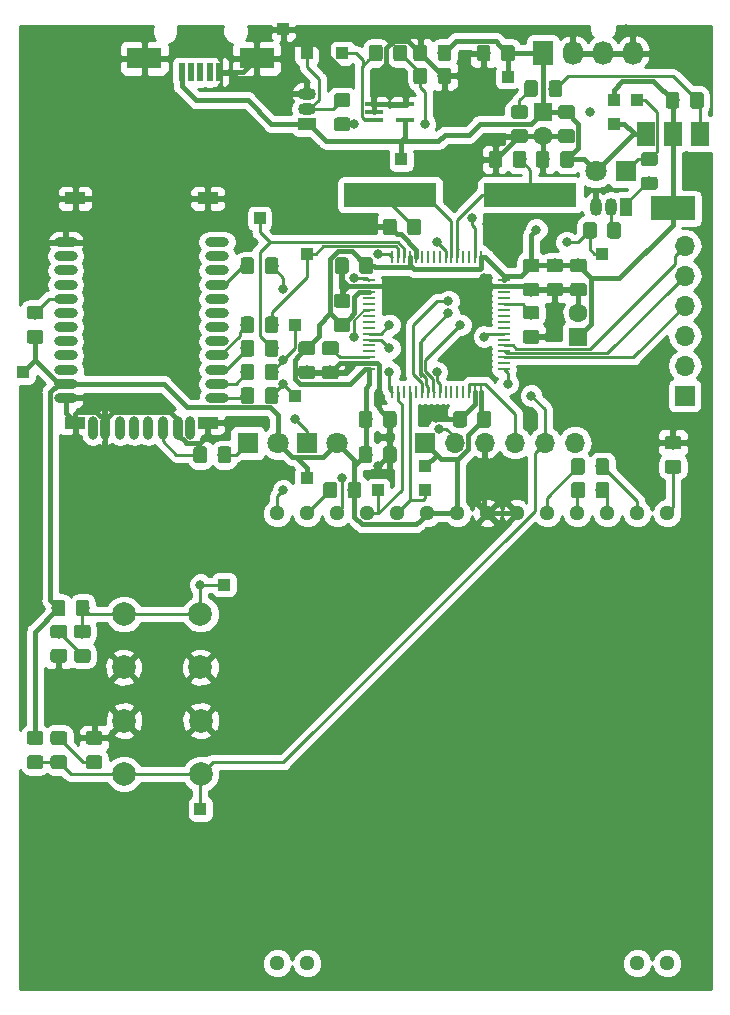
<source format=gbr>
G04 #@! TF.GenerationSoftware,KiCad,Pcbnew,(5.0.2)-1*
G04 #@! TF.CreationDate,2019-02-15T14:43:35+01:00*
G04 #@! TF.ProjectId,test,74657374-2e6b-4696-9361-645f70636258,rev?*
G04 #@! TF.SameCoordinates,Original*
G04 #@! TF.FileFunction,Copper,L1,Top*
G04 #@! TF.FilePolarity,Positive*
%FSLAX46Y46*%
G04 Gerber Fmt 4.6, Leading zero omitted, Abs format (unit mm)*
G04 Created by KiCad (PCBNEW (5.0.2)-1) date 15/02/2019 14:43:35*
%MOMM*%
%LPD*%
G01*
G04 APERTURE LIST*
G04 #@! TA.AperFunction,SMDPad,CuDef*
%ADD10R,0.250000X1.000000*%
G04 #@! TD*
G04 #@! TA.AperFunction,SMDPad,CuDef*
%ADD11R,1.000000X0.250000*%
G04 #@! TD*
G04 #@! TA.AperFunction,ComponentPad*
%ADD12R,1.700000X1.700000*%
G04 #@! TD*
G04 #@! TA.AperFunction,ComponentPad*
%ADD13O,1.700000X1.700000*%
G04 #@! TD*
G04 #@! TA.AperFunction,SMDPad,CuDef*
%ADD14R,1.000000X1.000000*%
G04 #@! TD*
G04 #@! TA.AperFunction,SMDPad,CuDef*
%ADD15R,3.800000X2.000000*%
G04 #@! TD*
G04 #@! TA.AperFunction,SMDPad,CuDef*
%ADD16R,1.500000X2.000000*%
G04 #@! TD*
G04 #@! TA.AperFunction,Conductor*
%ADD17C,0.100000*%
G04 #@! TD*
G04 #@! TA.AperFunction,SMDPad,CuDef*
%ADD18C,1.150000*%
G04 #@! TD*
G04 #@! TA.AperFunction,ComponentPad*
%ADD19C,1.280000*%
G04 #@! TD*
G04 #@! TA.AperFunction,ComponentPad*
%ADD20C,2.000000*%
G04 #@! TD*
G04 #@! TA.AperFunction,ComponentPad*
%ADD21O,1.500000X1.050000*%
G04 #@! TD*
G04 #@! TA.AperFunction,ComponentPad*
%ADD22R,1.500000X1.050000*%
G04 #@! TD*
G04 #@! TA.AperFunction,SMDPad,CuDef*
%ADD23R,1.500000X0.400000*%
G04 #@! TD*
G04 #@! TA.AperFunction,SMDPad,CuDef*
%ADD24R,0.500000X1.500000*%
G04 #@! TD*
G04 #@! TA.AperFunction,SMDPad,CuDef*
%ADD25R,3.000000X1.800000*%
G04 #@! TD*
G04 #@! TA.AperFunction,SMDPad,CuDef*
%ADD26O,2.000000X0.800000*%
G04 #@! TD*
G04 #@! TA.AperFunction,SMDPad,CuDef*
%ADD27O,0.800000X2.000000*%
G04 #@! TD*
G04 #@! TA.AperFunction,SMDPad,CuDef*
%ADD28R,1.800000X1.000000*%
G04 #@! TD*
G04 #@! TA.AperFunction,ComponentPad*
%ADD29R,1.730000X2.030000*%
G04 #@! TD*
G04 #@! TA.AperFunction,ComponentPad*
%ADD30O,1.730000X2.030000*%
G04 #@! TD*
G04 #@! TA.AperFunction,ComponentPad*
%ADD31R,1.800000X1.800000*%
G04 #@! TD*
G04 #@! TA.AperFunction,ComponentPad*
%ADD32C,1.800000*%
G04 #@! TD*
G04 #@! TA.AperFunction,ComponentPad*
%ADD33O,1.050000X1.500000*%
G04 #@! TD*
G04 #@! TA.AperFunction,ComponentPad*
%ADD34R,1.050000X1.500000*%
G04 #@! TD*
G04 #@! TA.AperFunction,SMDPad,CuDef*
%ADD35R,7.875000X2.000000*%
G04 #@! TD*
G04 #@! TA.AperFunction,ComponentPad*
%ADD36R,1.600000X1.600000*%
G04 #@! TD*
G04 #@! TA.AperFunction,ComponentPad*
%ADD37C,1.600000*%
G04 #@! TD*
G04 #@! TA.AperFunction,ViaPad*
%ADD38C,0.800000*%
G04 #@! TD*
G04 #@! TA.AperFunction,Conductor*
%ADD39C,0.400000*%
G04 #@! TD*
G04 #@! TA.AperFunction,Conductor*
%ADD40C,0.250000*%
G04 #@! TD*
G04 #@! TA.AperFunction,Conductor*
%ADD41C,0.150000*%
G04 #@! TD*
G04 #@! TA.AperFunction,Conductor*
%ADD42C,0.254000*%
G04 #@! TD*
G04 APERTURE END LIST*
D10*
G04 #@! TO.P,U1,1*
G04 #@! TO.N,+3V3*
X149750000Y-70300000D03*
G04 #@! TO.P,U1,2*
G04 #@! TO.N,Net-(R18-Pad1)*
X149250000Y-70300000D03*
G04 #@! TO.P,U1,3*
G04 #@! TO.N,Net-(U1-Pad3)*
X148750000Y-70300000D03*
G04 #@! TO.P,U1,4*
G04 #@! TO.N,Net-(U1-Pad4)*
X148250000Y-70300000D03*
G04 #@! TO.P,U1,5*
G04 #@! TO.N,Net-(C12-Pad1)*
X147750000Y-70300000D03*
G04 #@! TO.P,U1,6*
G04 #@! TO.N,Net-(C13-Pad1)*
X147250000Y-70300000D03*
G04 #@! TO.P,U1,7*
G04 #@! TO.N,/NRST*
X146750000Y-70300000D03*
G04 #@! TO.P,U1,8*
G04 #@! TO.N,Net-(U1-Pad8)*
X146250000Y-70300000D03*
G04 #@! TO.P,U1,9*
G04 #@! TO.N,Net-(U1-Pad9)*
X145750000Y-70300000D03*
G04 #@! TO.P,U1,10*
G04 #@! TO.N,Net-(U1-Pad10)*
X145250000Y-70300000D03*
G04 #@! TO.P,U1,11*
G04 #@! TO.N,Net-(U1-Pad11)*
X144750000Y-70300000D03*
G04 #@! TO.P,U1,12*
G04 #@! TO.N,GND*
X144250000Y-70300000D03*
G04 #@! TO.P,U1,13*
G04 #@! TO.N,+3V3*
X143750000Y-70300000D03*
G04 #@! TO.P,U1,14*
G04 #@! TO.N,Net-(R11-Pad2)*
X143250000Y-70300000D03*
G04 #@! TO.P,U1,15*
G04 #@! TO.N,Net-(R12-Pad2)*
X142750000Y-70300000D03*
G04 #@! TO.P,U1,16*
G04 #@! TO.N,Net-(R10-Pad2)*
X142250000Y-70300000D03*
D11*
G04 #@! TO.P,U1,17*
G04 #@! TO.N,Net-(R9-Pad2)*
X140300000Y-72250000D03*
G04 #@! TO.P,U1,18*
G04 #@! TO.N,GND*
X140300000Y-72750000D03*
G04 #@! TO.P,U1,19*
G04 #@! TO.N,+3V3*
X140300000Y-73250000D03*
G04 #@! TO.P,U1,20*
G04 #@! TO.N,Net-(U1-Pad20)*
X140300000Y-73750000D03*
G04 #@! TO.P,U1,21*
G04 #@! TO.N,Net-(U1-Pad21)*
X140300000Y-74250000D03*
G04 #@! TO.P,U1,22*
G04 #@! TO.N,/A0*
X140300000Y-74750000D03*
G04 #@! TO.P,U1,23*
G04 #@! TO.N,Net-(U1-Pad23)*
X140300000Y-75250000D03*
G04 #@! TO.P,U1,24*
G04 #@! TO.N,Net-(U1-Pad24)*
X140300000Y-75750000D03*
G04 #@! TO.P,U1,25*
G04 #@! TO.N,Net-(U1-Pad25)*
X140300000Y-76250000D03*
G04 #@! TO.P,U1,26*
G04 #@! TO.N,Net-(C21-Pad1)*
X140300000Y-76750000D03*
G04 #@! TO.P,U1,27*
G04 #@! TO.N,Net-(C19-Pad2)*
X140300000Y-77250000D03*
G04 #@! TO.P,U1,28*
G04 #@! TO.N,Net-(U1-Pad28)*
X140300000Y-77750000D03*
G04 #@! TO.P,U1,29*
G04 #@! TO.N,Net-(U1-Pad29)*
X140300000Y-78250000D03*
G04 #@! TO.P,U1,30*
G04 #@! TO.N,Net-(C6-Pad2)*
X140300000Y-78750000D03*
G04 #@! TO.P,U1,31*
G04 #@! TO.N,GND*
X140300000Y-79250000D03*
G04 #@! TO.P,U1,32*
G04 #@! TO.N,+3V3*
X140300000Y-79750000D03*
D10*
G04 #@! TO.P,U1,33*
G04 #@! TO.N,/SS*
X142250000Y-81700000D03*
G04 #@! TO.P,U1,34*
G04 #@! TO.N,/CLK*
X142750000Y-81700000D03*
G04 #@! TO.P,U1,35*
G04 #@! TO.N,Net-(U1-Pad35)*
X143250000Y-81700000D03*
G04 #@! TO.P,U1,36*
G04 #@! TO.N,/MOSI*
X143750000Y-81700000D03*
G04 #@! TO.P,U1,37*
G04 #@! TO.N,Net-(U1-Pad37)*
X144250000Y-81700000D03*
G04 #@! TO.P,U1,38*
G04 #@! TO.N,/GPIO1*
X144750000Y-81700000D03*
G04 #@! TO.P,U1,39*
G04 #@! TO.N,/GPIO2*
X145250000Y-81700000D03*
G04 #@! TO.P,U1,40*
G04 #@! TO.N,/GPIO3*
X145750000Y-81700000D03*
G04 #@! TO.P,U1,41*
G04 #@! TO.N,Net-(R6-Pad1)*
X146250000Y-81700000D03*
G04 #@! TO.P,U1,42*
G04 #@! TO.N,Net-(U1-Pad42)*
X146750000Y-81700000D03*
G04 #@! TO.P,U1,43*
G04 #@! TO.N,Net-(U1-Pad43)*
X147250000Y-81700000D03*
G04 #@! TO.P,U1,44*
G04 #@! TO.N,Net-(U1-Pad44)*
X147750000Y-81700000D03*
G04 #@! TO.P,U1,45*
G04 #@! TO.N,Net-(U1-Pad45)*
X148250000Y-81700000D03*
G04 #@! TO.P,U1,46*
G04 #@! TO.N,/SWDIO*
X148750000Y-81700000D03*
G04 #@! TO.P,U1,47*
G04 #@! TO.N,GND*
X149250000Y-81700000D03*
G04 #@! TO.P,U1,48*
G04 #@! TO.N,+3V3*
X149750000Y-81700000D03*
D11*
G04 #@! TO.P,U1,49*
G04 #@! TO.N,/SWCLK*
X151700000Y-79750000D03*
G04 #@! TO.P,U1,50*
G04 #@! TO.N,Net-(U1-Pad50)*
X151700000Y-79250000D03*
G04 #@! TO.P,U1,51*
G04 #@! TO.N,/GPIO4*
X151700000Y-78750000D03*
G04 #@! TO.P,U1,52*
G04 #@! TO.N,/GPIO5*
X151700000Y-78250000D03*
G04 #@! TO.P,U1,53*
G04 #@! TO.N,/GPIO6*
X151700000Y-77750000D03*
G04 #@! TO.P,U1,54*
G04 #@! TO.N,Net-(U1-Pad54)*
X151700000Y-77250000D03*
G04 #@! TO.P,U1,55*
G04 #@! TO.N,/SWO*
X151700000Y-76750000D03*
G04 #@! TO.P,U1,56*
G04 #@! TO.N,Net-(U1-Pad56)*
X151700000Y-76250000D03*
G04 #@! TO.P,U1,57*
G04 #@! TO.N,Net-(U1-Pad57)*
X151700000Y-75750000D03*
G04 #@! TO.P,U1,58*
G04 #@! TO.N,Net-(U1-Pad58)*
X151700000Y-75250000D03*
G04 #@! TO.P,U1,59*
G04 #@! TO.N,Net-(U1-Pad59)*
X151700000Y-74750000D03*
G04 #@! TO.P,U1,60*
G04 #@! TO.N,Net-(R2-Pad1)*
X151700000Y-74250000D03*
G04 #@! TO.P,U1,61*
G04 #@! TO.N,Net-(U1-Pad61)*
X151700000Y-73750000D03*
G04 #@! TO.P,U1,62*
G04 #@! TO.N,Net-(U1-Pad62)*
X151700000Y-73250000D03*
G04 #@! TO.P,U1,63*
G04 #@! TO.N,GND*
X151700000Y-72750000D03*
G04 #@! TO.P,U1,64*
G04 #@! TO.N,+3V3*
X151700000Y-72250000D03*
G04 #@! TD*
D12*
G04 #@! TO.P,J5,1*
G04 #@! TO.N,/GPIO1*
X167000000Y-82000000D03*
D13*
G04 #@! TO.P,J5,2*
G04 #@! TO.N,/GPIO2*
X167000000Y-79460000D03*
G04 #@! TO.P,J5,3*
G04 #@! TO.N,/GPIO3*
X167000000Y-76920000D03*
G04 #@! TO.P,J5,4*
G04 #@! TO.N,/GPIO4*
X167000000Y-74380000D03*
G04 #@! TO.P,J5,5*
G04 #@! TO.N,/GPIO5*
X167000000Y-71840000D03*
G04 #@! TO.P,J5,6*
G04 #@! TO.N,/GPIO6*
X167000000Y-69300000D03*
G04 #@! TD*
D14*
G04 #@! TO.P,TP13,1*
G04 #@! TO.N,Net-(C19-Pad2)*
X128000000Y-98000000D03*
G04 #@! TD*
G04 #@! TO.P,TP?14,1*
G04 #@! TO.N,Net-(R11-Pad2)*
X131000000Y-67000000D03*
G04 #@! TD*
G04 #@! TO.P,TP22,1*
G04 #@! TO.N,+5V*
X152000000Y-55000000D03*
G04 #@! TD*
G04 #@! TO.P,TP21,1*
G04 #@! TO.N,+5V*
X143000000Y-62000000D03*
G04 #@! TD*
G04 #@! TO.P,TP20,1*
G04 #@! TO.N,/CLK*
X141000000Y-90000000D03*
G04 #@! TD*
G04 #@! TO.P,TP19,1*
G04 #@! TO.N,/MOSI*
X145000000Y-90000000D03*
G04 #@! TD*
G04 #@! TO.P,TP18,1*
G04 #@! TO.N,+3V3*
X161000000Y-57000000D03*
G04 #@! TD*
G04 #@! TO.P,TP17,1*
G04 #@! TO.N,Net-(R9-Pad2)*
X134000000Y-76000000D03*
G04 #@! TD*
G04 #@! TO.P,TP16,1*
G04 #@! TO.N,Net-(R10-Pad2)*
X134000000Y-82000000D03*
G04 #@! TD*
G04 #@! TO.P,TP15,1*
G04 #@! TO.N,Net-(R12-Pad2)*
X135000000Y-70000000D03*
G04 #@! TD*
G04 #@! TO.P,TP10,1*
G04 #@! TO.N,Net-(R15-Pad2)*
X138000000Y-53000000D03*
G04 #@! TD*
G04 #@! TO.P,TP9,1*
G04 #@! TO.N,Net-(Q2-Pad2)*
X135000000Y-53000000D03*
G04 #@! TD*
G04 #@! TO.P,TP8,1*
G04 #@! TO.N,GND*
X133000000Y-51000000D03*
G04 #@! TD*
G04 #@! TO.P,TP7,1*
G04 #@! TO.N,/NRST*
X126000000Y-117000000D03*
G04 #@! TD*
G04 #@! TO.P,TP6,1*
G04 #@! TO.N,+3V3*
X135000000Y-89000000D03*
G04 #@! TD*
G04 #@! TO.P,TP5,1*
G04 #@! TO.N,+3V3*
X145000000Y-88000000D03*
G04 #@! TD*
G04 #@! TO.P,TP4,1*
G04 #@! TO.N,+5V*
X161000000Y-59000000D03*
G04 #@! TD*
G04 #@! TO.P,TP11,1*
G04 #@! TO.N,Net-(D1-Pad1)*
X163000000Y-57000000D03*
G04 #@! TD*
G04 #@! TO.P,TP1,1*
G04 #@! TO.N,+3V3*
X111000000Y-80000000D03*
G04 #@! TD*
G04 #@! TO.P,TP12,1*
G04 #@! TO.N,Net-(R6-Pad1)*
X160000000Y-70000000D03*
G04 #@! TD*
D15*
G04 #@! TO.P,U2,4*
G04 #@! TO.N,+3V3*
X166000000Y-66150000D03*
D16*
G04 #@! TO.P,U2,2*
X166000000Y-59850000D03*
G04 #@! TO.P,U2,3*
G04 #@! TO.N,+5V*
X163700000Y-59850000D03*
G04 #@! TO.P,U2,1*
G04 #@! TO.N,Net-(R3-Pad1)*
X168300000Y-59850000D03*
G04 #@! TD*
D17*
G04 #@! TO.N,Net-(D1-Pad1)*
G04 #@! TO.C,RLed1*
G36*
X164474505Y-61401204D02*
X164498773Y-61404804D01*
X164522572Y-61410765D01*
X164545671Y-61419030D01*
X164567850Y-61429520D01*
X164588893Y-61442132D01*
X164608599Y-61456747D01*
X164626777Y-61473223D01*
X164643253Y-61491401D01*
X164657868Y-61511107D01*
X164670480Y-61532150D01*
X164680970Y-61554329D01*
X164689235Y-61577428D01*
X164695196Y-61601227D01*
X164698796Y-61625495D01*
X164700000Y-61649999D01*
X164700000Y-62300001D01*
X164698796Y-62324505D01*
X164695196Y-62348773D01*
X164689235Y-62372572D01*
X164680970Y-62395671D01*
X164670480Y-62417850D01*
X164657868Y-62438893D01*
X164643253Y-62458599D01*
X164626777Y-62476777D01*
X164608599Y-62493253D01*
X164588893Y-62507868D01*
X164567850Y-62520480D01*
X164545671Y-62530970D01*
X164522572Y-62539235D01*
X164498773Y-62545196D01*
X164474505Y-62548796D01*
X164450001Y-62550000D01*
X163549999Y-62550000D01*
X163525495Y-62548796D01*
X163501227Y-62545196D01*
X163477428Y-62539235D01*
X163454329Y-62530970D01*
X163432150Y-62520480D01*
X163411107Y-62507868D01*
X163391401Y-62493253D01*
X163373223Y-62476777D01*
X163356747Y-62458599D01*
X163342132Y-62438893D01*
X163329520Y-62417850D01*
X163319030Y-62395671D01*
X163310765Y-62372572D01*
X163304804Y-62348773D01*
X163301204Y-62324505D01*
X163300000Y-62300001D01*
X163300000Y-61649999D01*
X163301204Y-61625495D01*
X163304804Y-61601227D01*
X163310765Y-61577428D01*
X163319030Y-61554329D01*
X163329520Y-61532150D01*
X163342132Y-61511107D01*
X163356747Y-61491401D01*
X163373223Y-61473223D01*
X163391401Y-61456747D01*
X163411107Y-61442132D01*
X163432150Y-61429520D01*
X163454329Y-61419030D01*
X163477428Y-61410765D01*
X163501227Y-61404804D01*
X163525495Y-61401204D01*
X163549999Y-61400000D01*
X164450001Y-61400000D01*
X164474505Y-61401204D01*
X164474505Y-61401204D01*
G37*
D18*
G04 #@! TD*
G04 #@! TO.P,RLed1,1*
G04 #@! TO.N,Net-(D1-Pad1)*
X164000000Y-61975000D03*
D17*
G04 #@! TO.N,Net-(Q1-Pad1)*
G04 #@! TO.C,RLed1*
G36*
X164474505Y-63451204D02*
X164498773Y-63454804D01*
X164522572Y-63460765D01*
X164545671Y-63469030D01*
X164567850Y-63479520D01*
X164588893Y-63492132D01*
X164608599Y-63506747D01*
X164626777Y-63523223D01*
X164643253Y-63541401D01*
X164657868Y-63561107D01*
X164670480Y-63582150D01*
X164680970Y-63604329D01*
X164689235Y-63627428D01*
X164695196Y-63651227D01*
X164698796Y-63675495D01*
X164700000Y-63699999D01*
X164700000Y-64350001D01*
X164698796Y-64374505D01*
X164695196Y-64398773D01*
X164689235Y-64422572D01*
X164680970Y-64445671D01*
X164670480Y-64467850D01*
X164657868Y-64488893D01*
X164643253Y-64508599D01*
X164626777Y-64526777D01*
X164608599Y-64543253D01*
X164588893Y-64557868D01*
X164567850Y-64570480D01*
X164545671Y-64580970D01*
X164522572Y-64589235D01*
X164498773Y-64595196D01*
X164474505Y-64598796D01*
X164450001Y-64600000D01*
X163549999Y-64600000D01*
X163525495Y-64598796D01*
X163501227Y-64595196D01*
X163477428Y-64589235D01*
X163454329Y-64580970D01*
X163432150Y-64570480D01*
X163411107Y-64557868D01*
X163391401Y-64543253D01*
X163373223Y-64526777D01*
X163356747Y-64508599D01*
X163342132Y-64488893D01*
X163329520Y-64467850D01*
X163319030Y-64445671D01*
X163310765Y-64422572D01*
X163304804Y-64398773D01*
X163301204Y-64374505D01*
X163300000Y-64350001D01*
X163300000Y-63699999D01*
X163301204Y-63675495D01*
X163304804Y-63651227D01*
X163310765Y-63627428D01*
X163319030Y-63604329D01*
X163329520Y-63582150D01*
X163342132Y-63561107D01*
X163356747Y-63541401D01*
X163373223Y-63523223D01*
X163391401Y-63506747D01*
X163411107Y-63492132D01*
X163432150Y-63479520D01*
X163454329Y-63469030D01*
X163477428Y-63460765D01*
X163501227Y-63454804D01*
X163525495Y-63451204D01*
X163549999Y-63450000D01*
X164450001Y-63450000D01*
X164474505Y-63451204D01*
X164474505Y-63451204D01*
G37*
D18*
G04 #@! TD*
G04 #@! TO.P,RLed1,2*
G04 #@! TO.N,Net-(Q1-Pad1)*
X164000000Y-64025000D03*
D17*
G04 #@! TO.N,+3V3*
G04 #@! TO.C,R1*
G36*
X112474505Y-110401204D02*
X112498773Y-110404804D01*
X112522572Y-110410765D01*
X112545671Y-110419030D01*
X112567850Y-110429520D01*
X112588893Y-110442132D01*
X112608599Y-110456747D01*
X112626777Y-110473223D01*
X112643253Y-110491401D01*
X112657868Y-110511107D01*
X112670480Y-110532150D01*
X112680970Y-110554329D01*
X112689235Y-110577428D01*
X112695196Y-110601227D01*
X112698796Y-110625495D01*
X112700000Y-110649999D01*
X112700000Y-111300001D01*
X112698796Y-111324505D01*
X112695196Y-111348773D01*
X112689235Y-111372572D01*
X112680970Y-111395671D01*
X112670480Y-111417850D01*
X112657868Y-111438893D01*
X112643253Y-111458599D01*
X112626777Y-111476777D01*
X112608599Y-111493253D01*
X112588893Y-111507868D01*
X112567850Y-111520480D01*
X112545671Y-111530970D01*
X112522572Y-111539235D01*
X112498773Y-111545196D01*
X112474505Y-111548796D01*
X112450001Y-111550000D01*
X111549999Y-111550000D01*
X111525495Y-111548796D01*
X111501227Y-111545196D01*
X111477428Y-111539235D01*
X111454329Y-111530970D01*
X111432150Y-111520480D01*
X111411107Y-111507868D01*
X111391401Y-111493253D01*
X111373223Y-111476777D01*
X111356747Y-111458599D01*
X111342132Y-111438893D01*
X111329520Y-111417850D01*
X111319030Y-111395671D01*
X111310765Y-111372572D01*
X111304804Y-111348773D01*
X111301204Y-111324505D01*
X111300000Y-111300001D01*
X111300000Y-110649999D01*
X111301204Y-110625495D01*
X111304804Y-110601227D01*
X111310765Y-110577428D01*
X111319030Y-110554329D01*
X111329520Y-110532150D01*
X111342132Y-110511107D01*
X111356747Y-110491401D01*
X111373223Y-110473223D01*
X111391401Y-110456747D01*
X111411107Y-110442132D01*
X111432150Y-110429520D01*
X111454329Y-110419030D01*
X111477428Y-110410765D01*
X111501227Y-110404804D01*
X111525495Y-110401204D01*
X111549999Y-110400000D01*
X112450001Y-110400000D01*
X112474505Y-110401204D01*
X112474505Y-110401204D01*
G37*
D18*
G04 #@! TD*
G04 #@! TO.P,R1,1*
G04 #@! TO.N,+3V3*
X112000000Y-110975000D03*
D17*
G04 #@! TO.N,/NRST*
G04 #@! TO.C,R1*
G36*
X112474505Y-112451204D02*
X112498773Y-112454804D01*
X112522572Y-112460765D01*
X112545671Y-112469030D01*
X112567850Y-112479520D01*
X112588893Y-112492132D01*
X112608599Y-112506747D01*
X112626777Y-112523223D01*
X112643253Y-112541401D01*
X112657868Y-112561107D01*
X112670480Y-112582150D01*
X112680970Y-112604329D01*
X112689235Y-112627428D01*
X112695196Y-112651227D01*
X112698796Y-112675495D01*
X112700000Y-112699999D01*
X112700000Y-113350001D01*
X112698796Y-113374505D01*
X112695196Y-113398773D01*
X112689235Y-113422572D01*
X112680970Y-113445671D01*
X112670480Y-113467850D01*
X112657868Y-113488893D01*
X112643253Y-113508599D01*
X112626777Y-113526777D01*
X112608599Y-113543253D01*
X112588893Y-113557868D01*
X112567850Y-113570480D01*
X112545671Y-113580970D01*
X112522572Y-113589235D01*
X112498773Y-113595196D01*
X112474505Y-113598796D01*
X112450001Y-113600000D01*
X111549999Y-113600000D01*
X111525495Y-113598796D01*
X111501227Y-113595196D01*
X111477428Y-113589235D01*
X111454329Y-113580970D01*
X111432150Y-113570480D01*
X111411107Y-113557868D01*
X111391401Y-113543253D01*
X111373223Y-113526777D01*
X111356747Y-113508599D01*
X111342132Y-113488893D01*
X111329520Y-113467850D01*
X111319030Y-113445671D01*
X111310765Y-113422572D01*
X111304804Y-113398773D01*
X111301204Y-113374505D01*
X111300000Y-113350001D01*
X111300000Y-112699999D01*
X111301204Y-112675495D01*
X111304804Y-112651227D01*
X111310765Y-112627428D01*
X111319030Y-112604329D01*
X111329520Y-112582150D01*
X111342132Y-112561107D01*
X111356747Y-112541401D01*
X111373223Y-112523223D01*
X111391401Y-112506747D01*
X111411107Y-112492132D01*
X111432150Y-112479520D01*
X111454329Y-112469030D01*
X111477428Y-112460765D01*
X111501227Y-112454804D01*
X111525495Y-112451204D01*
X111549999Y-112450000D01*
X112450001Y-112450000D01*
X112474505Y-112451204D01*
X112474505Y-112451204D01*
G37*
D18*
G04 #@! TD*
G04 #@! TO.P,R1,2*
G04 #@! TO.N,/NRST*
X112000000Y-113025000D03*
D19*
G04 #@! TO.P,DS1,1*
G04 #@! TO.N,Net-(DS1-Pad1)*
X132490000Y-130050000D03*
G04 #@! TO.P,DS1,2*
G04 #@! TO.N,Net-(DS1-Pad2)*
X135030000Y-130050000D03*
G04 #@! TO.P,DS1,14*
G04 #@! TO.N,Net-(DS1-Pad14)*
X165510000Y-130050000D03*
G04 #@! TO.P,DS1,13*
G04 #@! TO.N,Net-(DS1-Pad13)*
X162970000Y-130050000D03*
G04 #@! TO.P,DS1,28*
G04 #@! TO.N,/SS*
X132490000Y-91950000D03*
G04 #@! TO.P,DS1,27*
G04 #@! TO.N,Net-(DS1-Pad27)*
X135030000Y-91950000D03*
G04 #@! TO.P,DS1,26*
G04 #@! TO.N,/A0*
X137570000Y-91950000D03*
G04 #@! TO.P,DS1,25*
G04 #@! TO.N,/CLK*
X140110000Y-91950000D03*
G04 #@! TO.P,DS1,24*
G04 #@! TO.N,/MOSI*
X142650000Y-91950000D03*
G04 #@! TO.P,DS1,23*
G04 #@! TO.N,+3V3*
X145190000Y-91950000D03*
G04 #@! TO.P,DS1,22*
X147730000Y-91950000D03*
G04 #@! TO.P,DS1,21*
G04 #@! TO.N,GND*
X150270000Y-91950000D03*
G04 #@! TO.P,DS1,20*
X152810000Y-91950000D03*
G04 #@! TO.P,DS1,19*
G04 #@! TO.N,Net-(C16-Pad1)*
X155350000Y-91950000D03*
G04 #@! TO.P,DS1,18*
G04 #@! TO.N,Net-(C17-Pad2)*
X157890000Y-91950000D03*
G04 #@! TO.P,DS1,17*
G04 #@! TO.N,Net-(C17-Pad1)*
X160430000Y-91950000D03*
G04 #@! TO.P,DS1,16*
G04 #@! TO.N,Net-(C16-Pad2)*
X162970000Y-91950000D03*
G04 #@! TO.P,DS1,15*
G04 #@! TO.N,Net-(C15-Pad2)*
X165510000Y-91950000D03*
G04 #@! TD*
D20*
G04 #@! TO.P,SW2,2*
G04 #@! TO.N,/NRST*
X119525001Y-114025001D03*
G04 #@! TO.P,SW2,1*
G04 #@! TO.N,GND*
X119525001Y-109525001D03*
G04 #@! TO.P,SW2,2*
G04 #@! TO.N,/NRST*
X126025001Y-114025001D03*
G04 #@! TO.P,SW2,1*
G04 #@! TO.N,GND*
X126025001Y-109525001D03*
G04 #@! TD*
D17*
G04 #@! TO.N,Net-(C100-Pad1)*
G04 #@! TO.C,C100*
G36*
X114474505Y-110401204D02*
X114498773Y-110404804D01*
X114522572Y-110410765D01*
X114545671Y-110419030D01*
X114567850Y-110429520D01*
X114588893Y-110442132D01*
X114608599Y-110456747D01*
X114626777Y-110473223D01*
X114643253Y-110491401D01*
X114657868Y-110511107D01*
X114670480Y-110532150D01*
X114680970Y-110554329D01*
X114689235Y-110577428D01*
X114695196Y-110601227D01*
X114698796Y-110625495D01*
X114700000Y-110649999D01*
X114700000Y-111300001D01*
X114698796Y-111324505D01*
X114695196Y-111348773D01*
X114689235Y-111372572D01*
X114680970Y-111395671D01*
X114670480Y-111417850D01*
X114657868Y-111438893D01*
X114643253Y-111458599D01*
X114626777Y-111476777D01*
X114608599Y-111493253D01*
X114588893Y-111507868D01*
X114567850Y-111520480D01*
X114545671Y-111530970D01*
X114522572Y-111539235D01*
X114498773Y-111545196D01*
X114474505Y-111548796D01*
X114450001Y-111550000D01*
X113549999Y-111550000D01*
X113525495Y-111548796D01*
X113501227Y-111545196D01*
X113477428Y-111539235D01*
X113454329Y-111530970D01*
X113432150Y-111520480D01*
X113411107Y-111507868D01*
X113391401Y-111493253D01*
X113373223Y-111476777D01*
X113356747Y-111458599D01*
X113342132Y-111438893D01*
X113329520Y-111417850D01*
X113319030Y-111395671D01*
X113310765Y-111372572D01*
X113304804Y-111348773D01*
X113301204Y-111324505D01*
X113300000Y-111300001D01*
X113300000Y-110649999D01*
X113301204Y-110625495D01*
X113304804Y-110601227D01*
X113310765Y-110577428D01*
X113319030Y-110554329D01*
X113329520Y-110532150D01*
X113342132Y-110511107D01*
X113356747Y-110491401D01*
X113373223Y-110473223D01*
X113391401Y-110456747D01*
X113411107Y-110442132D01*
X113432150Y-110429520D01*
X113454329Y-110419030D01*
X113477428Y-110410765D01*
X113501227Y-110404804D01*
X113525495Y-110401204D01*
X113549999Y-110400000D01*
X114450001Y-110400000D01*
X114474505Y-110401204D01*
X114474505Y-110401204D01*
G37*
D18*
G04 #@! TD*
G04 #@! TO.P,C100,1*
G04 #@! TO.N,Net-(C100-Pad1)*
X114000000Y-110975000D03*
D17*
G04 #@! TO.N,/NRST*
G04 #@! TO.C,C100*
G36*
X114474505Y-112451204D02*
X114498773Y-112454804D01*
X114522572Y-112460765D01*
X114545671Y-112469030D01*
X114567850Y-112479520D01*
X114588893Y-112492132D01*
X114608599Y-112506747D01*
X114626777Y-112523223D01*
X114643253Y-112541401D01*
X114657868Y-112561107D01*
X114670480Y-112582150D01*
X114680970Y-112604329D01*
X114689235Y-112627428D01*
X114695196Y-112651227D01*
X114698796Y-112675495D01*
X114700000Y-112699999D01*
X114700000Y-113350001D01*
X114698796Y-113374505D01*
X114695196Y-113398773D01*
X114689235Y-113422572D01*
X114680970Y-113445671D01*
X114670480Y-113467850D01*
X114657868Y-113488893D01*
X114643253Y-113508599D01*
X114626777Y-113526777D01*
X114608599Y-113543253D01*
X114588893Y-113557868D01*
X114567850Y-113570480D01*
X114545671Y-113580970D01*
X114522572Y-113589235D01*
X114498773Y-113595196D01*
X114474505Y-113598796D01*
X114450001Y-113600000D01*
X113549999Y-113600000D01*
X113525495Y-113598796D01*
X113501227Y-113595196D01*
X113477428Y-113589235D01*
X113454329Y-113580970D01*
X113432150Y-113570480D01*
X113411107Y-113557868D01*
X113391401Y-113543253D01*
X113373223Y-113526777D01*
X113356747Y-113508599D01*
X113342132Y-113488893D01*
X113329520Y-113467850D01*
X113319030Y-113445671D01*
X113310765Y-113422572D01*
X113304804Y-113398773D01*
X113301204Y-113374505D01*
X113300000Y-113350001D01*
X113300000Y-112699999D01*
X113301204Y-112675495D01*
X113304804Y-112651227D01*
X113310765Y-112627428D01*
X113319030Y-112604329D01*
X113329520Y-112582150D01*
X113342132Y-112561107D01*
X113356747Y-112541401D01*
X113373223Y-112523223D01*
X113391401Y-112506747D01*
X113411107Y-112492132D01*
X113432150Y-112479520D01*
X113454329Y-112469030D01*
X113477428Y-112460765D01*
X113501227Y-112454804D01*
X113525495Y-112451204D01*
X113549999Y-112450000D01*
X114450001Y-112450000D01*
X114474505Y-112451204D01*
X114474505Y-112451204D01*
G37*
D18*
G04 #@! TD*
G04 #@! TO.P,C100,2*
G04 #@! TO.N,/NRST*
X114000000Y-113025000D03*
D21*
G04 #@! TO.P,Q2,2*
G04 #@! TO.N,Net-(Q2-Pad2)*
X135000000Y-57730000D03*
G04 #@! TO.P,Q2,3*
G04 #@! TO.N,GND*
X135000000Y-56460000D03*
D22*
G04 #@! TO.P,Q2,1*
G04 #@! TO.N,+5V*
X135000000Y-59000000D03*
G04 #@! TD*
D17*
G04 #@! TO.N,+3V3*
G04 #@! TO.C,R16*
G36*
X114324505Y-99301204D02*
X114348773Y-99304804D01*
X114372572Y-99310765D01*
X114395671Y-99319030D01*
X114417850Y-99329520D01*
X114438893Y-99342132D01*
X114458599Y-99356747D01*
X114476777Y-99373223D01*
X114493253Y-99391401D01*
X114507868Y-99411107D01*
X114520480Y-99432150D01*
X114530970Y-99454329D01*
X114539235Y-99477428D01*
X114545196Y-99501227D01*
X114548796Y-99525495D01*
X114550000Y-99549999D01*
X114550000Y-100450001D01*
X114548796Y-100474505D01*
X114545196Y-100498773D01*
X114539235Y-100522572D01*
X114530970Y-100545671D01*
X114520480Y-100567850D01*
X114507868Y-100588893D01*
X114493253Y-100608599D01*
X114476777Y-100626777D01*
X114458599Y-100643253D01*
X114438893Y-100657868D01*
X114417850Y-100670480D01*
X114395671Y-100680970D01*
X114372572Y-100689235D01*
X114348773Y-100695196D01*
X114324505Y-100698796D01*
X114300001Y-100700000D01*
X113649999Y-100700000D01*
X113625495Y-100698796D01*
X113601227Y-100695196D01*
X113577428Y-100689235D01*
X113554329Y-100680970D01*
X113532150Y-100670480D01*
X113511107Y-100657868D01*
X113491401Y-100643253D01*
X113473223Y-100626777D01*
X113456747Y-100608599D01*
X113442132Y-100588893D01*
X113429520Y-100567850D01*
X113419030Y-100545671D01*
X113410765Y-100522572D01*
X113404804Y-100498773D01*
X113401204Y-100474505D01*
X113400000Y-100450001D01*
X113400000Y-99549999D01*
X113401204Y-99525495D01*
X113404804Y-99501227D01*
X113410765Y-99477428D01*
X113419030Y-99454329D01*
X113429520Y-99432150D01*
X113442132Y-99411107D01*
X113456747Y-99391401D01*
X113473223Y-99373223D01*
X113491401Y-99356747D01*
X113511107Y-99342132D01*
X113532150Y-99329520D01*
X113554329Y-99319030D01*
X113577428Y-99310765D01*
X113601227Y-99304804D01*
X113625495Y-99301204D01*
X113649999Y-99300000D01*
X114300001Y-99300000D01*
X114324505Y-99301204D01*
X114324505Y-99301204D01*
G37*
D18*
G04 #@! TD*
G04 #@! TO.P,R16,2*
G04 #@! TO.N,+3V3*
X113975000Y-100000000D03*
D17*
G04 #@! TO.N,Net-(C19-Pad2)*
G04 #@! TO.C,R16*
G36*
X116374505Y-99301204D02*
X116398773Y-99304804D01*
X116422572Y-99310765D01*
X116445671Y-99319030D01*
X116467850Y-99329520D01*
X116488893Y-99342132D01*
X116508599Y-99356747D01*
X116526777Y-99373223D01*
X116543253Y-99391401D01*
X116557868Y-99411107D01*
X116570480Y-99432150D01*
X116580970Y-99454329D01*
X116589235Y-99477428D01*
X116595196Y-99501227D01*
X116598796Y-99525495D01*
X116600000Y-99549999D01*
X116600000Y-100450001D01*
X116598796Y-100474505D01*
X116595196Y-100498773D01*
X116589235Y-100522572D01*
X116580970Y-100545671D01*
X116570480Y-100567850D01*
X116557868Y-100588893D01*
X116543253Y-100608599D01*
X116526777Y-100626777D01*
X116508599Y-100643253D01*
X116488893Y-100657868D01*
X116467850Y-100670480D01*
X116445671Y-100680970D01*
X116422572Y-100689235D01*
X116398773Y-100695196D01*
X116374505Y-100698796D01*
X116350001Y-100700000D01*
X115699999Y-100700000D01*
X115675495Y-100698796D01*
X115651227Y-100695196D01*
X115627428Y-100689235D01*
X115604329Y-100680970D01*
X115582150Y-100670480D01*
X115561107Y-100657868D01*
X115541401Y-100643253D01*
X115523223Y-100626777D01*
X115506747Y-100608599D01*
X115492132Y-100588893D01*
X115479520Y-100567850D01*
X115469030Y-100545671D01*
X115460765Y-100522572D01*
X115454804Y-100498773D01*
X115451204Y-100474505D01*
X115450000Y-100450001D01*
X115450000Y-99549999D01*
X115451204Y-99525495D01*
X115454804Y-99501227D01*
X115460765Y-99477428D01*
X115469030Y-99454329D01*
X115479520Y-99432150D01*
X115492132Y-99411107D01*
X115506747Y-99391401D01*
X115523223Y-99373223D01*
X115541401Y-99356747D01*
X115561107Y-99342132D01*
X115582150Y-99329520D01*
X115604329Y-99319030D01*
X115627428Y-99310765D01*
X115651227Y-99304804D01*
X115675495Y-99301204D01*
X115699999Y-99300000D01*
X116350001Y-99300000D01*
X116374505Y-99301204D01*
X116374505Y-99301204D01*
G37*
D18*
G04 #@! TD*
G04 #@! TO.P,R16,1*
G04 #@! TO.N,Net-(C19-Pad2)*
X116025000Y-100000000D03*
D17*
G04 #@! TO.N,GND*
G04 #@! TO.C,R17*
G36*
X114474505Y-103451204D02*
X114498773Y-103454804D01*
X114522572Y-103460765D01*
X114545671Y-103469030D01*
X114567850Y-103479520D01*
X114588893Y-103492132D01*
X114608599Y-103506747D01*
X114626777Y-103523223D01*
X114643253Y-103541401D01*
X114657868Y-103561107D01*
X114670480Y-103582150D01*
X114680970Y-103604329D01*
X114689235Y-103627428D01*
X114695196Y-103651227D01*
X114698796Y-103675495D01*
X114700000Y-103699999D01*
X114700000Y-104350001D01*
X114698796Y-104374505D01*
X114695196Y-104398773D01*
X114689235Y-104422572D01*
X114680970Y-104445671D01*
X114670480Y-104467850D01*
X114657868Y-104488893D01*
X114643253Y-104508599D01*
X114626777Y-104526777D01*
X114608599Y-104543253D01*
X114588893Y-104557868D01*
X114567850Y-104570480D01*
X114545671Y-104580970D01*
X114522572Y-104589235D01*
X114498773Y-104595196D01*
X114474505Y-104598796D01*
X114450001Y-104600000D01*
X113549999Y-104600000D01*
X113525495Y-104598796D01*
X113501227Y-104595196D01*
X113477428Y-104589235D01*
X113454329Y-104580970D01*
X113432150Y-104570480D01*
X113411107Y-104557868D01*
X113391401Y-104543253D01*
X113373223Y-104526777D01*
X113356747Y-104508599D01*
X113342132Y-104488893D01*
X113329520Y-104467850D01*
X113319030Y-104445671D01*
X113310765Y-104422572D01*
X113304804Y-104398773D01*
X113301204Y-104374505D01*
X113300000Y-104350001D01*
X113300000Y-103699999D01*
X113301204Y-103675495D01*
X113304804Y-103651227D01*
X113310765Y-103627428D01*
X113319030Y-103604329D01*
X113329520Y-103582150D01*
X113342132Y-103561107D01*
X113356747Y-103541401D01*
X113373223Y-103523223D01*
X113391401Y-103506747D01*
X113411107Y-103492132D01*
X113432150Y-103479520D01*
X113454329Y-103469030D01*
X113477428Y-103460765D01*
X113501227Y-103454804D01*
X113525495Y-103451204D01*
X113549999Y-103450000D01*
X114450001Y-103450000D01*
X114474505Y-103451204D01*
X114474505Y-103451204D01*
G37*
D18*
G04 #@! TD*
G04 #@! TO.P,R17,1*
G04 #@! TO.N,GND*
X114000000Y-104025000D03*
D17*
G04 #@! TO.N,Net-(C19-Pad1)*
G04 #@! TO.C,R17*
G36*
X114474505Y-101401204D02*
X114498773Y-101404804D01*
X114522572Y-101410765D01*
X114545671Y-101419030D01*
X114567850Y-101429520D01*
X114588893Y-101442132D01*
X114608599Y-101456747D01*
X114626777Y-101473223D01*
X114643253Y-101491401D01*
X114657868Y-101511107D01*
X114670480Y-101532150D01*
X114680970Y-101554329D01*
X114689235Y-101577428D01*
X114695196Y-101601227D01*
X114698796Y-101625495D01*
X114700000Y-101649999D01*
X114700000Y-102300001D01*
X114698796Y-102324505D01*
X114695196Y-102348773D01*
X114689235Y-102372572D01*
X114680970Y-102395671D01*
X114670480Y-102417850D01*
X114657868Y-102438893D01*
X114643253Y-102458599D01*
X114626777Y-102476777D01*
X114608599Y-102493253D01*
X114588893Y-102507868D01*
X114567850Y-102520480D01*
X114545671Y-102530970D01*
X114522572Y-102539235D01*
X114498773Y-102545196D01*
X114474505Y-102548796D01*
X114450001Y-102550000D01*
X113549999Y-102550000D01*
X113525495Y-102548796D01*
X113501227Y-102545196D01*
X113477428Y-102539235D01*
X113454329Y-102530970D01*
X113432150Y-102520480D01*
X113411107Y-102507868D01*
X113391401Y-102493253D01*
X113373223Y-102476777D01*
X113356747Y-102458599D01*
X113342132Y-102438893D01*
X113329520Y-102417850D01*
X113319030Y-102395671D01*
X113310765Y-102372572D01*
X113304804Y-102348773D01*
X113301204Y-102324505D01*
X113300000Y-102300001D01*
X113300000Y-101649999D01*
X113301204Y-101625495D01*
X113304804Y-101601227D01*
X113310765Y-101577428D01*
X113319030Y-101554329D01*
X113329520Y-101532150D01*
X113342132Y-101511107D01*
X113356747Y-101491401D01*
X113373223Y-101473223D01*
X113391401Y-101456747D01*
X113411107Y-101442132D01*
X113432150Y-101429520D01*
X113454329Y-101419030D01*
X113477428Y-101410765D01*
X113501227Y-101404804D01*
X113525495Y-101401204D01*
X113549999Y-101400000D01*
X114450001Y-101400000D01*
X114474505Y-101401204D01*
X114474505Y-101401204D01*
G37*
D18*
G04 #@! TD*
G04 #@! TO.P,R17,2*
G04 #@! TO.N,Net-(C19-Pad1)*
X114000000Y-101975000D03*
D17*
G04 #@! TO.N,Net-(C100-Pad1)*
G04 #@! TO.C,R200*
G36*
X117474505Y-112451204D02*
X117498773Y-112454804D01*
X117522572Y-112460765D01*
X117545671Y-112469030D01*
X117567850Y-112479520D01*
X117588893Y-112492132D01*
X117608599Y-112506747D01*
X117626777Y-112523223D01*
X117643253Y-112541401D01*
X117657868Y-112561107D01*
X117670480Y-112582150D01*
X117680970Y-112604329D01*
X117689235Y-112627428D01*
X117695196Y-112651227D01*
X117698796Y-112675495D01*
X117700000Y-112699999D01*
X117700000Y-113350001D01*
X117698796Y-113374505D01*
X117695196Y-113398773D01*
X117689235Y-113422572D01*
X117680970Y-113445671D01*
X117670480Y-113467850D01*
X117657868Y-113488893D01*
X117643253Y-113508599D01*
X117626777Y-113526777D01*
X117608599Y-113543253D01*
X117588893Y-113557868D01*
X117567850Y-113570480D01*
X117545671Y-113580970D01*
X117522572Y-113589235D01*
X117498773Y-113595196D01*
X117474505Y-113598796D01*
X117450001Y-113600000D01*
X116549999Y-113600000D01*
X116525495Y-113598796D01*
X116501227Y-113595196D01*
X116477428Y-113589235D01*
X116454329Y-113580970D01*
X116432150Y-113570480D01*
X116411107Y-113557868D01*
X116391401Y-113543253D01*
X116373223Y-113526777D01*
X116356747Y-113508599D01*
X116342132Y-113488893D01*
X116329520Y-113467850D01*
X116319030Y-113445671D01*
X116310765Y-113422572D01*
X116304804Y-113398773D01*
X116301204Y-113374505D01*
X116300000Y-113350001D01*
X116300000Y-112699999D01*
X116301204Y-112675495D01*
X116304804Y-112651227D01*
X116310765Y-112627428D01*
X116319030Y-112604329D01*
X116329520Y-112582150D01*
X116342132Y-112561107D01*
X116356747Y-112541401D01*
X116373223Y-112523223D01*
X116391401Y-112506747D01*
X116411107Y-112492132D01*
X116432150Y-112479520D01*
X116454329Y-112469030D01*
X116477428Y-112460765D01*
X116501227Y-112454804D01*
X116525495Y-112451204D01*
X116549999Y-112450000D01*
X117450001Y-112450000D01*
X117474505Y-112451204D01*
X117474505Y-112451204D01*
G37*
D18*
G04 #@! TD*
G04 #@! TO.P,R200,2*
G04 #@! TO.N,Net-(C100-Pad1)*
X117000000Y-113025000D03*
D17*
G04 #@! TO.N,GND*
G04 #@! TO.C,R200*
G36*
X117474505Y-110401204D02*
X117498773Y-110404804D01*
X117522572Y-110410765D01*
X117545671Y-110419030D01*
X117567850Y-110429520D01*
X117588893Y-110442132D01*
X117608599Y-110456747D01*
X117626777Y-110473223D01*
X117643253Y-110491401D01*
X117657868Y-110511107D01*
X117670480Y-110532150D01*
X117680970Y-110554329D01*
X117689235Y-110577428D01*
X117695196Y-110601227D01*
X117698796Y-110625495D01*
X117700000Y-110649999D01*
X117700000Y-111300001D01*
X117698796Y-111324505D01*
X117695196Y-111348773D01*
X117689235Y-111372572D01*
X117680970Y-111395671D01*
X117670480Y-111417850D01*
X117657868Y-111438893D01*
X117643253Y-111458599D01*
X117626777Y-111476777D01*
X117608599Y-111493253D01*
X117588893Y-111507868D01*
X117567850Y-111520480D01*
X117545671Y-111530970D01*
X117522572Y-111539235D01*
X117498773Y-111545196D01*
X117474505Y-111548796D01*
X117450001Y-111550000D01*
X116549999Y-111550000D01*
X116525495Y-111548796D01*
X116501227Y-111545196D01*
X116477428Y-111539235D01*
X116454329Y-111530970D01*
X116432150Y-111520480D01*
X116411107Y-111507868D01*
X116391401Y-111493253D01*
X116373223Y-111476777D01*
X116356747Y-111458599D01*
X116342132Y-111438893D01*
X116329520Y-111417850D01*
X116319030Y-111395671D01*
X116310765Y-111372572D01*
X116304804Y-111348773D01*
X116301204Y-111324505D01*
X116300000Y-111300001D01*
X116300000Y-110649999D01*
X116301204Y-110625495D01*
X116304804Y-110601227D01*
X116310765Y-110577428D01*
X116319030Y-110554329D01*
X116329520Y-110532150D01*
X116342132Y-110511107D01*
X116356747Y-110491401D01*
X116373223Y-110473223D01*
X116391401Y-110456747D01*
X116411107Y-110442132D01*
X116432150Y-110429520D01*
X116454329Y-110419030D01*
X116477428Y-110410765D01*
X116501227Y-110404804D01*
X116525495Y-110401204D01*
X116549999Y-110400000D01*
X117450001Y-110400000D01*
X117474505Y-110401204D01*
X117474505Y-110401204D01*
G37*
D18*
G04 #@! TD*
G04 #@! TO.P,R200,1*
G04 #@! TO.N,GND*
X117000000Y-110975000D03*
D17*
G04 #@! TO.N,Net-(R18-Pad1)*
G04 #@! TO.C,R18*
G36*
X138474505Y-58451204D02*
X138498773Y-58454804D01*
X138522572Y-58460765D01*
X138545671Y-58469030D01*
X138567850Y-58479520D01*
X138588893Y-58492132D01*
X138608599Y-58506747D01*
X138626777Y-58523223D01*
X138643253Y-58541401D01*
X138657868Y-58561107D01*
X138670480Y-58582150D01*
X138680970Y-58604329D01*
X138689235Y-58627428D01*
X138695196Y-58651227D01*
X138698796Y-58675495D01*
X138700000Y-58699999D01*
X138700000Y-59350001D01*
X138698796Y-59374505D01*
X138695196Y-59398773D01*
X138689235Y-59422572D01*
X138680970Y-59445671D01*
X138670480Y-59467850D01*
X138657868Y-59488893D01*
X138643253Y-59508599D01*
X138626777Y-59526777D01*
X138608599Y-59543253D01*
X138588893Y-59557868D01*
X138567850Y-59570480D01*
X138545671Y-59580970D01*
X138522572Y-59589235D01*
X138498773Y-59595196D01*
X138474505Y-59598796D01*
X138450001Y-59600000D01*
X137549999Y-59600000D01*
X137525495Y-59598796D01*
X137501227Y-59595196D01*
X137477428Y-59589235D01*
X137454329Y-59580970D01*
X137432150Y-59570480D01*
X137411107Y-59557868D01*
X137391401Y-59543253D01*
X137373223Y-59526777D01*
X137356747Y-59508599D01*
X137342132Y-59488893D01*
X137329520Y-59467850D01*
X137319030Y-59445671D01*
X137310765Y-59422572D01*
X137304804Y-59398773D01*
X137301204Y-59374505D01*
X137300000Y-59350001D01*
X137300000Y-58699999D01*
X137301204Y-58675495D01*
X137304804Y-58651227D01*
X137310765Y-58627428D01*
X137319030Y-58604329D01*
X137329520Y-58582150D01*
X137342132Y-58561107D01*
X137356747Y-58541401D01*
X137373223Y-58523223D01*
X137391401Y-58506747D01*
X137411107Y-58492132D01*
X137432150Y-58479520D01*
X137454329Y-58469030D01*
X137477428Y-58460765D01*
X137501227Y-58454804D01*
X137525495Y-58451204D01*
X137549999Y-58450000D01*
X138450001Y-58450000D01*
X138474505Y-58451204D01*
X138474505Y-58451204D01*
G37*
D18*
G04 #@! TD*
G04 #@! TO.P,R18,1*
G04 #@! TO.N,Net-(R18-Pad1)*
X138000000Y-59025000D03*
D17*
G04 #@! TO.N,Net-(Q2-Pad2)*
G04 #@! TO.C,R18*
G36*
X138474505Y-56401204D02*
X138498773Y-56404804D01*
X138522572Y-56410765D01*
X138545671Y-56419030D01*
X138567850Y-56429520D01*
X138588893Y-56442132D01*
X138608599Y-56456747D01*
X138626777Y-56473223D01*
X138643253Y-56491401D01*
X138657868Y-56511107D01*
X138670480Y-56532150D01*
X138680970Y-56554329D01*
X138689235Y-56577428D01*
X138695196Y-56601227D01*
X138698796Y-56625495D01*
X138700000Y-56649999D01*
X138700000Y-57300001D01*
X138698796Y-57324505D01*
X138695196Y-57348773D01*
X138689235Y-57372572D01*
X138680970Y-57395671D01*
X138670480Y-57417850D01*
X138657868Y-57438893D01*
X138643253Y-57458599D01*
X138626777Y-57476777D01*
X138608599Y-57493253D01*
X138588893Y-57507868D01*
X138567850Y-57520480D01*
X138545671Y-57530970D01*
X138522572Y-57539235D01*
X138498773Y-57545196D01*
X138474505Y-57548796D01*
X138450001Y-57550000D01*
X137549999Y-57550000D01*
X137525495Y-57548796D01*
X137501227Y-57545196D01*
X137477428Y-57539235D01*
X137454329Y-57530970D01*
X137432150Y-57520480D01*
X137411107Y-57507868D01*
X137391401Y-57493253D01*
X137373223Y-57476777D01*
X137356747Y-57458599D01*
X137342132Y-57438893D01*
X137329520Y-57417850D01*
X137319030Y-57395671D01*
X137310765Y-57372572D01*
X137304804Y-57348773D01*
X137301204Y-57324505D01*
X137300000Y-57300001D01*
X137300000Y-56649999D01*
X137301204Y-56625495D01*
X137304804Y-56601227D01*
X137310765Y-56577428D01*
X137319030Y-56554329D01*
X137329520Y-56532150D01*
X137342132Y-56511107D01*
X137356747Y-56491401D01*
X137373223Y-56473223D01*
X137391401Y-56456747D01*
X137411107Y-56442132D01*
X137432150Y-56429520D01*
X137454329Y-56419030D01*
X137477428Y-56410765D01*
X137501227Y-56404804D01*
X137525495Y-56401204D01*
X137549999Y-56400000D01*
X138450001Y-56400000D01*
X138474505Y-56401204D01*
X138474505Y-56401204D01*
G37*
D18*
G04 #@! TD*
G04 #@! TO.P,R18,2*
G04 #@! TO.N,Net-(Q2-Pad2)*
X138000000Y-56975000D03*
D17*
G04 #@! TO.N,Net-(C21-Pad1)*
G04 #@! TO.C,C21*
G36*
X144949506Y-54226205D02*
X144973774Y-54229805D01*
X144997573Y-54235766D01*
X145020672Y-54244031D01*
X145042851Y-54254521D01*
X145063894Y-54267133D01*
X145083600Y-54281748D01*
X145101778Y-54298224D01*
X145118254Y-54316402D01*
X145132869Y-54336108D01*
X145145481Y-54357151D01*
X145155971Y-54379330D01*
X145164236Y-54402429D01*
X145170197Y-54426228D01*
X145173797Y-54450496D01*
X145175001Y-54475000D01*
X145175001Y-55375002D01*
X145173797Y-55399506D01*
X145170197Y-55423774D01*
X145164236Y-55447573D01*
X145155971Y-55470672D01*
X145145481Y-55492851D01*
X145132869Y-55513894D01*
X145118254Y-55533600D01*
X145101778Y-55551778D01*
X145083600Y-55568254D01*
X145063894Y-55582869D01*
X145042851Y-55595481D01*
X145020672Y-55605971D01*
X144997573Y-55614236D01*
X144973774Y-55620197D01*
X144949506Y-55623797D01*
X144925002Y-55625001D01*
X144275000Y-55625001D01*
X144250496Y-55623797D01*
X144226228Y-55620197D01*
X144202429Y-55614236D01*
X144179330Y-55605971D01*
X144157151Y-55595481D01*
X144136108Y-55582869D01*
X144116402Y-55568254D01*
X144098224Y-55551778D01*
X144081748Y-55533600D01*
X144067133Y-55513894D01*
X144054521Y-55492851D01*
X144044031Y-55470672D01*
X144035766Y-55447573D01*
X144029805Y-55423774D01*
X144026205Y-55399506D01*
X144025001Y-55375002D01*
X144025001Y-54475000D01*
X144026205Y-54450496D01*
X144029805Y-54426228D01*
X144035766Y-54402429D01*
X144044031Y-54379330D01*
X144054521Y-54357151D01*
X144067133Y-54336108D01*
X144081748Y-54316402D01*
X144098224Y-54298224D01*
X144116402Y-54281748D01*
X144136108Y-54267133D01*
X144157151Y-54254521D01*
X144179330Y-54244031D01*
X144202429Y-54235766D01*
X144226228Y-54229805D01*
X144250496Y-54226205D01*
X144275000Y-54225001D01*
X144925002Y-54225001D01*
X144949506Y-54226205D01*
X144949506Y-54226205D01*
G37*
D18*
G04 #@! TD*
G04 #@! TO.P,C21,1*
G04 #@! TO.N,Net-(C21-Pad1)*
X144600001Y-54925001D03*
D17*
G04 #@! TO.N,GND*
G04 #@! TO.C,C21*
G36*
X146999506Y-54226205D02*
X147023774Y-54229805D01*
X147047573Y-54235766D01*
X147070672Y-54244031D01*
X147092851Y-54254521D01*
X147113894Y-54267133D01*
X147133600Y-54281748D01*
X147151778Y-54298224D01*
X147168254Y-54316402D01*
X147182869Y-54336108D01*
X147195481Y-54357151D01*
X147205971Y-54379330D01*
X147214236Y-54402429D01*
X147220197Y-54426228D01*
X147223797Y-54450496D01*
X147225001Y-54475000D01*
X147225001Y-55375002D01*
X147223797Y-55399506D01*
X147220197Y-55423774D01*
X147214236Y-55447573D01*
X147205971Y-55470672D01*
X147195481Y-55492851D01*
X147182869Y-55513894D01*
X147168254Y-55533600D01*
X147151778Y-55551778D01*
X147133600Y-55568254D01*
X147113894Y-55582869D01*
X147092851Y-55595481D01*
X147070672Y-55605971D01*
X147047573Y-55614236D01*
X147023774Y-55620197D01*
X146999506Y-55623797D01*
X146975002Y-55625001D01*
X146325000Y-55625001D01*
X146300496Y-55623797D01*
X146276228Y-55620197D01*
X146252429Y-55614236D01*
X146229330Y-55605971D01*
X146207151Y-55595481D01*
X146186108Y-55582869D01*
X146166402Y-55568254D01*
X146148224Y-55551778D01*
X146131748Y-55533600D01*
X146117133Y-55513894D01*
X146104521Y-55492851D01*
X146094031Y-55470672D01*
X146085766Y-55447573D01*
X146079805Y-55423774D01*
X146076205Y-55399506D01*
X146075001Y-55375002D01*
X146075001Y-54475000D01*
X146076205Y-54450496D01*
X146079805Y-54426228D01*
X146085766Y-54402429D01*
X146094031Y-54379330D01*
X146104521Y-54357151D01*
X146117133Y-54336108D01*
X146131748Y-54316402D01*
X146148224Y-54298224D01*
X146166402Y-54281748D01*
X146186108Y-54267133D01*
X146207151Y-54254521D01*
X146229330Y-54244031D01*
X146252429Y-54235766D01*
X146276228Y-54229805D01*
X146300496Y-54226205D01*
X146325000Y-54225001D01*
X146975002Y-54225001D01*
X146999506Y-54226205D01*
X146999506Y-54226205D01*
G37*
D18*
G04 #@! TD*
G04 #@! TO.P,C21,2*
G04 #@! TO.N,GND*
X146650001Y-54925001D03*
D17*
G04 #@! TO.N,GND*
G04 #@! TO.C,C20*
G36*
X144949506Y-52276205D02*
X144973774Y-52279805D01*
X144997573Y-52285766D01*
X145020672Y-52294031D01*
X145042851Y-52304521D01*
X145063894Y-52317133D01*
X145083600Y-52331748D01*
X145101778Y-52348224D01*
X145118254Y-52366402D01*
X145132869Y-52386108D01*
X145145481Y-52407151D01*
X145155971Y-52429330D01*
X145164236Y-52452429D01*
X145170197Y-52476228D01*
X145173797Y-52500496D01*
X145175001Y-52525000D01*
X145175001Y-53425002D01*
X145173797Y-53449506D01*
X145170197Y-53473774D01*
X145164236Y-53497573D01*
X145155971Y-53520672D01*
X145145481Y-53542851D01*
X145132869Y-53563894D01*
X145118254Y-53583600D01*
X145101778Y-53601778D01*
X145083600Y-53618254D01*
X145063894Y-53632869D01*
X145042851Y-53645481D01*
X145020672Y-53655971D01*
X144997573Y-53664236D01*
X144973774Y-53670197D01*
X144949506Y-53673797D01*
X144925002Y-53675001D01*
X144275000Y-53675001D01*
X144250496Y-53673797D01*
X144226228Y-53670197D01*
X144202429Y-53664236D01*
X144179330Y-53655971D01*
X144157151Y-53645481D01*
X144136108Y-53632869D01*
X144116402Y-53618254D01*
X144098224Y-53601778D01*
X144081748Y-53583600D01*
X144067133Y-53563894D01*
X144054521Y-53542851D01*
X144044031Y-53520672D01*
X144035766Y-53497573D01*
X144029805Y-53473774D01*
X144026205Y-53449506D01*
X144025001Y-53425002D01*
X144025001Y-52525000D01*
X144026205Y-52500496D01*
X144029805Y-52476228D01*
X144035766Y-52452429D01*
X144044031Y-52429330D01*
X144054521Y-52407151D01*
X144067133Y-52386108D01*
X144081748Y-52366402D01*
X144098224Y-52348224D01*
X144116402Y-52331748D01*
X144136108Y-52317133D01*
X144157151Y-52304521D01*
X144179330Y-52294031D01*
X144202429Y-52285766D01*
X144226228Y-52279805D01*
X144250496Y-52276205D01*
X144275000Y-52275001D01*
X144925002Y-52275001D01*
X144949506Y-52276205D01*
X144949506Y-52276205D01*
G37*
D18*
G04 #@! TD*
G04 #@! TO.P,C20,2*
G04 #@! TO.N,GND*
X144600001Y-52975001D03*
D17*
G04 #@! TO.N,+5V*
G04 #@! TO.C,C20*
G36*
X146999506Y-52276205D02*
X147023774Y-52279805D01*
X147047573Y-52285766D01*
X147070672Y-52294031D01*
X147092851Y-52304521D01*
X147113894Y-52317133D01*
X147133600Y-52331748D01*
X147151778Y-52348224D01*
X147168254Y-52366402D01*
X147182869Y-52386108D01*
X147195481Y-52407151D01*
X147205971Y-52429330D01*
X147214236Y-52452429D01*
X147220197Y-52476228D01*
X147223797Y-52500496D01*
X147225001Y-52525000D01*
X147225001Y-53425002D01*
X147223797Y-53449506D01*
X147220197Y-53473774D01*
X147214236Y-53497573D01*
X147205971Y-53520672D01*
X147195481Y-53542851D01*
X147182869Y-53563894D01*
X147168254Y-53583600D01*
X147151778Y-53601778D01*
X147133600Y-53618254D01*
X147113894Y-53632869D01*
X147092851Y-53645481D01*
X147070672Y-53655971D01*
X147047573Y-53664236D01*
X147023774Y-53670197D01*
X146999506Y-53673797D01*
X146975002Y-53675001D01*
X146325000Y-53675001D01*
X146300496Y-53673797D01*
X146276228Y-53670197D01*
X146252429Y-53664236D01*
X146229330Y-53655971D01*
X146207151Y-53645481D01*
X146186108Y-53632869D01*
X146166402Y-53618254D01*
X146148224Y-53601778D01*
X146131748Y-53583600D01*
X146117133Y-53563894D01*
X146104521Y-53542851D01*
X146094031Y-53520672D01*
X146085766Y-53497573D01*
X146079805Y-53473774D01*
X146076205Y-53449506D01*
X146075001Y-53425002D01*
X146075001Y-52525000D01*
X146076205Y-52500496D01*
X146079805Y-52476228D01*
X146085766Y-52452429D01*
X146094031Y-52429330D01*
X146104521Y-52407151D01*
X146117133Y-52386108D01*
X146131748Y-52366402D01*
X146148224Y-52348224D01*
X146166402Y-52331748D01*
X146186108Y-52317133D01*
X146207151Y-52304521D01*
X146229330Y-52294031D01*
X146252429Y-52285766D01*
X146276228Y-52279805D01*
X146300496Y-52276205D01*
X146325000Y-52275001D01*
X146975002Y-52275001D01*
X146999506Y-52276205D01*
X146999506Y-52276205D01*
G37*
D18*
G04 #@! TD*
G04 #@! TO.P,C20,1*
G04 #@! TO.N,+5V*
X146650001Y-52975001D03*
D17*
G04 #@! TO.N,Net-(C19-Pad1)*
G04 #@! TO.C,C19*
G36*
X116474505Y-103451204D02*
X116498773Y-103454804D01*
X116522572Y-103460765D01*
X116545671Y-103469030D01*
X116567850Y-103479520D01*
X116588893Y-103492132D01*
X116608599Y-103506747D01*
X116626777Y-103523223D01*
X116643253Y-103541401D01*
X116657868Y-103561107D01*
X116670480Y-103582150D01*
X116680970Y-103604329D01*
X116689235Y-103627428D01*
X116695196Y-103651227D01*
X116698796Y-103675495D01*
X116700000Y-103699999D01*
X116700000Y-104350001D01*
X116698796Y-104374505D01*
X116695196Y-104398773D01*
X116689235Y-104422572D01*
X116680970Y-104445671D01*
X116670480Y-104467850D01*
X116657868Y-104488893D01*
X116643253Y-104508599D01*
X116626777Y-104526777D01*
X116608599Y-104543253D01*
X116588893Y-104557868D01*
X116567850Y-104570480D01*
X116545671Y-104580970D01*
X116522572Y-104589235D01*
X116498773Y-104595196D01*
X116474505Y-104598796D01*
X116450001Y-104600000D01*
X115549999Y-104600000D01*
X115525495Y-104598796D01*
X115501227Y-104595196D01*
X115477428Y-104589235D01*
X115454329Y-104580970D01*
X115432150Y-104570480D01*
X115411107Y-104557868D01*
X115391401Y-104543253D01*
X115373223Y-104526777D01*
X115356747Y-104508599D01*
X115342132Y-104488893D01*
X115329520Y-104467850D01*
X115319030Y-104445671D01*
X115310765Y-104422572D01*
X115304804Y-104398773D01*
X115301204Y-104374505D01*
X115300000Y-104350001D01*
X115300000Y-103699999D01*
X115301204Y-103675495D01*
X115304804Y-103651227D01*
X115310765Y-103627428D01*
X115319030Y-103604329D01*
X115329520Y-103582150D01*
X115342132Y-103561107D01*
X115356747Y-103541401D01*
X115373223Y-103523223D01*
X115391401Y-103506747D01*
X115411107Y-103492132D01*
X115432150Y-103479520D01*
X115454329Y-103469030D01*
X115477428Y-103460765D01*
X115501227Y-103454804D01*
X115525495Y-103451204D01*
X115549999Y-103450000D01*
X116450001Y-103450000D01*
X116474505Y-103451204D01*
X116474505Y-103451204D01*
G37*
D18*
G04 #@! TD*
G04 #@! TO.P,C19,1*
G04 #@! TO.N,Net-(C19-Pad1)*
X116000000Y-104025000D03*
D17*
G04 #@! TO.N,Net-(C19-Pad2)*
G04 #@! TO.C,C19*
G36*
X116474505Y-101401204D02*
X116498773Y-101404804D01*
X116522572Y-101410765D01*
X116545671Y-101419030D01*
X116567850Y-101429520D01*
X116588893Y-101442132D01*
X116608599Y-101456747D01*
X116626777Y-101473223D01*
X116643253Y-101491401D01*
X116657868Y-101511107D01*
X116670480Y-101532150D01*
X116680970Y-101554329D01*
X116689235Y-101577428D01*
X116695196Y-101601227D01*
X116698796Y-101625495D01*
X116700000Y-101649999D01*
X116700000Y-102300001D01*
X116698796Y-102324505D01*
X116695196Y-102348773D01*
X116689235Y-102372572D01*
X116680970Y-102395671D01*
X116670480Y-102417850D01*
X116657868Y-102438893D01*
X116643253Y-102458599D01*
X116626777Y-102476777D01*
X116608599Y-102493253D01*
X116588893Y-102507868D01*
X116567850Y-102520480D01*
X116545671Y-102530970D01*
X116522572Y-102539235D01*
X116498773Y-102545196D01*
X116474505Y-102548796D01*
X116450001Y-102550000D01*
X115549999Y-102550000D01*
X115525495Y-102548796D01*
X115501227Y-102545196D01*
X115477428Y-102539235D01*
X115454329Y-102530970D01*
X115432150Y-102520480D01*
X115411107Y-102507868D01*
X115391401Y-102493253D01*
X115373223Y-102476777D01*
X115356747Y-102458599D01*
X115342132Y-102438893D01*
X115329520Y-102417850D01*
X115319030Y-102395671D01*
X115310765Y-102372572D01*
X115304804Y-102348773D01*
X115301204Y-102324505D01*
X115300000Y-102300001D01*
X115300000Y-101649999D01*
X115301204Y-101625495D01*
X115304804Y-101601227D01*
X115310765Y-101577428D01*
X115319030Y-101554329D01*
X115329520Y-101532150D01*
X115342132Y-101511107D01*
X115356747Y-101491401D01*
X115373223Y-101473223D01*
X115391401Y-101456747D01*
X115411107Y-101442132D01*
X115432150Y-101429520D01*
X115454329Y-101419030D01*
X115477428Y-101410765D01*
X115501227Y-101404804D01*
X115525495Y-101401204D01*
X115549999Y-101400000D01*
X116450001Y-101400000D01*
X116474505Y-101401204D01*
X116474505Y-101401204D01*
G37*
D18*
G04 #@! TD*
G04 #@! TO.P,C19,2*
G04 #@! TO.N,Net-(C19-Pad2)*
X116000000Y-101975000D03*
D23*
G04 #@! TO.P,U4,1*
G04 #@! TO.N,GND*
X140670000Y-57350000D03*
G04 #@! TO.P,U4,2*
X140670000Y-58000000D03*
G04 #@! TO.P,U4,3*
G04 #@! TO.N,Net-(R15-Pad2)*
X140670000Y-58650000D03*
G04 #@! TO.P,U4,4*
G04 #@! TO.N,+5V*
X143330000Y-58650000D03*
G04 #@! TO.P,U4,5*
G04 #@! TO.N,GND*
X143330000Y-57350000D03*
G04 #@! TD*
D17*
G04 #@! TO.N,Net-(C21-Pad1)*
G04 #@! TO.C,R15*
G36*
X143249506Y-52276205D02*
X143273774Y-52279805D01*
X143297573Y-52285766D01*
X143320672Y-52294031D01*
X143342851Y-52304521D01*
X143363894Y-52317133D01*
X143383600Y-52331748D01*
X143401778Y-52348224D01*
X143418254Y-52366402D01*
X143432869Y-52386108D01*
X143445481Y-52407151D01*
X143455971Y-52429330D01*
X143464236Y-52452429D01*
X143470197Y-52476228D01*
X143473797Y-52500496D01*
X143475001Y-52525000D01*
X143475001Y-53425002D01*
X143473797Y-53449506D01*
X143470197Y-53473774D01*
X143464236Y-53497573D01*
X143455971Y-53520672D01*
X143445481Y-53542851D01*
X143432869Y-53563894D01*
X143418254Y-53583600D01*
X143401778Y-53601778D01*
X143383600Y-53618254D01*
X143363894Y-53632869D01*
X143342851Y-53645481D01*
X143320672Y-53655971D01*
X143297573Y-53664236D01*
X143273774Y-53670197D01*
X143249506Y-53673797D01*
X143225002Y-53675001D01*
X142575000Y-53675001D01*
X142550496Y-53673797D01*
X142526228Y-53670197D01*
X142502429Y-53664236D01*
X142479330Y-53655971D01*
X142457151Y-53645481D01*
X142436108Y-53632869D01*
X142416402Y-53618254D01*
X142398224Y-53601778D01*
X142381748Y-53583600D01*
X142367133Y-53563894D01*
X142354521Y-53542851D01*
X142344031Y-53520672D01*
X142335766Y-53497573D01*
X142329805Y-53473774D01*
X142326205Y-53449506D01*
X142325001Y-53425002D01*
X142325001Y-52525000D01*
X142326205Y-52500496D01*
X142329805Y-52476228D01*
X142335766Y-52452429D01*
X142344031Y-52429330D01*
X142354521Y-52407151D01*
X142367133Y-52386108D01*
X142381748Y-52366402D01*
X142398224Y-52348224D01*
X142416402Y-52331748D01*
X142436108Y-52317133D01*
X142457151Y-52304521D01*
X142479330Y-52294031D01*
X142502429Y-52285766D01*
X142526228Y-52279805D01*
X142550496Y-52276205D01*
X142575000Y-52275001D01*
X143225002Y-52275001D01*
X143249506Y-52276205D01*
X143249506Y-52276205D01*
G37*
D18*
G04 #@! TD*
G04 #@! TO.P,R15,1*
G04 #@! TO.N,Net-(C21-Pad1)*
X142900001Y-52975001D03*
D17*
G04 #@! TO.N,Net-(R15-Pad2)*
G04 #@! TO.C,R15*
G36*
X141199506Y-52276205D02*
X141223774Y-52279805D01*
X141247573Y-52285766D01*
X141270672Y-52294031D01*
X141292851Y-52304521D01*
X141313894Y-52317133D01*
X141333600Y-52331748D01*
X141351778Y-52348224D01*
X141368254Y-52366402D01*
X141382869Y-52386108D01*
X141395481Y-52407151D01*
X141405971Y-52429330D01*
X141414236Y-52452429D01*
X141420197Y-52476228D01*
X141423797Y-52500496D01*
X141425001Y-52525000D01*
X141425001Y-53425002D01*
X141423797Y-53449506D01*
X141420197Y-53473774D01*
X141414236Y-53497573D01*
X141405971Y-53520672D01*
X141395481Y-53542851D01*
X141382869Y-53563894D01*
X141368254Y-53583600D01*
X141351778Y-53601778D01*
X141333600Y-53618254D01*
X141313894Y-53632869D01*
X141292851Y-53645481D01*
X141270672Y-53655971D01*
X141247573Y-53664236D01*
X141223774Y-53670197D01*
X141199506Y-53673797D01*
X141175002Y-53675001D01*
X140525000Y-53675001D01*
X140500496Y-53673797D01*
X140476228Y-53670197D01*
X140452429Y-53664236D01*
X140429330Y-53655971D01*
X140407151Y-53645481D01*
X140386108Y-53632869D01*
X140366402Y-53618254D01*
X140348224Y-53601778D01*
X140331748Y-53583600D01*
X140317133Y-53563894D01*
X140304521Y-53542851D01*
X140294031Y-53520672D01*
X140285766Y-53497573D01*
X140279805Y-53473774D01*
X140276205Y-53449506D01*
X140275001Y-53425002D01*
X140275001Y-52525000D01*
X140276205Y-52500496D01*
X140279805Y-52476228D01*
X140285766Y-52452429D01*
X140294031Y-52429330D01*
X140304521Y-52407151D01*
X140317133Y-52386108D01*
X140331748Y-52366402D01*
X140348224Y-52348224D01*
X140366402Y-52331748D01*
X140386108Y-52317133D01*
X140407151Y-52304521D01*
X140429330Y-52294031D01*
X140452429Y-52285766D01*
X140476228Y-52279805D01*
X140500496Y-52276205D01*
X140525000Y-52275001D01*
X141175002Y-52275001D01*
X141199506Y-52276205D01*
X141199506Y-52276205D01*
G37*
D18*
G04 #@! TD*
G04 #@! TO.P,R15,2*
G04 #@! TO.N,Net-(R15-Pad2)*
X140850001Y-52975001D03*
D24*
G04 #@! TO.P,J2,5*
G04 #@! TO.N,GND*
X127600000Y-54600000D03*
G04 #@! TO.P,J2,4*
G04 #@! TO.N,Net-(J2-Pad4)*
X126800000Y-54600000D03*
G04 #@! TO.P,J2,3*
G04 #@! TO.N,Net-(J2-Pad3)*
X126000000Y-54600000D03*
G04 #@! TO.P,J2,2*
G04 #@! TO.N,Net-(J2-Pad2)*
X125200000Y-54600000D03*
G04 #@! TO.P,J2,1*
G04 #@! TO.N,+5V*
X124400000Y-54600000D03*
D25*
G04 #@! TO.P,J2,6*
G04 #@! TO.N,GND*
X130750000Y-53450000D03*
X121250000Y-53450000D03*
G04 #@! TD*
D26*
G04 #@! TO.P,U3,1*
G04 #@! TO.N,GND*
X114600000Y-69000000D03*
G04 #@! TO.P,U3,2*
G04 #@! TO.N,Net-(U3-Pad2)*
X114600000Y-70200000D03*
G04 #@! TO.P,U3,3*
G04 #@! TO.N,Net-(U3-Pad3)*
X114600000Y-71400000D03*
G04 #@! TO.P,U3,4*
G04 #@! TO.N,Net-(U3-Pad4)*
X114600000Y-72600000D03*
G04 #@! TO.P,U3,5*
G04 #@! TO.N,Net-(R14-Pad1)*
X114600000Y-73800000D03*
G04 #@! TO.P,U3,6*
G04 #@! TO.N,Net-(U3-Pad6)*
X114600000Y-75000000D03*
G04 #@! TO.P,U3,7*
G04 #@! TO.N,Net-(U3-Pad7)*
X114600000Y-76200000D03*
G04 #@! TO.P,U3,8*
G04 #@! TO.N,Net-(U3-Pad8)*
X114600000Y-77400000D03*
G04 #@! TO.P,U3,9*
G04 #@! TO.N,Net-(U3-Pad9)*
X114600000Y-78600000D03*
G04 #@! TO.P,U3,10*
G04 #@! TO.N,Net-(U3-Pad10)*
X114600000Y-79800000D03*
G04 #@! TO.P,U3,11*
G04 #@! TO.N,+3V3*
X114600000Y-81000000D03*
G04 #@! TO.P,U3,12*
G04 #@! TO.N,GND*
X114600000Y-82200000D03*
D27*
G04 #@! TO.P,U3,35*
G04 #@! TO.N,Net-(U3-Pad35)*
X116900000Y-84700000D03*
G04 #@! TO.P,U3,29*
G04 #@! TO.N,GND*
X117900000Y-84700000D03*
G04 #@! TO.P,U3,34*
G04 #@! TO.N,Net-(U3-Pad34)*
X119200000Y-84700000D03*
G04 #@! TO.P,U3,33*
G04 #@! TO.N,Net-(U3-Pad33)*
X120400000Y-84700000D03*
G04 #@! TO.P,U3,32*
G04 #@! TO.N,Net-(U3-Pad32)*
X121600000Y-84700000D03*
G04 #@! TO.P,U3,31*
G04 #@! TO.N,Net-(R8-Pad2)*
X122800000Y-84700000D03*
G04 #@! TO.P,U3,28*
G04 #@! TO.N,GND*
X124100000Y-84700000D03*
G04 #@! TO.P,U3,30*
G04 #@! TO.N,Net-(U3-Pad30)*
X125100000Y-84700000D03*
D26*
G04 #@! TO.P,U3,13*
G04 #@! TO.N,Net-(R10-Pad1)*
X127400000Y-82200000D03*
G04 #@! TO.P,U3,14*
G04 #@! TO.N,Net-(R9-Pad1)*
X127400000Y-81000000D03*
G04 #@! TO.P,U3,15*
G04 #@! TO.N,Net-(R11-Pad1)*
X127400000Y-79800000D03*
G04 #@! TO.P,U3,16*
G04 #@! TO.N,Net-(R12-Pad1)*
X127400000Y-78600000D03*
G04 #@! TO.P,U3,17*
G04 #@! TO.N,Net-(U3-Pad17)*
X127400000Y-77400000D03*
G04 #@! TO.P,U3,18*
G04 #@! TO.N,Net-(U3-Pad18)*
X127400000Y-76200000D03*
G04 #@! TO.P,U3,19*
G04 #@! TO.N,Net-(U3-Pad19)*
X127400000Y-75000000D03*
G04 #@! TO.P,U3,20*
G04 #@! TO.N,Net-(U3-Pad20)*
X127400000Y-73800000D03*
G04 #@! TO.P,U3,21*
G04 #@! TO.N,Net-(R7-Pad2)*
X127400000Y-72600000D03*
G04 #@! TO.P,U3,22*
G04 #@! TO.N,Net-(U3-Pad22)*
X127400000Y-71400000D03*
G04 #@! TO.P,U3,23*
G04 #@! TO.N,Net-(U3-Pad23)*
X127400000Y-70200000D03*
G04 #@! TO.P,U3,24*
G04 #@! TO.N,Net-(U3-Pad24)*
X127400000Y-69000000D03*
D28*
G04 #@! TO.P,U3,36*
G04 #@! TO.N,GND*
X115400000Y-84300000D03*
X126600000Y-84300000D03*
X126600000Y-65300000D03*
X115400000Y-65300000D03*
G04 #@! TD*
D20*
G04 #@! TO.P,SW1,2*
G04 #@! TO.N,Net-(C19-Pad2)*
X126000000Y-100500000D03*
G04 #@! TO.P,SW1,1*
G04 #@! TO.N,GND*
X126000000Y-105000000D03*
G04 #@! TO.P,SW1,2*
G04 #@! TO.N,Net-(C19-Pad2)*
X119500000Y-100500000D03*
G04 #@! TO.P,SW1,1*
G04 #@! TO.N,GND*
X119500000Y-105000000D03*
G04 #@! TD*
D17*
G04 #@! TO.N,GND*
G04 #@! TO.C,C18*
G36*
X150324505Y-52301204D02*
X150348773Y-52304804D01*
X150372572Y-52310765D01*
X150395671Y-52319030D01*
X150417850Y-52329520D01*
X150438893Y-52342132D01*
X150458599Y-52356747D01*
X150476777Y-52373223D01*
X150493253Y-52391401D01*
X150507868Y-52411107D01*
X150520480Y-52432150D01*
X150530970Y-52454329D01*
X150539235Y-52477428D01*
X150545196Y-52501227D01*
X150548796Y-52525495D01*
X150550000Y-52549999D01*
X150550000Y-53450001D01*
X150548796Y-53474505D01*
X150545196Y-53498773D01*
X150539235Y-53522572D01*
X150530970Y-53545671D01*
X150520480Y-53567850D01*
X150507868Y-53588893D01*
X150493253Y-53608599D01*
X150476777Y-53626777D01*
X150458599Y-53643253D01*
X150438893Y-53657868D01*
X150417850Y-53670480D01*
X150395671Y-53680970D01*
X150372572Y-53689235D01*
X150348773Y-53695196D01*
X150324505Y-53698796D01*
X150300001Y-53700000D01*
X149649999Y-53700000D01*
X149625495Y-53698796D01*
X149601227Y-53695196D01*
X149577428Y-53689235D01*
X149554329Y-53680970D01*
X149532150Y-53670480D01*
X149511107Y-53657868D01*
X149491401Y-53643253D01*
X149473223Y-53626777D01*
X149456747Y-53608599D01*
X149442132Y-53588893D01*
X149429520Y-53567850D01*
X149419030Y-53545671D01*
X149410765Y-53522572D01*
X149404804Y-53498773D01*
X149401204Y-53474505D01*
X149400000Y-53450001D01*
X149400000Y-52549999D01*
X149401204Y-52525495D01*
X149404804Y-52501227D01*
X149410765Y-52477428D01*
X149419030Y-52454329D01*
X149429520Y-52432150D01*
X149442132Y-52411107D01*
X149456747Y-52391401D01*
X149473223Y-52373223D01*
X149491401Y-52356747D01*
X149511107Y-52342132D01*
X149532150Y-52329520D01*
X149554329Y-52319030D01*
X149577428Y-52310765D01*
X149601227Y-52304804D01*
X149625495Y-52301204D01*
X149649999Y-52300000D01*
X150300001Y-52300000D01*
X150324505Y-52301204D01*
X150324505Y-52301204D01*
G37*
D18*
G04 #@! TD*
G04 #@! TO.P,C18,1*
G04 #@! TO.N,GND*
X149975000Y-53000000D03*
D17*
G04 #@! TO.N,+5V*
G04 #@! TO.C,C18*
G36*
X152374505Y-52301204D02*
X152398773Y-52304804D01*
X152422572Y-52310765D01*
X152445671Y-52319030D01*
X152467850Y-52329520D01*
X152488893Y-52342132D01*
X152508599Y-52356747D01*
X152526777Y-52373223D01*
X152543253Y-52391401D01*
X152557868Y-52411107D01*
X152570480Y-52432150D01*
X152580970Y-52454329D01*
X152589235Y-52477428D01*
X152595196Y-52501227D01*
X152598796Y-52525495D01*
X152600000Y-52549999D01*
X152600000Y-53450001D01*
X152598796Y-53474505D01*
X152595196Y-53498773D01*
X152589235Y-53522572D01*
X152580970Y-53545671D01*
X152570480Y-53567850D01*
X152557868Y-53588893D01*
X152543253Y-53608599D01*
X152526777Y-53626777D01*
X152508599Y-53643253D01*
X152488893Y-53657868D01*
X152467850Y-53670480D01*
X152445671Y-53680970D01*
X152422572Y-53689235D01*
X152398773Y-53695196D01*
X152374505Y-53698796D01*
X152350001Y-53700000D01*
X151699999Y-53700000D01*
X151675495Y-53698796D01*
X151651227Y-53695196D01*
X151627428Y-53689235D01*
X151604329Y-53680970D01*
X151582150Y-53670480D01*
X151561107Y-53657868D01*
X151541401Y-53643253D01*
X151523223Y-53626777D01*
X151506747Y-53608599D01*
X151492132Y-53588893D01*
X151479520Y-53567850D01*
X151469030Y-53545671D01*
X151460765Y-53522572D01*
X151454804Y-53498773D01*
X151451204Y-53474505D01*
X151450000Y-53450001D01*
X151450000Y-52549999D01*
X151451204Y-52525495D01*
X151454804Y-52501227D01*
X151460765Y-52477428D01*
X151469030Y-52454329D01*
X151479520Y-52432150D01*
X151492132Y-52411107D01*
X151506747Y-52391401D01*
X151523223Y-52373223D01*
X151541401Y-52356747D01*
X151561107Y-52342132D01*
X151582150Y-52329520D01*
X151604329Y-52319030D01*
X151627428Y-52310765D01*
X151651227Y-52304804D01*
X151675495Y-52301204D01*
X151699999Y-52300000D01*
X152350001Y-52300000D01*
X152374505Y-52301204D01*
X152374505Y-52301204D01*
G37*
D18*
G04 #@! TD*
G04 #@! TO.P,C18,2*
G04 #@! TO.N,+5V*
X152025000Y-53000000D03*
D29*
G04 #@! TO.P,pin_relay1,1*
G04 #@! TO.N,+5V*
X155000000Y-53000000D03*
D30*
G04 #@! TO.P,pin_relay1,2*
G04 #@! TO.N,GND*
X157540000Y-53000000D03*
G04 #@! TO.P,pin_relay1,3*
X160080000Y-53000000D03*
G04 #@! TO.P,pin_relay1,4*
X162620000Y-53000000D03*
G04 #@! TD*
D17*
G04 #@! TO.N,Net-(C17-Pad1)*
G04 #@! TO.C,C17*
G36*
X160374505Y-89301204D02*
X160398773Y-89304804D01*
X160422572Y-89310765D01*
X160445671Y-89319030D01*
X160467850Y-89329520D01*
X160488893Y-89342132D01*
X160508599Y-89356747D01*
X160526777Y-89373223D01*
X160543253Y-89391401D01*
X160557868Y-89411107D01*
X160570480Y-89432150D01*
X160580970Y-89454329D01*
X160589235Y-89477428D01*
X160595196Y-89501227D01*
X160598796Y-89525495D01*
X160600000Y-89549999D01*
X160600000Y-90450001D01*
X160598796Y-90474505D01*
X160595196Y-90498773D01*
X160589235Y-90522572D01*
X160580970Y-90545671D01*
X160570480Y-90567850D01*
X160557868Y-90588893D01*
X160543253Y-90608599D01*
X160526777Y-90626777D01*
X160508599Y-90643253D01*
X160488893Y-90657868D01*
X160467850Y-90670480D01*
X160445671Y-90680970D01*
X160422572Y-90689235D01*
X160398773Y-90695196D01*
X160374505Y-90698796D01*
X160350001Y-90700000D01*
X159699999Y-90700000D01*
X159675495Y-90698796D01*
X159651227Y-90695196D01*
X159627428Y-90689235D01*
X159604329Y-90680970D01*
X159582150Y-90670480D01*
X159561107Y-90657868D01*
X159541401Y-90643253D01*
X159523223Y-90626777D01*
X159506747Y-90608599D01*
X159492132Y-90588893D01*
X159479520Y-90567850D01*
X159469030Y-90545671D01*
X159460765Y-90522572D01*
X159454804Y-90498773D01*
X159451204Y-90474505D01*
X159450000Y-90450001D01*
X159450000Y-89549999D01*
X159451204Y-89525495D01*
X159454804Y-89501227D01*
X159460765Y-89477428D01*
X159469030Y-89454329D01*
X159479520Y-89432150D01*
X159492132Y-89411107D01*
X159506747Y-89391401D01*
X159523223Y-89373223D01*
X159541401Y-89356747D01*
X159561107Y-89342132D01*
X159582150Y-89329520D01*
X159604329Y-89319030D01*
X159627428Y-89310765D01*
X159651227Y-89304804D01*
X159675495Y-89301204D01*
X159699999Y-89300000D01*
X160350001Y-89300000D01*
X160374505Y-89301204D01*
X160374505Y-89301204D01*
G37*
D18*
G04 #@! TD*
G04 #@! TO.P,C17,1*
G04 #@! TO.N,Net-(C17-Pad1)*
X160025000Y-90000000D03*
D17*
G04 #@! TO.N,Net-(C17-Pad2)*
G04 #@! TO.C,C17*
G36*
X158324505Y-89301204D02*
X158348773Y-89304804D01*
X158372572Y-89310765D01*
X158395671Y-89319030D01*
X158417850Y-89329520D01*
X158438893Y-89342132D01*
X158458599Y-89356747D01*
X158476777Y-89373223D01*
X158493253Y-89391401D01*
X158507868Y-89411107D01*
X158520480Y-89432150D01*
X158530970Y-89454329D01*
X158539235Y-89477428D01*
X158545196Y-89501227D01*
X158548796Y-89525495D01*
X158550000Y-89549999D01*
X158550000Y-90450001D01*
X158548796Y-90474505D01*
X158545196Y-90498773D01*
X158539235Y-90522572D01*
X158530970Y-90545671D01*
X158520480Y-90567850D01*
X158507868Y-90588893D01*
X158493253Y-90608599D01*
X158476777Y-90626777D01*
X158458599Y-90643253D01*
X158438893Y-90657868D01*
X158417850Y-90670480D01*
X158395671Y-90680970D01*
X158372572Y-90689235D01*
X158348773Y-90695196D01*
X158324505Y-90698796D01*
X158300001Y-90700000D01*
X157649999Y-90700000D01*
X157625495Y-90698796D01*
X157601227Y-90695196D01*
X157577428Y-90689235D01*
X157554329Y-90680970D01*
X157532150Y-90670480D01*
X157511107Y-90657868D01*
X157491401Y-90643253D01*
X157473223Y-90626777D01*
X157456747Y-90608599D01*
X157442132Y-90588893D01*
X157429520Y-90567850D01*
X157419030Y-90545671D01*
X157410765Y-90522572D01*
X157404804Y-90498773D01*
X157401204Y-90474505D01*
X157400000Y-90450001D01*
X157400000Y-89549999D01*
X157401204Y-89525495D01*
X157404804Y-89501227D01*
X157410765Y-89477428D01*
X157419030Y-89454329D01*
X157429520Y-89432150D01*
X157442132Y-89411107D01*
X157456747Y-89391401D01*
X157473223Y-89373223D01*
X157491401Y-89356747D01*
X157511107Y-89342132D01*
X157532150Y-89329520D01*
X157554329Y-89319030D01*
X157577428Y-89310765D01*
X157601227Y-89304804D01*
X157625495Y-89301204D01*
X157649999Y-89300000D01*
X158300001Y-89300000D01*
X158324505Y-89301204D01*
X158324505Y-89301204D01*
G37*
D18*
G04 #@! TD*
G04 #@! TO.P,C17,2*
G04 #@! TO.N,Net-(C17-Pad2)*
X157975000Y-90000000D03*
D17*
G04 #@! TO.N,Net-(C16-Pad2)*
G04 #@! TO.C,C16*
G36*
X160374505Y-87301204D02*
X160398773Y-87304804D01*
X160422572Y-87310765D01*
X160445671Y-87319030D01*
X160467850Y-87329520D01*
X160488893Y-87342132D01*
X160508599Y-87356747D01*
X160526777Y-87373223D01*
X160543253Y-87391401D01*
X160557868Y-87411107D01*
X160570480Y-87432150D01*
X160580970Y-87454329D01*
X160589235Y-87477428D01*
X160595196Y-87501227D01*
X160598796Y-87525495D01*
X160600000Y-87549999D01*
X160600000Y-88450001D01*
X160598796Y-88474505D01*
X160595196Y-88498773D01*
X160589235Y-88522572D01*
X160580970Y-88545671D01*
X160570480Y-88567850D01*
X160557868Y-88588893D01*
X160543253Y-88608599D01*
X160526777Y-88626777D01*
X160508599Y-88643253D01*
X160488893Y-88657868D01*
X160467850Y-88670480D01*
X160445671Y-88680970D01*
X160422572Y-88689235D01*
X160398773Y-88695196D01*
X160374505Y-88698796D01*
X160350001Y-88700000D01*
X159699999Y-88700000D01*
X159675495Y-88698796D01*
X159651227Y-88695196D01*
X159627428Y-88689235D01*
X159604329Y-88680970D01*
X159582150Y-88670480D01*
X159561107Y-88657868D01*
X159541401Y-88643253D01*
X159523223Y-88626777D01*
X159506747Y-88608599D01*
X159492132Y-88588893D01*
X159479520Y-88567850D01*
X159469030Y-88545671D01*
X159460765Y-88522572D01*
X159454804Y-88498773D01*
X159451204Y-88474505D01*
X159450000Y-88450001D01*
X159450000Y-87549999D01*
X159451204Y-87525495D01*
X159454804Y-87501227D01*
X159460765Y-87477428D01*
X159469030Y-87454329D01*
X159479520Y-87432150D01*
X159492132Y-87411107D01*
X159506747Y-87391401D01*
X159523223Y-87373223D01*
X159541401Y-87356747D01*
X159561107Y-87342132D01*
X159582150Y-87329520D01*
X159604329Y-87319030D01*
X159627428Y-87310765D01*
X159651227Y-87304804D01*
X159675495Y-87301204D01*
X159699999Y-87300000D01*
X160350001Y-87300000D01*
X160374505Y-87301204D01*
X160374505Y-87301204D01*
G37*
D18*
G04 #@! TD*
G04 #@! TO.P,C16,2*
G04 #@! TO.N,Net-(C16-Pad2)*
X160025000Y-88000000D03*
D17*
G04 #@! TO.N,Net-(C16-Pad1)*
G04 #@! TO.C,C16*
G36*
X158324505Y-87301204D02*
X158348773Y-87304804D01*
X158372572Y-87310765D01*
X158395671Y-87319030D01*
X158417850Y-87329520D01*
X158438893Y-87342132D01*
X158458599Y-87356747D01*
X158476777Y-87373223D01*
X158493253Y-87391401D01*
X158507868Y-87411107D01*
X158520480Y-87432150D01*
X158530970Y-87454329D01*
X158539235Y-87477428D01*
X158545196Y-87501227D01*
X158548796Y-87525495D01*
X158550000Y-87549999D01*
X158550000Y-88450001D01*
X158548796Y-88474505D01*
X158545196Y-88498773D01*
X158539235Y-88522572D01*
X158530970Y-88545671D01*
X158520480Y-88567850D01*
X158507868Y-88588893D01*
X158493253Y-88608599D01*
X158476777Y-88626777D01*
X158458599Y-88643253D01*
X158438893Y-88657868D01*
X158417850Y-88670480D01*
X158395671Y-88680970D01*
X158372572Y-88689235D01*
X158348773Y-88695196D01*
X158324505Y-88698796D01*
X158300001Y-88700000D01*
X157649999Y-88700000D01*
X157625495Y-88698796D01*
X157601227Y-88695196D01*
X157577428Y-88689235D01*
X157554329Y-88680970D01*
X157532150Y-88670480D01*
X157511107Y-88657868D01*
X157491401Y-88643253D01*
X157473223Y-88626777D01*
X157456747Y-88608599D01*
X157442132Y-88588893D01*
X157429520Y-88567850D01*
X157419030Y-88545671D01*
X157410765Y-88522572D01*
X157404804Y-88498773D01*
X157401204Y-88474505D01*
X157400000Y-88450001D01*
X157400000Y-87549999D01*
X157401204Y-87525495D01*
X157404804Y-87501227D01*
X157410765Y-87477428D01*
X157419030Y-87454329D01*
X157429520Y-87432150D01*
X157442132Y-87411107D01*
X157456747Y-87391401D01*
X157473223Y-87373223D01*
X157491401Y-87356747D01*
X157511107Y-87342132D01*
X157532150Y-87329520D01*
X157554329Y-87319030D01*
X157577428Y-87310765D01*
X157601227Y-87304804D01*
X157625495Y-87301204D01*
X157649999Y-87300000D01*
X158300001Y-87300000D01*
X158324505Y-87301204D01*
X158324505Y-87301204D01*
G37*
D18*
G04 #@! TD*
G04 #@! TO.P,C16,1*
G04 #@! TO.N,Net-(C16-Pad1)*
X157975000Y-88000000D03*
D17*
G04 #@! TO.N,GND*
G04 #@! TO.C,C15*
G36*
X166474505Y-85401204D02*
X166498773Y-85404804D01*
X166522572Y-85410765D01*
X166545671Y-85419030D01*
X166567850Y-85429520D01*
X166588893Y-85442132D01*
X166608599Y-85456747D01*
X166626777Y-85473223D01*
X166643253Y-85491401D01*
X166657868Y-85511107D01*
X166670480Y-85532150D01*
X166680970Y-85554329D01*
X166689235Y-85577428D01*
X166695196Y-85601227D01*
X166698796Y-85625495D01*
X166700000Y-85649999D01*
X166700000Y-86300001D01*
X166698796Y-86324505D01*
X166695196Y-86348773D01*
X166689235Y-86372572D01*
X166680970Y-86395671D01*
X166670480Y-86417850D01*
X166657868Y-86438893D01*
X166643253Y-86458599D01*
X166626777Y-86476777D01*
X166608599Y-86493253D01*
X166588893Y-86507868D01*
X166567850Y-86520480D01*
X166545671Y-86530970D01*
X166522572Y-86539235D01*
X166498773Y-86545196D01*
X166474505Y-86548796D01*
X166450001Y-86550000D01*
X165549999Y-86550000D01*
X165525495Y-86548796D01*
X165501227Y-86545196D01*
X165477428Y-86539235D01*
X165454329Y-86530970D01*
X165432150Y-86520480D01*
X165411107Y-86507868D01*
X165391401Y-86493253D01*
X165373223Y-86476777D01*
X165356747Y-86458599D01*
X165342132Y-86438893D01*
X165329520Y-86417850D01*
X165319030Y-86395671D01*
X165310765Y-86372572D01*
X165304804Y-86348773D01*
X165301204Y-86324505D01*
X165300000Y-86300001D01*
X165300000Y-85649999D01*
X165301204Y-85625495D01*
X165304804Y-85601227D01*
X165310765Y-85577428D01*
X165319030Y-85554329D01*
X165329520Y-85532150D01*
X165342132Y-85511107D01*
X165356747Y-85491401D01*
X165373223Y-85473223D01*
X165391401Y-85456747D01*
X165411107Y-85442132D01*
X165432150Y-85429520D01*
X165454329Y-85419030D01*
X165477428Y-85410765D01*
X165501227Y-85404804D01*
X165525495Y-85401204D01*
X165549999Y-85400000D01*
X166450001Y-85400000D01*
X166474505Y-85401204D01*
X166474505Y-85401204D01*
G37*
D18*
G04 #@! TD*
G04 #@! TO.P,C15,1*
G04 #@! TO.N,GND*
X166000000Y-85975000D03*
D17*
G04 #@! TO.N,Net-(C15-Pad2)*
G04 #@! TO.C,C15*
G36*
X166474505Y-87451204D02*
X166498773Y-87454804D01*
X166522572Y-87460765D01*
X166545671Y-87469030D01*
X166567850Y-87479520D01*
X166588893Y-87492132D01*
X166608599Y-87506747D01*
X166626777Y-87523223D01*
X166643253Y-87541401D01*
X166657868Y-87561107D01*
X166670480Y-87582150D01*
X166680970Y-87604329D01*
X166689235Y-87627428D01*
X166695196Y-87651227D01*
X166698796Y-87675495D01*
X166700000Y-87699999D01*
X166700000Y-88350001D01*
X166698796Y-88374505D01*
X166695196Y-88398773D01*
X166689235Y-88422572D01*
X166680970Y-88445671D01*
X166670480Y-88467850D01*
X166657868Y-88488893D01*
X166643253Y-88508599D01*
X166626777Y-88526777D01*
X166608599Y-88543253D01*
X166588893Y-88557868D01*
X166567850Y-88570480D01*
X166545671Y-88580970D01*
X166522572Y-88589235D01*
X166498773Y-88595196D01*
X166474505Y-88598796D01*
X166450001Y-88600000D01*
X165549999Y-88600000D01*
X165525495Y-88598796D01*
X165501227Y-88595196D01*
X165477428Y-88589235D01*
X165454329Y-88580970D01*
X165432150Y-88570480D01*
X165411107Y-88557868D01*
X165391401Y-88543253D01*
X165373223Y-88526777D01*
X165356747Y-88508599D01*
X165342132Y-88488893D01*
X165329520Y-88467850D01*
X165319030Y-88445671D01*
X165310765Y-88422572D01*
X165304804Y-88398773D01*
X165301204Y-88374505D01*
X165300000Y-88350001D01*
X165300000Y-87699999D01*
X165301204Y-87675495D01*
X165304804Y-87651227D01*
X165310765Y-87627428D01*
X165319030Y-87604329D01*
X165329520Y-87582150D01*
X165342132Y-87561107D01*
X165356747Y-87541401D01*
X165373223Y-87523223D01*
X165391401Y-87506747D01*
X165411107Y-87492132D01*
X165432150Y-87479520D01*
X165454329Y-87469030D01*
X165477428Y-87460765D01*
X165501227Y-87454804D01*
X165525495Y-87451204D01*
X165549999Y-87450000D01*
X166450001Y-87450000D01*
X166474505Y-87451204D01*
X166474505Y-87451204D01*
G37*
D18*
G04 #@! TD*
G04 #@! TO.P,C15,2*
G04 #@! TO.N,Net-(C15-Pad2)*
X166000000Y-88025000D03*
D31*
G04 #@! TO.P,D1,1*
G04 #@! TO.N,Net-(D1-Pad1)*
X162000000Y-63000000D03*
D32*
G04 #@! TO.P,D1,2*
G04 #@! TO.N,+5V*
X159460000Y-63000000D03*
G04 #@! TD*
G04 #@! TO.P,D2,2*
G04 #@! TO.N,+3V3*
X137540000Y-86000000D03*
D31*
G04 #@! TO.P,D2,1*
G04 #@! TO.N,Net-(D2-Pad1)*
X135000000Y-86000000D03*
G04 #@! TD*
G04 #@! TO.P,D3,1*
G04 #@! TO.N,Net-(D3-Pad1)*
X130000000Y-86000000D03*
D32*
G04 #@! TO.P,D3,2*
G04 #@! TO.N,+3V3*
X132540000Y-86000000D03*
G04 #@! TD*
D33*
G04 #@! TO.P,Q1,2*
G04 #@! TO.N,Net-(Q1-Pad2)*
X160730000Y-66000000D03*
G04 #@! TO.P,Q1,3*
G04 #@! TO.N,GND*
X159460000Y-66000000D03*
D34*
G04 #@! TO.P,Q1,1*
G04 #@! TO.N,Net-(Q1-Pad1)*
X162000000Y-66000000D03*
G04 #@! TD*
D17*
G04 #@! TO.N,Net-(D2-Pad1)*
G04 #@! TO.C,R7*
G36*
X132374505Y-70301204D02*
X132398773Y-70304804D01*
X132422572Y-70310765D01*
X132445671Y-70319030D01*
X132467850Y-70329520D01*
X132488893Y-70342132D01*
X132508599Y-70356747D01*
X132526777Y-70373223D01*
X132543253Y-70391401D01*
X132557868Y-70411107D01*
X132570480Y-70432150D01*
X132580970Y-70454329D01*
X132589235Y-70477428D01*
X132595196Y-70501227D01*
X132598796Y-70525495D01*
X132600000Y-70549999D01*
X132600000Y-71450001D01*
X132598796Y-71474505D01*
X132595196Y-71498773D01*
X132589235Y-71522572D01*
X132580970Y-71545671D01*
X132570480Y-71567850D01*
X132557868Y-71588893D01*
X132543253Y-71608599D01*
X132526777Y-71626777D01*
X132508599Y-71643253D01*
X132488893Y-71657868D01*
X132467850Y-71670480D01*
X132445671Y-71680970D01*
X132422572Y-71689235D01*
X132398773Y-71695196D01*
X132374505Y-71698796D01*
X132350001Y-71700000D01*
X131699999Y-71700000D01*
X131675495Y-71698796D01*
X131651227Y-71695196D01*
X131627428Y-71689235D01*
X131604329Y-71680970D01*
X131582150Y-71670480D01*
X131561107Y-71657868D01*
X131541401Y-71643253D01*
X131523223Y-71626777D01*
X131506747Y-71608599D01*
X131492132Y-71588893D01*
X131479520Y-71567850D01*
X131469030Y-71545671D01*
X131460765Y-71522572D01*
X131454804Y-71498773D01*
X131451204Y-71474505D01*
X131450000Y-71450001D01*
X131450000Y-70549999D01*
X131451204Y-70525495D01*
X131454804Y-70501227D01*
X131460765Y-70477428D01*
X131469030Y-70454329D01*
X131479520Y-70432150D01*
X131492132Y-70411107D01*
X131506747Y-70391401D01*
X131523223Y-70373223D01*
X131541401Y-70356747D01*
X131561107Y-70342132D01*
X131582150Y-70329520D01*
X131604329Y-70319030D01*
X131627428Y-70310765D01*
X131651227Y-70304804D01*
X131675495Y-70301204D01*
X131699999Y-70300000D01*
X132350001Y-70300000D01*
X132374505Y-70301204D01*
X132374505Y-70301204D01*
G37*
D18*
G04 #@! TD*
G04 #@! TO.P,R7,1*
G04 #@! TO.N,Net-(D2-Pad1)*
X132025000Y-71000000D03*
D17*
G04 #@! TO.N,Net-(R7-Pad2)*
G04 #@! TO.C,R7*
G36*
X130324505Y-70301204D02*
X130348773Y-70304804D01*
X130372572Y-70310765D01*
X130395671Y-70319030D01*
X130417850Y-70329520D01*
X130438893Y-70342132D01*
X130458599Y-70356747D01*
X130476777Y-70373223D01*
X130493253Y-70391401D01*
X130507868Y-70411107D01*
X130520480Y-70432150D01*
X130530970Y-70454329D01*
X130539235Y-70477428D01*
X130545196Y-70501227D01*
X130548796Y-70525495D01*
X130550000Y-70549999D01*
X130550000Y-71450001D01*
X130548796Y-71474505D01*
X130545196Y-71498773D01*
X130539235Y-71522572D01*
X130530970Y-71545671D01*
X130520480Y-71567850D01*
X130507868Y-71588893D01*
X130493253Y-71608599D01*
X130476777Y-71626777D01*
X130458599Y-71643253D01*
X130438893Y-71657868D01*
X130417850Y-71670480D01*
X130395671Y-71680970D01*
X130372572Y-71689235D01*
X130348773Y-71695196D01*
X130324505Y-71698796D01*
X130300001Y-71700000D01*
X129649999Y-71700000D01*
X129625495Y-71698796D01*
X129601227Y-71695196D01*
X129577428Y-71689235D01*
X129554329Y-71680970D01*
X129532150Y-71670480D01*
X129511107Y-71657868D01*
X129491401Y-71643253D01*
X129473223Y-71626777D01*
X129456747Y-71608599D01*
X129442132Y-71588893D01*
X129429520Y-71567850D01*
X129419030Y-71545671D01*
X129410765Y-71522572D01*
X129404804Y-71498773D01*
X129401204Y-71474505D01*
X129400000Y-71450001D01*
X129400000Y-70549999D01*
X129401204Y-70525495D01*
X129404804Y-70501227D01*
X129410765Y-70477428D01*
X129419030Y-70454329D01*
X129429520Y-70432150D01*
X129442132Y-70411107D01*
X129456747Y-70391401D01*
X129473223Y-70373223D01*
X129491401Y-70356747D01*
X129511107Y-70342132D01*
X129532150Y-70329520D01*
X129554329Y-70319030D01*
X129577428Y-70310765D01*
X129601227Y-70304804D01*
X129625495Y-70301204D01*
X129649999Y-70300000D01*
X130300001Y-70300000D01*
X130324505Y-70301204D01*
X130324505Y-70301204D01*
G37*
D18*
G04 #@! TD*
G04 #@! TO.P,R7,2*
G04 #@! TO.N,Net-(R7-Pad2)*
X129975000Y-71000000D03*
D17*
G04 #@! TO.N,Net-(R8-Pad2)*
G04 #@! TO.C,R8*
G36*
X126324505Y-86301204D02*
X126348773Y-86304804D01*
X126372572Y-86310765D01*
X126395671Y-86319030D01*
X126417850Y-86329520D01*
X126438893Y-86342132D01*
X126458599Y-86356747D01*
X126476777Y-86373223D01*
X126493253Y-86391401D01*
X126507868Y-86411107D01*
X126520480Y-86432150D01*
X126530970Y-86454329D01*
X126539235Y-86477428D01*
X126545196Y-86501227D01*
X126548796Y-86525495D01*
X126550000Y-86549999D01*
X126550000Y-87450001D01*
X126548796Y-87474505D01*
X126545196Y-87498773D01*
X126539235Y-87522572D01*
X126530970Y-87545671D01*
X126520480Y-87567850D01*
X126507868Y-87588893D01*
X126493253Y-87608599D01*
X126476777Y-87626777D01*
X126458599Y-87643253D01*
X126438893Y-87657868D01*
X126417850Y-87670480D01*
X126395671Y-87680970D01*
X126372572Y-87689235D01*
X126348773Y-87695196D01*
X126324505Y-87698796D01*
X126300001Y-87700000D01*
X125649999Y-87700000D01*
X125625495Y-87698796D01*
X125601227Y-87695196D01*
X125577428Y-87689235D01*
X125554329Y-87680970D01*
X125532150Y-87670480D01*
X125511107Y-87657868D01*
X125491401Y-87643253D01*
X125473223Y-87626777D01*
X125456747Y-87608599D01*
X125442132Y-87588893D01*
X125429520Y-87567850D01*
X125419030Y-87545671D01*
X125410765Y-87522572D01*
X125404804Y-87498773D01*
X125401204Y-87474505D01*
X125400000Y-87450001D01*
X125400000Y-86549999D01*
X125401204Y-86525495D01*
X125404804Y-86501227D01*
X125410765Y-86477428D01*
X125419030Y-86454329D01*
X125429520Y-86432150D01*
X125442132Y-86411107D01*
X125456747Y-86391401D01*
X125473223Y-86373223D01*
X125491401Y-86356747D01*
X125511107Y-86342132D01*
X125532150Y-86329520D01*
X125554329Y-86319030D01*
X125577428Y-86310765D01*
X125601227Y-86304804D01*
X125625495Y-86301204D01*
X125649999Y-86300000D01*
X126300001Y-86300000D01*
X126324505Y-86301204D01*
X126324505Y-86301204D01*
G37*
D18*
G04 #@! TD*
G04 #@! TO.P,R8,2*
G04 #@! TO.N,Net-(R8-Pad2)*
X125975000Y-87000000D03*
D17*
G04 #@! TO.N,Net-(D3-Pad1)*
G04 #@! TO.C,R8*
G36*
X128374505Y-86301204D02*
X128398773Y-86304804D01*
X128422572Y-86310765D01*
X128445671Y-86319030D01*
X128467850Y-86329520D01*
X128488893Y-86342132D01*
X128508599Y-86356747D01*
X128526777Y-86373223D01*
X128543253Y-86391401D01*
X128557868Y-86411107D01*
X128570480Y-86432150D01*
X128580970Y-86454329D01*
X128589235Y-86477428D01*
X128595196Y-86501227D01*
X128598796Y-86525495D01*
X128600000Y-86549999D01*
X128600000Y-87450001D01*
X128598796Y-87474505D01*
X128595196Y-87498773D01*
X128589235Y-87522572D01*
X128580970Y-87545671D01*
X128570480Y-87567850D01*
X128557868Y-87588893D01*
X128543253Y-87608599D01*
X128526777Y-87626777D01*
X128508599Y-87643253D01*
X128488893Y-87657868D01*
X128467850Y-87670480D01*
X128445671Y-87680970D01*
X128422572Y-87689235D01*
X128398773Y-87695196D01*
X128374505Y-87698796D01*
X128350001Y-87700000D01*
X127699999Y-87700000D01*
X127675495Y-87698796D01*
X127651227Y-87695196D01*
X127627428Y-87689235D01*
X127604329Y-87680970D01*
X127582150Y-87670480D01*
X127561107Y-87657868D01*
X127541401Y-87643253D01*
X127523223Y-87626777D01*
X127506747Y-87608599D01*
X127492132Y-87588893D01*
X127479520Y-87567850D01*
X127469030Y-87545671D01*
X127460765Y-87522572D01*
X127454804Y-87498773D01*
X127451204Y-87474505D01*
X127450000Y-87450001D01*
X127450000Y-86549999D01*
X127451204Y-86525495D01*
X127454804Y-86501227D01*
X127460765Y-86477428D01*
X127469030Y-86454329D01*
X127479520Y-86432150D01*
X127492132Y-86411107D01*
X127506747Y-86391401D01*
X127523223Y-86373223D01*
X127541401Y-86356747D01*
X127561107Y-86342132D01*
X127582150Y-86329520D01*
X127604329Y-86319030D01*
X127627428Y-86310765D01*
X127651227Y-86304804D01*
X127675495Y-86301204D01*
X127699999Y-86300000D01*
X128350001Y-86300000D01*
X128374505Y-86301204D01*
X128374505Y-86301204D01*
G37*
D18*
G04 #@! TD*
G04 #@! TO.P,R8,1*
G04 #@! TO.N,Net-(D3-Pad1)*
X128025000Y-87000000D03*
D17*
G04 #@! TO.N,Net-(R9-Pad1)*
G04 #@! TO.C,R9*
G36*
X130324505Y-79301204D02*
X130348773Y-79304804D01*
X130372572Y-79310765D01*
X130395671Y-79319030D01*
X130417850Y-79329520D01*
X130438893Y-79342132D01*
X130458599Y-79356747D01*
X130476777Y-79373223D01*
X130493253Y-79391401D01*
X130507868Y-79411107D01*
X130520480Y-79432150D01*
X130530970Y-79454329D01*
X130539235Y-79477428D01*
X130545196Y-79501227D01*
X130548796Y-79525495D01*
X130550000Y-79549999D01*
X130550000Y-80450001D01*
X130548796Y-80474505D01*
X130545196Y-80498773D01*
X130539235Y-80522572D01*
X130530970Y-80545671D01*
X130520480Y-80567850D01*
X130507868Y-80588893D01*
X130493253Y-80608599D01*
X130476777Y-80626777D01*
X130458599Y-80643253D01*
X130438893Y-80657868D01*
X130417850Y-80670480D01*
X130395671Y-80680970D01*
X130372572Y-80689235D01*
X130348773Y-80695196D01*
X130324505Y-80698796D01*
X130300001Y-80700000D01*
X129649999Y-80700000D01*
X129625495Y-80698796D01*
X129601227Y-80695196D01*
X129577428Y-80689235D01*
X129554329Y-80680970D01*
X129532150Y-80670480D01*
X129511107Y-80657868D01*
X129491401Y-80643253D01*
X129473223Y-80626777D01*
X129456747Y-80608599D01*
X129442132Y-80588893D01*
X129429520Y-80567850D01*
X129419030Y-80545671D01*
X129410765Y-80522572D01*
X129404804Y-80498773D01*
X129401204Y-80474505D01*
X129400000Y-80450001D01*
X129400000Y-79549999D01*
X129401204Y-79525495D01*
X129404804Y-79501227D01*
X129410765Y-79477428D01*
X129419030Y-79454329D01*
X129429520Y-79432150D01*
X129442132Y-79411107D01*
X129456747Y-79391401D01*
X129473223Y-79373223D01*
X129491401Y-79356747D01*
X129511107Y-79342132D01*
X129532150Y-79329520D01*
X129554329Y-79319030D01*
X129577428Y-79310765D01*
X129601227Y-79304804D01*
X129625495Y-79301204D01*
X129649999Y-79300000D01*
X130300001Y-79300000D01*
X130324505Y-79301204D01*
X130324505Y-79301204D01*
G37*
D18*
G04 #@! TD*
G04 #@! TO.P,R9,1*
G04 #@! TO.N,Net-(R9-Pad1)*
X129975000Y-80000000D03*
D17*
G04 #@! TO.N,Net-(R9-Pad2)*
G04 #@! TO.C,R9*
G36*
X132374505Y-79301204D02*
X132398773Y-79304804D01*
X132422572Y-79310765D01*
X132445671Y-79319030D01*
X132467850Y-79329520D01*
X132488893Y-79342132D01*
X132508599Y-79356747D01*
X132526777Y-79373223D01*
X132543253Y-79391401D01*
X132557868Y-79411107D01*
X132570480Y-79432150D01*
X132580970Y-79454329D01*
X132589235Y-79477428D01*
X132595196Y-79501227D01*
X132598796Y-79525495D01*
X132600000Y-79549999D01*
X132600000Y-80450001D01*
X132598796Y-80474505D01*
X132595196Y-80498773D01*
X132589235Y-80522572D01*
X132580970Y-80545671D01*
X132570480Y-80567850D01*
X132557868Y-80588893D01*
X132543253Y-80608599D01*
X132526777Y-80626777D01*
X132508599Y-80643253D01*
X132488893Y-80657868D01*
X132467850Y-80670480D01*
X132445671Y-80680970D01*
X132422572Y-80689235D01*
X132398773Y-80695196D01*
X132374505Y-80698796D01*
X132350001Y-80700000D01*
X131699999Y-80700000D01*
X131675495Y-80698796D01*
X131651227Y-80695196D01*
X131627428Y-80689235D01*
X131604329Y-80680970D01*
X131582150Y-80670480D01*
X131561107Y-80657868D01*
X131541401Y-80643253D01*
X131523223Y-80626777D01*
X131506747Y-80608599D01*
X131492132Y-80588893D01*
X131479520Y-80567850D01*
X131469030Y-80545671D01*
X131460765Y-80522572D01*
X131454804Y-80498773D01*
X131451204Y-80474505D01*
X131450000Y-80450001D01*
X131450000Y-79549999D01*
X131451204Y-79525495D01*
X131454804Y-79501227D01*
X131460765Y-79477428D01*
X131469030Y-79454329D01*
X131479520Y-79432150D01*
X131492132Y-79411107D01*
X131506747Y-79391401D01*
X131523223Y-79373223D01*
X131541401Y-79356747D01*
X131561107Y-79342132D01*
X131582150Y-79329520D01*
X131604329Y-79319030D01*
X131627428Y-79310765D01*
X131651227Y-79304804D01*
X131675495Y-79301204D01*
X131699999Y-79300000D01*
X132350001Y-79300000D01*
X132374505Y-79301204D01*
X132374505Y-79301204D01*
G37*
D18*
G04 #@! TD*
G04 #@! TO.P,R9,2*
G04 #@! TO.N,Net-(R9-Pad2)*
X132025000Y-80000000D03*
D17*
G04 #@! TO.N,Net-(R10-Pad2)*
G04 #@! TO.C,R10*
G36*
X132374505Y-81301204D02*
X132398773Y-81304804D01*
X132422572Y-81310765D01*
X132445671Y-81319030D01*
X132467850Y-81329520D01*
X132488893Y-81342132D01*
X132508599Y-81356747D01*
X132526777Y-81373223D01*
X132543253Y-81391401D01*
X132557868Y-81411107D01*
X132570480Y-81432150D01*
X132580970Y-81454329D01*
X132589235Y-81477428D01*
X132595196Y-81501227D01*
X132598796Y-81525495D01*
X132600000Y-81549999D01*
X132600000Y-82450001D01*
X132598796Y-82474505D01*
X132595196Y-82498773D01*
X132589235Y-82522572D01*
X132580970Y-82545671D01*
X132570480Y-82567850D01*
X132557868Y-82588893D01*
X132543253Y-82608599D01*
X132526777Y-82626777D01*
X132508599Y-82643253D01*
X132488893Y-82657868D01*
X132467850Y-82670480D01*
X132445671Y-82680970D01*
X132422572Y-82689235D01*
X132398773Y-82695196D01*
X132374505Y-82698796D01*
X132350001Y-82700000D01*
X131699999Y-82700000D01*
X131675495Y-82698796D01*
X131651227Y-82695196D01*
X131627428Y-82689235D01*
X131604329Y-82680970D01*
X131582150Y-82670480D01*
X131561107Y-82657868D01*
X131541401Y-82643253D01*
X131523223Y-82626777D01*
X131506747Y-82608599D01*
X131492132Y-82588893D01*
X131479520Y-82567850D01*
X131469030Y-82545671D01*
X131460765Y-82522572D01*
X131454804Y-82498773D01*
X131451204Y-82474505D01*
X131450000Y-82450001D01*
X131450000Y-81549999D01*
X131451204Y-81525495D01*
X131454804Y-81501227D01*
X131460765Y-81477428D01*
X131469030Y-81454329D01*
X131479520Y-81432150D01*
X131492132Y-81411107D01*
X131506747Y-81391401D01*
X131523223Y-81373223D01*
X131541401Y-81356747D01*
X131561107Y-81342132D01*
X131582150Y-81329520D01*
X131604329Y-81319030D01*
X131627428Y-81310765D01*
X131651227Y-81304804D01*
X131675495Y-81301204D01*
X131699999Y-81300000D01*
X132350001Y-81300000D01*
X132374505Y-81301204D01*
X132374505Y-81301204D01*
G37*
D18*
G04 #@! TD*
G04 #@! TO.P,R10,2*
G04 #@! TO.N,Net-(R10-Pad2)*
X132025000Y-82000000D03*
D17*
G04 #@! TO.N,Net-(R10-Pad1)*
G04 #@! TO.C,R10*
G36*
X130324505Y-81301204D02*
X130348773Y-81304804D01*
X130372572Y-81310765D01*
X130395671Y-81319030D01*
X130417850Y-81329520D01*
X130438893Y-81342132D01*
X130458599Y-81356747D01*
X130476777Y-81373223D01*
X130493253Y-81391401D01*
X130507868Y-81411107D01*
X130520480Y-81432150D01*
X130530970Y-81454329D01*
X130539235Y-81477428D01*
X130545196Y-81501227D01*
X130548796Y-81525495D01*
X130550000Y-81549999D01*
X130550000Y-82450001D01*
X130548796Y-82474505D01*
X130545196Y-82498773D01*
X130539235Y-82522572D01*
X130530970Y-82545671D01*
X130520480Y-82567850D01*
X130507868Y-82588893D01*
X130493253Y-82608599D01*
X130476777Y-82626777D01*
X130458599Y-82643253D01*
X130438893Y-82657868D01*
X130417850Y-82670480D01*
X130395671Y-82680970D01*
X130372572Y-82689235D01*
X130348773Y-82695196D01*
X130324505Y-82698796D01*
X130300001Y-82700000D01*
X129649999Y-82700000D01*
X129625495Y-82698796D01*
X129601227Y-82695196D01*
X129577428Y-82689235D01*
X129554329Y-82680970D01*
X129532150Y-82670480D01*
X129511107Y-82657868D01*
X129491401Y-82643253D01*
X129473223Y-82626777D01*
X129456747Y-82608599D01*
X129442132Y-82588893D01*
X129429520Y-82567850D01*
X129419030Y-82545671D01*
X129410765Y-82522572D01*
X129404804Y-82498773D01*
X129401204Y-82474505D01*
X129400000Y-82450001D01*
X129400000Y-81549999D01*
X129401204Y-81525495D01*
X129404804Y-81501227D01*
X129410765Y-81477428D01*
X129419030Y-81454329D01*
X129429520Y-81432150D01*
X129442132Y-81411107D01*
X129456747Y-81391401D01*
X129473223Y-81373223D01*
X129491401Y-81356747D01*
X129511107Y-81342132D01*
X129532150Y-81329520D01*
X129554329Y-81319030D01*
X129577428Y-81310765D01*
X129601227Y-81304804D01*
X129625495Y-81301204D01*
X129649999Y-81300000D01*
X130300001Y-81300000D01*
X130324505Y-81301204D01*
X130324505Y-81301204D01*
G37*
D18*
G04 #@! TD*
G04 #@! TO.P,R10,1*
G04 #@! TO.N,Net-(R10-Pad1)*
X129975000Y-82000000D03*
D17*
G04 #@! TO.N,Net-(R11-Pad1)*
G04 #@! TO.C,R11*
G36*
X130324505Y-77301204D02*
X130348773Y-77304804D01*
X130372572Y-77310765D01*
X130395671Y-77319030D01*
X130417850Y-77329520D01*
X130438893Y-77342132D01*
X130458599Y-77356747D01*
X130476777Y-77373223D01*
X130493253Y-77391401D01*
X130507868Y-77411107D01*
X130520480Y-77432150D01*
X130530970Y-77454329D01*
X130539235Y-77477428D01*
X130545196Y-77501227D01*
X130548796Y-77525495D01*
X130550000Y-77549999D01*
X130550000Y-78450001D01*
X130548796Y-78474505D01*
X130545196Y-78498773D01*
X130539235Y-78522572D01*
X130530970Y-78545671D01*
X130520480Y-78567850D01*
X130507868Y-78588893D01*
X130493253Y-78608599D01*
X130476777Y-78626777D01*
X130458599Y-78643253D01*
X130438893Y-78657868D01*
X130417850Y-78670480D01*
X130395671Y-78680970D01*
X130372572Y-78689235D01*
X130348773Y-78695196D01*
X130324505Y-78698796D01*
X130300001Y-78700000D01*
X129649999Y-78700000D01*
X129625495Y-78698796D01*
X129601227Y-78695196D01*
X129577428Y-78689235D01*
X129554329Y-78680970D01*
X129532150Y-78670480D01*
X129511107Y-78657868D01*
X129491401Y-78643253D01*
X129473223Y-78626777D01*
X129456747Y-78608599D01*
X129442132Y-78588893D01*
X129429520Y-78567850D01*
X129419030Y-78545671D01*
X129410765Y-78522572D01*
X129404804Y-78498773D01*
X129401204Y-78474505D01*
X129400000Y-78450001D01*
X129400000Y-77549999D01*
X129401204Y-77525495D01*
X129404804Y-77501227D01*
X129410765Y-77477428D01*
X129419030Y-77454329D01*
X129429520Y-77432150D01*
X129442132Y-77411107D01*
X129456747Y-77391401D01*
X129473223Y-77373223D01*
X129491401Y-77356747D01*
X129511107Y-77342132D01*
X129532150Y-77329520D01*
X129554329Y-77319030D01*
X129577428Y-77310765D01*
X129601227Y-77304804D01*
X129625495Y-77301204D01*
X129649999Y-77300000D01*
X130300001Y-77300000D01*
X130324505Y-77301204D01*
X130324505Y-77301204D01*
G37*
D18*
G04 #@! TD*
G04 #@! TO.P,R11,1*
G04 #@! TO.N,Net-(R11-Pad1)*
X129975000Y-78000000D03*
D17*
G04 #@! TO.N,Net-(R11-Pad2)*
G04 #@! TO.C,R11*
G36*
X132374505Y-77301204D02*
X132398773Y-77304804D01*
X132422572Y-77310765D01*
X132445671Y-77319030D01*
X132467850Y-77329520D01*
X132488893Y-77342132D01*
X132508599Y-77356747D01*
X132526777Y-77373223D01*
X132543253Y-77391401D01*
X132557868Y-77411107D01*
X132570480Y-77432150D01*
X132580970Y-77454329D01*
X132589235Y-77477428D01*
X132595196Y-77501227D01*
X132598796Y-77525495D01*
X132600000Y-77549999D01*
X132600000Y-78450001D01*
X132598796Y-78474505D01*
X132595196Y-78498773D01*
X132589235Y-78522572D01*
X132580970Y-78545671D01*
X132570480Y-78567850D01*
X132557868Y-78588893D01*
X132543253Y-78608599D01*
X132526777Y-78626777D01*
X132508599Y-78643253D01*
X132488893Y-78657868D01*
X132467850Y-78670480D01*
X132445671Y-78680970D01*
X132422572Y-78689235D01*
X132398773Y-78695196D01*
X132374505Y-78698796D01*
X132350001Y-78700000D01*
X131699999Y-78700000D01*
X131675495Y-78698796D01*
X131651227Y-78695196D01*
X131627428Y-78689235D01*
X131604329Y-78680970D01*
X131582150Y-78670480D01*
X131561107Y-78657868D01*
X131541401Y-78643253D01*
X131523223Y-78626777D01*
X131506747Y-78608599D01*
X131492132Y-78588893D01*
X131479520Y-78567850D01*
X131469030Y-78545671D01*
X131460765Y-78522572D01*
X131454804Y-78498773D01*
X131451204Y-78474505D01*
X131450000Y-78450001D01*
X131450000Y-77549999D01*
X131451204Y-77525495D01*
X131454804Y-77501227D01*
X131460765Y-77477428D01*
X131469030Y-77454329D01*
X131479520Y-77432150D01*
X131492132Y-77411107D01*
X131506747Y-77391401D01*
X131523223Y-77373223D01*
X131541401Y-77356747D01*
X131561107Y-77342132D01*
X131582150Y-77329520D01*
X131604329Y-77319030D01*
X131627428Y-77310765D01*
X131651227Y-77304804D01*
X131675495Y-77301204D01*
X131699999Y-77300000D01*
X132350001Y-77300000D01*
X132374505Y-77301204D01*
X132374505Y-77301204D01*
G37*
D18*
G04 #@! TD*
G04 #@! TO.P,R11,2*
G04 #@! TO.N,Net-(R11-Pad2)*
X132025000Y-78000000D03*
D17*
G04 #@! TO.N,Net-(R12-Pad2)*
G04 #@! TO.C,R12*
G36*
X132374505Y-75301204D02*
X132398773Y-75304804D01*
X132422572Y-75310765D01*
X132445671Y-75319030D01*
X132467850Y-75329520D01*
X132488893Y-75342132D01*
X132508599Y-75356747D01*
X132526777Y-75373223D01*
X132543253Y-75391401D01*
X132557868Y-75411107D01*
X132570480Y-75432150D01*
X132580970Y-75454329D01*
X132589235Y-75477428D01*
X132595196Y-75501227D01*
X132598796Y-75525495D01*
X132600000Y-75549999D01*
X132600000Y-76450001D01*
X132598796Y-76474505D01*
X132595196Y-76498773D01*
X132589235Y-76522572D01*
X132580970Y-76545671D01*
X132570480Y-76567850D01*
X132557868Y-76588893D01*
X132543253Y-76608599D01*
X132526777Y-76626777D01*
X132508599Y-76643253D01*
X132488893Y-76657868D01*
X132467850Y-76670480D01*
X132445671Y-76680970D01*
X132422572Y-76689235D01*
X132398773Y-76695196D01*
X132374505Y-76698796D01*
X132350001Y-76700000D01*
X131699999Y-76700000D01*
X131675495Y-76698796D01*
X131651227Y-76695196D01*
X131627428Y-76689235D01*
X131604329Y-76680970D01*
X131582150Y-76670480D01*
X131561107Y-76657868D01*
X131541401Y-76643253D01*
X131523223Y-76626777D01*
X131506747Y-76608599D01*
X131492132Y-76588893D01*
X131479520Y-76567850D01*
X131469030Y-76545671D01*
X131460765Y-76522572D01*
X131454804Y-76498773D01*
X131451204Y-76474505D01*
X131450000Y-76450001D01*
X131450000Y-75549999D01*
X131451204Y-75525495D01*
X131454804Y-75501227D01*
X131460765Y-75477428D01*
X131469030Y-75454329D01*
X131479520Y-75432150D01*
X131492132Y-75411107D01*
X131506747Y-75391401D01*
X131523223Y-75373223D01*
X131541401Y-75356747D01*
X131561107Y-75342132D01*
X131582150Y-75329520D01*
X131604329Y-75319030D01*
X131627428Y-75310765D01*
X131651227Y-75304804D01*
X131675495Y-75301204D01*
X131699999Y-75300000D01*
X132350001Y-75300000D01*
X132374505Y-75301204D01*
X132374505Y-75301204D01*
G37*
D18*
G04 #@! TD*
G04 #@! TO.P,R12,2*
G04 #@! TO.N,Net-(R12-Pad2)*
X132025000Y-76000000D03*
D17*
G04 #@! TO.N,Net-(R12-Pad1)*
G04 #@! TO.C,R12*
G36*
X130324505Y-75301204D02*
X130348773Y-75304804D01*
X130372572Y-75310765D01*
X130395671Y-75319030D01*
X130417850Y-75329520D01*
X130438893Y-75342132D01*
X130458599Y-75356747D01*
X130476777Y-75373223D01*
X130493253Y-75391401D01*
X130507868Y-75411107D01*
X130520480Y-75432150D01*
X130530970Y-75454329D01*
X130539235Y-75477428D01*
X130545196Y-75501227D01*
X130548796Y-75525495D01*
X130550000Y-75549999D01*
X130550000Y-76450001D01*
X130548796Y-76474505D01*
X130545196Y-76498773D01*
X130539235Y-76522572D01*
X130530970Y-76545671D01*
X130520480Y-76567850D01*
X130507868Y-76588893D01*
X130493253Y-76608599D01*
X130476777Y-76626777D01*
X130458599Y-76643253D01*
X130438893Y-76657868D01*
X130417850Y-76670480D01*
X130395671Y-76680970D01*
X130372572Y-76689235D01*
X130348773Y-76695196D01*
X130324505Y-76698796D01*
X130300001Y-76700000D01*
X129649999Y-76700000D01*
X129625495Y-76698796D01*
X129601227Y-76695196D01*
X129577428Y-76689235D01*
X129554329Y-76680970D01*
X129532150Y-76670480D01*
X129511107Y-76657868D01*
X129491401Y-76643253D01*
X129473223Y-76626777D01*
X129456747Y-76608599D01*
X129442132Y-76588893D01*
X129429520Y-76567850D01*
X129419030Y-76545671D01*
X129410765Y-76522572D01*
X129404804Y-76498773D01*
X129401204Y-76474505D01*
X129400000Y-76450001D01*
X129400000Y-75549999D01*
X129401204Y-75525495D01*
X129404804Y-75501227D01*
X129410765Y-75477428D01*
X129419030Y-75454329D01*
X129429520Y-75432150D01*
X129442132Y-75411107D01*
X129456747Y-75391401D01*
X129473223Y-75373223D01*
X129491401Y-75356747D01*
X129511107Y-75342132D01*
X129532150Y-75329520D01*
X129554329Y-75319030D01*
X129577428Y-75310765D01*
X129601227Y-75304804D01*
X129625495Y-75301204D01*
X129649999Y-75300000D01*
X130300001Y-75300000D01*
X130324505Y-75301204D01*
X130324505Y-75301204D01*
G37*
D18*
G04 #@! TD*
G04 #@! TO.P,R12,1*
G04 #@! TO.N,Net-(R12-Pad1)*
X129975000Y-76000000D03*
D17*
G04 #@! TO.N,+3V3*
G04 #@! TO.C,R13*
G36*
X139374505Y-89301204D02*
X139398773Y-89304804D01*
X139422572Y-89310765D01*
X139445671Y-89319030D01*
X139467850Y-89329520D01*
X139488893Y-89342132D01*
X139508599Y-89356747D01*
X139526777Y-89373223D01*
X139543253Y-89391401D01*
X139557868Y-89411107D01*
X139570480Y-89432150D01*
X139580970Y-89454329D01*
X139589235Y-89477428D01*
X139595196Y-89501227D01*
X139598796Y-89525495D01*
X139600000Y-89549999D01*
X139600000Y-90450001D01*
X139598796Y-90474505D01*
X139595196Y-90498773D01*
X139589235Y-90522572D01*
X139580970Y-90545671D01*
X139570480Y-90567850D01*
X139557868Y-90588893D01*
X139543253Y-90608599D01*
X139526777Y-90626777D01*
X139508599Y-90643253D01*
X139488893Y-90657868D01*
X139467850Y-90670480D01*
X139445671Y-90680970D01*
X139422572Y-90689235D01*
X139398773Y-90695196D01*
X139374505Y-90698796D01*
X139350001Y-90700000D01*
X138699999Y-90700000D01*
X138675495Y-90698796D01*
X138651227Y-90695196D01*
X138627428Y-90689235D01*
X138604329Y-90680970D01*
X138582150Y-90670480D01*
X138561107Y-90657868D01*
X138541401Y-90643253D01*
X138523223Y-90626777D01*
X138506747Y-90608599D01*
X138492132Y-90588893D01*
X138479520Y-90567850D01*
X138469030Y-90545671D01*
X138460765Y-90522572D01*
X138454804Y-90498773D01*
X138451204Y-90474505D01*
X138450000Y-90450001D01*
X138450000Y-89549999D01*
X138451204Y-89525495D01*
X138454804Y-89501227D01*
X138460765Y-89477428D01*
X138469030Y-89454329D01*
X138479520Y-89432150D01*
X138492132Y-89411107D01*
X138506747Y-89391401D01*
X138523223Y-89373223D01*
X138541401Y-89356747D01*
X138561107Y-89342132D01*
X138582150Y-89329520D01*
X138604329Y-89319030D01*
X138627428Y-89310765D01*
X138651227Y-89304804D01*
X138675495Y-89301204D01*
X138699999Y-89300000D01*
X139350001Y-89300000D01*
X139374505Y-89301204D01*
X139374505Y-89301204D01*
G37*
D18*
G04 #@! TD*
G04 #@! TO.P,R13,1*
G04 #@! TO.N,+3V3*
X139025000Y-90000000D03*
D17*
G04 #@! TO.N,Net-(DS1-Pad27)*
G04 #@! TO.C,R13*
G36*
X137324505Y-89301204D02*
X137348773Y-89304804D01*
X137372572Y-89310765D01*
X137395671Y-89319030D01*
X137417850Y-89329520D01*
X137438893Y-89342132D01*
X137458599Y-89356747D01*
X137476777Y-89373223D01*
X137493253Y-89391401D01*
X137507868Y-89411107D01*
X137520480Y-89432150D01*
X137530970Y-89454329D01*
X137539235Y-89477428D01*
X137545196Y-89501227D01*
X137548796Y-89525495D01*
X137550000Y-89549999D01*
X137550000Y-90450001D01*
X137548796Y-90474505D01*
X137545196Y-90498773D01*
X137539235Y-90522572D01*
X137530970Y-90545671D01*
X137520480Y-90567850D01*
X137507868Y-90588893D01*
X137493253Y-90608599D01*
X137476777Y-90626777D01*
X137458599Y-90643253D01*
X137438893Y-90657868D01*
X137417850Y-90670480D01*
X137395671Y-90680970D01*
X137372572Y-90689235D01*
X137348773Y-90695196D01*
X137324505Y-90698796D01*
X137300001Y-90700000D01*
X136649999Y-90700000D01*
X136625495Y-90698796D01*
X136601227Y-90695196D01*
X136577428Y-90689235D01*
X136554329Y-90680970D01*
X136532150Y-90670480D01*
X136511107Y-90657868D01*
X136491401Y-90643253D01*
X136473223Y-90626777D01*
X136456747Y-90608599D01*
X136442132Y-90588893D01*
X136429520Y-90567850D01*
X136419030Y-90545671D01*
X136410765Y-90522572D01*
X136404804Y-90498773D01*
X136401204Y-90474505D01*
X136400000Y-90450001D01*
X136400000Y-89549999D01*
X136401204Y-89525495D01*
X136404804Y-89501227D01*
X136410765Y-89477428D01*
X136419030Y-89454329D01*
X136429520Y-89432150D01*
X136442132Y-89411107D01*
X136456747Y-89391401D01*
X136473223Y-89373223D01*
X136491401Y-89356747D01*
X136511107Y-89342132D01*
X136532150Y-89329520D01*
X136554329Y-89319030D01*
X136577428Y-89310765D01*
X136601227Y-89304804D01*
X136625495Y-89301204D01*
X136649999Y-89300000D01*
X137300001Y-89300000D01*
X137324505Y-89301204D01*
X137324505Y-89301204D01*
G37*
D18*
G04 #@! TD*
G04 #@! TO.P,R13,2*
G04 #@! TO.N,Net-(DS1-Pad27)*
X136975000Y-90000000D03*
D17*
G04 #@! TO.N,Net-(Q1-Pad2)*
G04 #@! TO.C,R6*
G36*
X161374505Y-67301204D02*
X161398773Y-67304804D01*
X161422572Y-67310765D01*
X161445671Y-67319030D01*
X161467850Y-67329520D01*
X161488893Y-67342132D01*
X161508599Y-67356747D01*
X161526777Y-67373223D01*
X161543253Y-67391401D01*
X161557868Y-67411107D01*
X161570480Y-67432150D01*
X161580970Y-67454329D01*
X161589235Y-67477428D01*
X161595196Y-67501227D01*
X161598796Y-67525495D01*
X161600000Y-67549999D01*
X161600000Y-68450001D01*
X161598796Y-68474505D01*
X161595196Y-68498773D01*
X161589235Y-68522572D01*
X161580970Y-68545671D01*
X161570480Y-68567850D01*
X161557868Y-68588893D01*
X161543253Y-68608599D01*
X161526777Y-68626777D01*
X161508599Y-68643253D01*
X161488893Y-68657868D01*
X161467850Y-68670480D01*
X161445671Y-68680970D01*
X161422572Y-68689235D01*
X161398773Y-68695196D01*
X161374505Y-68698796D01*
X161350001Y-68700000D01*
X160699999Y-68700000D01*
X160675495Y-68698796D01*
X160651227Y-68695196D01*
X160627428Y-68689235D01*
X160604329Y-68680970D01*
X160582150Y-68670480D01*
X160561107Y-68657868D01*
X160541401Y-68643253D01*
X160523223Y-68626777D01*
X160506747Y-68608599D01*
X160492132Y-68588893D01*
X160479520Y-68567850D01*
X160469030Y-68545671D01*
X160460765Y-68522572D01*
X160454804Y-68498773D01*
X160451204Y-68474505D01*
X160450000Y-68450001D01*
X160450000Y-67549999D01*
X160451204Y-67525495D01*
X160454804Y-67501227D01*
X160460765Y-67477428D01*
X160469030Y-67454329D01*
X160479520Y-67432150D01*
X160492132Y-67411107D01*
X160506747Y-67391401D01*
X160523223Y-67373223D01*
X160541401Y-67356747D01*
X160561107Y-67342132D01*
X160582150Y-67329520D01*
X160604329Y-67319030D01*
X160627428Y-67310765D01*
X160651227Y-67304804D01*
X160675495Y-67301204D01*
X160699999Y-67300000D01*
X161350001Y-67300000D01*
X161374505Y-67301204D01*
X161374505Y-67301204D01*
G37*
D18*
G04 #@! TD*
G04 #@! TO.P,R6,2*
G04 #@! TO.N,Net-(Q1-Pad2)*
X161025000Y-68000000D03*
D17*
G04 #@! TO.N,Net-(R6-Pad1)*
G04 #@! TO.C,R6*
G36*
X159324505Y-67301204D02*
X159348773Y-67304804D01*
X159372572Y-67310765D01*
X159395671Y-67319030D01*
X159417850Y-67329520D01*
X159438893Y-67342132D01*
X159458599Y-67356747D01*
X159476777Y-67373223D01*
X159493253Y-67391401D01*
X159507868Y-67411107D01*
X159520480Y-67432150D01*
X159530970Y-67454329D01*
X159539235Y-67477428D01*
X159545196Y-67501227D01*
X159548796Y-67525495D01*
X159550000Y-67549999D01*
X159550000Y-68450001D01*
X159548796Y-68474505D01*
X159545196Y-68498773D01*
X159539235Y-68522572D01*
X159530970Y-68545671D01*
X159520480Y-68567850D01*
X159507868Y-68588893D01*
X159493253Y-68608599D01*
X159476777Y-68626777D01*
X159458599Y-68643253D01*
X159438893Y-68657868D01*
X159417850Y-68670480D01*
X159395671Y-68680970D01*
X159372572Y-68689235D01*
X159348773Y-68695196D01*
X159324505Y-68698796D01*
X159300001Y-68700000D01*
X158649999Y-68700000D01*
X158625495Y-68698796D01*
X158601227Y-68695196D01*
X158577428Y-68689235D01*
X158554329Y-68680970D01*
X158532150Y-68670480D01*
X158511107Y-68657868D01*
X158491401Y-68643253D01*
X158473223Y-68626777D01*
X158456747Y-68608599D01*
X158442132Y-68588893D01*
X158429520Y-68567850D01*
X158419030Y-68545671D01*
X158410765Y-68522572D01*
X158404804Y-68498773D01*
X158401204Y-68474505D01*
X158400000Y-68450001D01*
X158400000Y-67549999D01*
X158401204Y-67525495D01*
X158404804Y-67501227D01*
X158410765Y-67477428D01*
X158419030Y-67454329D01*
X158429520Y-67432150D01*
X158442132Y-67411107D01*
X158456747Y-67391401D01*
X158473223Y-67373223D01*
X158491401Y-67356747D01*
X158511107Y-67342132D01*
X158532150Y-67329520D01*
X158554329Y-67319030D01*
X158577428Y-67310765D01*
X158601227Y-67304804D01*
X158625495Y-67301204D01*
X158649999Y-67300000D01*
X159300001Y-67300000D01*
X159324505Y-67301204D01*
X159324505Y-67301204D01*
G37*
D18*
G04 #@! TD*
G04 #@! TO.P,R6,1*
G04 #@! TO.N,Net-(R6-Pad1)*
X158975000Y-68000000D03*
D17*
G04 #@! TO.N,Net-(R14-Pad1)*
G04 #@! TO.C,R14*
G36*
X112474505Y-74401204D02*
X112498773Y-74404804D01*
X112522572Y-74410765D01*
X112545671Y-74419030D01*
X112567850Y-74429520D01*
X112588893Y-74442132D01*
X112608599Y-74456747D01*
X112626777Y-74473223D01*
X112643253Y-74491401D01*
X112657868Y-74511107D01*
X112670480Y-74532150D01*
X112680970Y-74554329D01*
X112689235Y-74577428D01*
X112695196Y-74601227D01*
X112698796Y-74625495D01*
X112700000Y-74649999D01*
X112700000Y-75300001D01*
X112698796Y-75324505D01*
X112695196Y-75348773D01*
X112689235Y-75372572D01*
X112680970Y-75395671D01*
X112670480Y-75417850D01*
X112657868Y-75438893D01*
X112643253Y-75458599D01*
X112626777Y-75476777D01*
X112608599Y-75493253D01*
X112588893Y-75507868D01*
X112567850Y-75520480D01*
X112545671Y-75530970D01*
X112522572Y-75539235D01*
X112498773Y-75545196D01*
X112474505Y-75548796D01*
X112450001Y-75550000D01*
X111549999Y-75550000D01*
X111525495Y-75548796D01*
X111501227Y-75545196D01*
X111477428Y-75539235D01*
X111454329Y-75530970D01*
X111432150Y-75520480D01*
X111411107Y-75507868D01*
X111391401Y-75493253D01*
X111373223Y-75476777D01*
X111356747Y-75458599D01*
X111342132Y-75438893D01*
X111329520Y-75417850D01*
X111319030Y-75395671D01*
X111310765Y-75372572D01*
X111304804Y-75348773D01*
X111301204Y-75324505D01*
X111300000Y-75300001D01*
X111300000Y-74649999D01*
X111301204Y-74625495D01*
X111304804Y-74601227D01*
X111310765Y-74577428D01*
X111319030Y-74554329D01*
X111329520Y-74532150D01*
X111342132Y-74511107D01*
X111356747Y-74491401D01*
X111373223Y-74473223D01*
X111391401Y-74456747D01*
X111411107Y-74442132D01*
X111432150Y-74429520D01*
X111454329Y-74419030D01*
X111477428Y-74410765D01*
X111501227Y-74404804D01*
X111525495Y-74401204D01*
X111549999Y-74400000D01*
X112450001Y-74400000D01*
X112474505Y-74401204D01*
X112474505Y-74401204D01*
G37*
D18*
G04 #@! TD*
G04 #@! TO.P,R14,1*
G04 #@! TO.N,Net-(R14-Pad1)*
X112000000Y-74975000D03*
D17*
G04 #@! TO.N,+3V3*
G04 #@! TO.C,R14*
G36*
X112474505Y-76451204D02*
X112498773Y-76454804D01*
X112522572Y-76460765D01*
X112545671Y-76469030D01*
X112567850Y-76479520D01*
X112588893Y-76492132D01*
X112608599Y-76506747D01*
X112626777Y-76523223D01*
X112643253Y-76541401D01*
X112657868Y-76561107D01*
X112670480Y-76582150D01*
X112680970Y-76604329D01*
X112689235Y-76627428D01*
X112695196Y-76651227D01*
X112698796Y-76675495D01*
X112700000Y-76699999D01*
X112700000Y-77350001D01*
X112698796Y-77374505D01*
X112695196Y-77398773D01*
X112689235Y-77422572D01*
X112680970Y-77445671D01*
X112670480Y-77467850D01*
X112657868Y-77488893D01*
X112643253Y-77508599D01*
X112626777Y-77526777D01*
X112608599Y-77543253D01*
X112588893Y-77557868D01*
X112567850Y-77570480D01*
X112545671Y-77580970D01*
X112522572Y-77589235D01*
X112498773Y-77595196D01*
X112474505Y-77598796D01*
X112450001Y-77600000D01*
X111549999Y-77600000D01*
X111525495Y-77598796D01*
X111501227Y-77595196D01*
X111477428Y-77589235D01*
X111454329Y-77580970D01*
X111432150Y-77570480D01*
X111411107Y-77557868D01*
X111391401Y-77543253D01*
X111373223Y-77526777D01*
X111356747Y-77508599D01*
X111342132Y-77488893D01*
X111329520Y-77467850D01*
X111319030Y-77445671D01*
X111310765Y-77422572D01*
X111304804Y-77398773D01*
X111301204Y-77374505D01*
X111300000Y-77350001D01*
X111300000Y-76699999D01*
X111301204Y-76675495D01*
X111304804Y-76651227D01*
X111310765Y-76627428D01*
X111319030Y-76604329D01*
X111329520Y-76582150D01*
X111342132Y-76561107D01*
X111356747Y-76541401D01*
X111373223Y-76523223D01*
X111391401Y-76506747D01*
X111411107Y-76492132D01*
X111432150Y-76479520D01*
X111454329Y-76469030D01*
X111477428Y-76460765D01*
X111501227Y-76454804D01*
X111525495Y-76451204D01*
X111549999Y-76450000D01*
X112450001Y-76450000D01*
X112474505Y-76451204D01*
X112474505Y-76451204D01*
G37*
D18*
G04 #@! TD*
G04 #@! TO.P,R14,2*
G04 #@! TO.N,+3V3*
X112000000Y-77025000D03*
D17*
G04 #@! TO.N,GND*
G04 #@! TO.C,C9*
G36*
X157474505Y-59451204D02*
X157498773Y-59454804D01*
X157522572Y-59460765D01*
X157545671Y-59469030D01*
X157567850Y-59479520D01*
X157588893Y-59492132D01*
X157608599Y-59506747D01*
X157626777Y-59523223D01*
X157643253Y-59541401D01*
X157657868Y-59561107D01*
X157670480Y-59582150D01*
X157680970Y-59604329D01*
X157689235Y-59627428D01*
X157695196Y-59651227D01*
X157698796Y-59675495D01*
X157700000Y-59699999D01*
X157700000Y-60350001D01*
X157698796Y-60374505D01*
X157695196Y-60398773D01*
X157689235Y-60422572D01*
X157680970Y-60445671D01*
X157670480Y-60467850D01*
X157657868Y-60488893D01*
X157643253Y-60508599D01*
X157626777Y-60526777D01*
X157608599Y-60543253D01*
X157588893Y-60557868D01*
X157567850Y-60570480D01*
X157545671Y-60580970D01*
X157522572Y-60589235D01*
X157498773Y-60595196D01*
X157474505Y-60598796D01*
X157450001Y-60600000D01*
X156549999Y-60600000D01*
X156525495Y-60598796D01*
X156501227Y-60595196D01*
X156477428Y-60589235D01*
X156454329Y-60580970D01*
X156432150Y-60570480D01*
X156411107Y-60557868D01*
X156391401Y-60543253D01*
X156373223Y-60526777D01*
X156356747Y-60508599D01*
X156342132Y-60488893D01*
X156329520Y-60467850D01*
X156319030Y-60445671D01*
X156310765Y-60422572D01*
X156304804Y-60398773D01*
X156301204Y-60374505D01*
X156300000Y-60350001D01*
X156300000Y-59699999D01*
X156301204Y-59675495D01*
X156304804Y-59651227D01*
X156310765Y-59627428D01*
X156319030Y-59604329D01*
X156329520Y-59582150D01*
X156342132Y-59561107D01*
X156356747Y-59541401D01*
X156373223Y-59523223D01*
X156391401Y-59506747D01*
X156411107Y-59492132D01*
X156432150Y-59479520D01*
X156454329Y-59469030D01*
X156477428Y-59460765D01*
X156501227Y-59454804D01*
X156525495Y-59451204D01*
X156549999Y-59450000D01*
X157450001Y-59450000D01*
X157474505Y-59451204D01*
X157474505Y-59451204D01*
G37*
D18*
G04 #@! TD*
G04 #@! TO.P,C9,1*
G04 #@! TO.N,GND*
X157000000Y-60025000D03*
D17*
G04 #@! TO.N,+5V*
G04 #@! TO.C,C9*
G36*
X157474505Y-57401204D02*
X157498773Y-57404804D01*
X157522572Y-57410765D01*
X157545671Y-57419030D01*
X157567850Y-57429520D01*
X157588893Y-57442132D01*
X157608599Y-57456747D01*
X157626777Y-57473223D01*
X157643253Y-57491401D01*
X157657868Y-57511107D01*
X157670480Y-57532150D01*
X157680970Y-57554329D01*
X157689235Y-57577428D01*
X157695196Y-57601227D01*
X157698796Y-57625495D01*
X157700000Y-57649999D01*
X157700000Y-58300001D01*
X157698796Y-58324505D01*
X157695196Y-58348773D01*
X157689235Y-58372572D01*
X157680970Y-58395671D01*
X157670480Y-58417850D01*
X157657868Y-58438893D01*
X157643253Y-58458599D01*
X157626777Y-58476777D01*
X157608599Y-58493253D01*
X157588893Y-58507868D01*
X157567850Y-58520480D01*
X157545671Y-58530970D01*
X157522572Y-58539235D01*
X157498773Y-58545196D01*
X157474505Y-58548796D01*
X157450001Y-58550000D01*
X156549999Y-58550000D01*
X156525495Y-58548796D01*
X156501227Y-58545196D01*
X156477428Y-58539235D01*
X156454329Y-58530970D01*
X156432150Y-58520480D01*
X156411107Y-58507868D01*
X156391401Y-58493253D01*
X156373223Y-58476777D01*
X156356747Y-58458599D01*
X156342132Y-58438893D01*
X156329520Y-58417850D01*
X156319030Y-58395671D01*
X156310765Y-58372572D01*
X156304804Y-58348773D01*
X156301204Y-58324505D01*
X156300000Y-58300001D01*
X156300000Y-57649999D01*
X156301204Y-57625495D01*
X156304804Y-57601227D01*
X156310765Y-57577428D01*
X156319030Y-57554329D01*
X156329520Y-57532150D01*
X156342132Y-57511107D01*
X156356747Y-57491401D01*
X156373223Y-57473223D01*
X156391401Y-57456747D01*
X156411107Y-57442132D01*
X156432150Y-57429520D01*
X156454329Y-57419030D01*
X156477428Y-57410765D01*
X156501227Y-57404804D01*
X156525495Y-57401204D01*
X156549999Y-57400000D01*
X157450001Y-57400000D01*
X157474505Y-57401204D01*
X157474505Y-57401204D01*
G37*
D18*
G04 #@! TD*
G04 #@! TO.P,C9,2*
G04 #@! TO.N,+5V*
X157000000Y-57975000D03*
D17*
G04 #@! TO.N,GND*
G04 #@! TO.C,C14*
G36*
X155324505Y-61301204D02*
X155348773Y-61304804D01*
X155372572Y-61310765D01*
X155395671Y-61319030D01*
X155417850Y-61329520D01*
X155438893Y-61342132D01*
X155458599Y-61356747D01*
X155476777Y-61373223D01*
X155493253Y-61391401D01*
X155507868Y-61411107D01*
X155520480Y-61432150D01*
X155530970Y-61454329D01*
X155539235Y-61477428D01*
X155545196Y-61501227D01*
X155548796Y-61525495D01*
X155550000Y-61549999D01*
X155550000Y-62450001D01*
X155548796Y-62474505D01*
X155545196Y-62498773D01*
X155539235Y-62522572D01*
X155530970Y-62545671D01*
X155520480Y-62567850D01*
X155507868Y-62588893D01*
X155493253Y-62608599D01*
X155476777Y-62626777D01*
X155458599Y-62643253D01*
X155438893Y-62657868D01*
X155417850Y-62670480D01*
X155395671Y-62680970D01*
X155372572Y-62689235D01*
X155348773Y-62695196D01*
X155324505Y-62698796D01*
X155300001Y-62700000D01*
X154649999Y-62700000D01*
X154625495Y-62698796D01*
X154601227Y-62695196D01*
X154577428Y-62689235D01*
X154554329Y-62680970D01*
X154532150Y-62670480D01*
X154511107Y-62657868D01*
X154491401Y-62643253D01*
X154473223Y-62626777D01*
X154456747Y-62608599D01*
X154442132Y-62588893D01*
X154429520Y-62567850D01*
X154419030Y-62545671D01*
X154410765Y-62522572D01*
X154404804Y-62498773D01*
X154401204Y-62474505D01*
X154400000Y-62450001D01*
X154400000Y-61549999D01*
X154401204Y-61525495D01*
X154404804Y-61501227D01*
X154410765Y-61477428D01*
X154419030Y-61454329D01*
X154429520Y-61432150D01*
X154442132Y-61411107D01*
X154456747Y-61391401D01*
X154473223Y-61373223D01*
X154491401Y-61356747D01*
X154511107Y-61342132D01*
X154532150Y-61329520D01*
X154554329Y-61319030D01*
X154577428Y-61310765D01*
X154601227Y-61304804D01*
X154625495Y-61301204D01*
X154649999Y-61300000D01*
X155300001Y-61300000D01*
X155324505Y-61301204D01*
X155324505Y-61301204D01*
G37*
D18*
G04 #@! TD*
G04 #@! TO.P,C14,1*
G04 #@! TO.N,GND*
X154975000Y-62000000D03*
D17*
G04 #@! TO.N,+5V*
G04 #@! TO.C,C14*
G36*
X157374505Y-61301204D02*
X157398773Y-61304804D01*
X157422572Y-61310765D01*
X157445671Y-61319030D01*
X157467850Y-61329520D01*
X157488893Y-61342132D01*
X157508599Y-61356747D01*
X157526777Y-61373223D01*
X157543253Y-61391401D01*
X157557868Y-61411107D01*
X157570480Y-61432150D01*
X157580970Y-61454329D01*
X157589235Y-61477428D01*
X157595196Y-61501227D01*
X157598796Y-61525495D01*
X157600000Y-61549999D01*
X157600000Y-62450001D01*
X157598796Y-62474505D01*
X157595196Y-62498773D01*
X157589235Y-62522572D01*
X157580970Y-62545671D01*
X157570480Y-62567850D01*
X157557868Y-62588893D01*
X157543253Y-62608599D01*
X157526777Y-62626777D01*
X157508599Y-62643253D01*
X157488893Y-62657868D01*
X157467850Y-62670480D01*
X157445671Y-62680970D01*
X157422572Y-62689235D01*
X157398773Y-62695196D01*
X157374505Y-62698796D01*
X157350001Y-62700000D01*
X156699999Y-62700000D01*
X156675495Y-62698796D01*
X156651227Y-62695196D01*
X156627428Y-62689235D01*
X156604329Y-62680970D01*
X156582150Y-62670480D01*
X156561107Y-62657868D01*
X156541401Y-62643253D01*
X156523223Y-62626777D01*
X156506747Y-62608599D01*
X156492132Y-62588893D01*
X156479520Y-62567850D01*
X156469030Y-62545671D01*
X156460765Y-62522572D01*
X156454804Y-62498773D01*
X156451204Y-62474505D01*
X156450000Y-62450001D01*
X156450000Y-61549999D01*
X156451204Y-61525495D01*
X156454804Y-61501227D01*
X156460765Y-61477428D01*
X156469030Y-61454329D01*
X156479520Y-61432150D01*
X156492132Y-61411107D01*
X156506747Y-61391401D01*
X156523223Y-61373223D01*
X156541401Y-61356747D01*
X156561107Y-61342132D01*
X156582150Y-61329520D01*
X156604329Y-61319030D01*
X156627428Y-61310765D01*
X156651227Y-61304804D01*
X156675495Y-61301204D01*
X156699999Y-61300000D01*
X157350001Y-61300000D01*
X157374505Y-61301204D01*
X157374505Y-61301204D01*
G37*
D18*
G04 #@! TD*
G04 #@! TO.P,C14,2*
G04 #@! TO.N,+5V*
X157025000Y-62000000D03*
D35*
G04 #@! TO.P,Crystal1,1*
G04 #@! TO.N,Net-(C12-Pad1)*
X153937500Y-65000000D03*
G04 #@! TO.P,Crystal1,2*
G04 #@! TO.N,Net-(C13-Pad1)*
X142062500Y-65000000D03*
G04 #@! TD*
D36*
G04 #@! TO.P,CP1,1*
G04 #@! TO.N,+5V*
X155000000Y-58000000D03*
D37*
G04 #@! TO.P,CP1,2*
G04 #@! TO.N,GND*
X155000000Y-60000000D03*
G04 #@! TD*
D12*
G04 #@! TO.P,J1,1*
G04 #@! TO.N,+3V3*
X145000000Y-86000000D03*
D13*
G04 #@! TO.P,J1,2*
G04 #@! TO.N,/SWCLK*
X147540000Y-86000000D03*
G04 #@! TO.P,J1,3*
G04 #@! TO.N,GND*
X150080000Y-86000000D03*
G04 #@! TO.P,J1,4*
G04 #@! TO.N,/SWDIO*
X152620000Y-86000000D03*
G04 #@! TO.P,J1,5*
G04 #@! TO.N,/NRST*
X155160000Y-86000000D03*
G04 #@! TO.P,J1,6*
G04 #@! TO.N,/SWO*
X157700000Y-86000000D03*
G04 #@! TD*
D17*
G04 #@! TO.N,+3V3*
G04 #@! TO.C,C10*
G36*
X158474505Y-70401204D02*
X158498773Y-70404804D01*
X158522572Y-70410765D01*
X158545671Y-70419030D01*
X158567850Y-70429520D01*
X158588893Y-70442132D01*
X158608599Y-70456747D01*
X158626777Y-70473223D01*
X158643253Y-70491401D01*
X158657868Y-70511107D01*
X158670480Y-70532150D01*
X158680970Y-70554329D01*
X158689235Y-70577428D01*
X158695196Y-70601227D01*
X158698796Y-70625495D01*
X158700000Y-70649999D01*
X158700000Y-71300001D01*
X158698796Y-71324505D01*
X158695196Y-71348773D01*
X158689235Y-71372572D01*
X158680970Y-71395671D01*
X158670480Y-71417850D01*
X158657868Y-71438893D01*
X158643253Y-71458599D01*
X158626777Y-71476777D01*
X158608599Y-71493253D01*
X158588893Y-71507868D01*
X158567850Y-71520480D01*
X158545671Y-71530970D01*
X158522572Y-71539235D01*
X158498773Y-71545196D01*
X158474505Y-71548796D01*
X158450001Y-71550000D01*
X157549999Y-71550000D01*
X157525495Y-71548796D01*
X157501227Y-71545196D01*
X157477428Y-71539235D01*
X157454329Y-71530970D01*
X157432150Y-71520480D01*
X157411107Y-71507868D01*
X157391401Y-71493253D01*
X157373223Y-71476777D01*
X157356747Y-71458599D01*
X157342132Y-71438893D01*
X157329520Y-71417850D01*
X157319030Y-71395671D01*
X157310765Y-71372572D01*
X157304804Y-71348773D01*
X157301204Y-71324505D01*
X157300000Y-71300001D01*
X157300000Y-70649999D01*
X157301204Y-70625495D01*
X157304804Y-70601227D01*
X157310765Y-70577428D01*
X157319030Y-70554329D01*
X157329520Y-70532150D01*
X157342132Y-70511107D01*
X157356747Y-70491401D01*
X157373223Y-70473223D01*
X157391401Y-70456747D01*
X157411107Y-70442132D01*
X157432150Y-70429520D01*
X157454329Y-70419030D01*
X157477428Y-70410765D01*
X157501227Y-70404804D01*
X157525495Y-70401204D01*
X157549999Y-70400000D01*
X158450001Y-70400000D01*
X158474505Y-70401204D01*
X158474505Y-70401204D01*
G37*
D18*
G04 #@! TD*
G04 #@! TO.P,C10,2*
G04 #@! TO.N,+3V3*
X158000000Y-70975000D03*
D17*
G04 #@! TO.N,GND*
G04 #@! TO.C,C10*
G36*
X158474505Y-72451204D02*
X158498773Y-72454804D01*
X158522572Y-72460765D01*
X158545671Y-72469030D01*
X158567850Y-72479520D01*
X158588893Y-72492132D01*
X158608599Y-72506747D01*
X158626777Y-72523223D01*
X158643253Y-72541401D01*
X158657868Y-72561107D01*
X158670480Y-72582150D01*
X158680970Y-72604329D01*
X158689235Y-72627428D01*
X158695196Y-72651227D01*
X158698796Y-72675495D01*
X158700000Y-72699999D01*
X158700000Y-73350001D01*
X158698796Y-73374505D01*
X158695196Y-73398773D01*
X158689235Y-73422572D01*
X158680970Y-73445671D01*
X158670480Y-73467850D01*
X158657868Y-73488893D01*
X158643253Y-73508599D01*
X158626777Y-73526777D01*
X158608599Y-73543253D01*
X158588893Y-73557868D01*
X158567850Y-73570480D01*
X158545671Y-73580970D01*
X158522572Y-73589235D01*
X158498773Y-73595196D01*
X158474505Y-73598796D01*
X158450001Y-73600000D01*
X157549999Y-73600000D01*
X157525495Y-73598796D01*
X157501227Y-73595196D01*
X157477428Y-73589235D01*
X157454329Y-73580970D01*
X157432150Y-73570480D01*
X157411107Y-73557868D01*
X157391401Y-73543253D01*
X157373223Y-73526777D01*
X157356747Y-73508599D01*
X157342132Y-73488893D01*
X157329520Y-73467850D01*
X157319030Y-73445671D01*
X157310765Y-73422572D01*
X157304804Y-73398773D01*
X157301204Y-73374505D01*
X157300000Y-73350001D01*
X157300000Y-72699999D01*
X157301204Y-72675495D01*
X157304804Y-72651227D01*
X157310765Y-72627428D01*
X157319030Y-72604329D01*
X157329520Y-72582150D01*
X157342132Y-72561107D01*
X157356747Y-72541401D01*
X157373223Y-72523223D01*
X157391401Y-72506747D01*
X157411107Y-72492132D01*
X157432150Y-72479520D01*
X157454329Y-72469030D01*
X157477428Y-72460765D01*
X157501227Y-72454804D01*
X157525495Y-72451204D01*
X157549999Y-72450000D01*
X158450001Y-72450000D01*
X158474505Y-72451204D01*
X158474505Y-72451204D01*
G37*
D18*
G04 #@! TD*
G04 #@! TO.P,C10,1*
G04 #@! TO.N,GND*
X158000000Y-73025000D03*
D17*
G04 #@! TO.N,+3V3*
G04 #@! TO.C,R3*
G36*
X166324505Y-56301204D02*
X166348773Y-56304804D01*
X166372572Y-56310765D01*
X166395671Y-56319030D01*
X166417850Y-56329520D01*
X166438893Y-56342132D01*
X166458599Y-56356747D01*
X166476777Y-56373223D01*
X166493253Y-56391401D01*
X166507868Y-56411107D01*
X166520480Y-56432150D01*
X166530970Y-56454329D01*
X166539235Y-56477428D01*
X166545196Y-56501227D01*
X166548796Y-56525495D01*
X166550000Y-56549999D01*
X166550000Y-57450001D01*
X166548796Y-57474505D01*
X166545196Y-57498773D01*
X166539235Y-57522572D01*
X166530970Y-57545671D01*
X166520480Y-57567850D01*
X166507868Y-57588893D01*
X166493253Y-57608599D01*
X166476777Y-57626777D01*
X166458599Y-57643253D01*
X166438893Y-57657868D01*
X166417850Y-57670480D01*
X166395671Y-57680970D01*
X166372572Y-57689235D01*
X166348773Y-57695196D01*
X166324505Y-57698796D01*
X166300001Y-57700000D01*
X165649999Y-57700000D01*
X165625495Y-57698796D01*
X165601227Y-57695196D01*
X165577428Y-57689235D01*
X165554329Y-57680970D01*
X165532150Y-57670480D01*
X165511107Y-57657868D01*
X165491401Y-57643253D01*
X165473223Y-57626777D01*
X165456747Y-57608599D01*
X165442132Y-57588893D01*
X165429520Y-57567850D01*
X165419030Y-57545671D01*
X165410765Y-57522572D01*
X165404804Y-57498773D01*
X165401204Y-57474505D01*
X165400000Y-57450001D01*
X165400000Y-56549999D01*
X165401204Y-56525495D01*
X165404804Y-56501227D01*
X165410765Y-56477428D01*
X165419030Y-56454329D01*
X165429520Y-56432150D01*
X165442132Y-56411107D01*
X165456747Y-56391401D01*
X165473223Y-56373223D01*
X165491401Y-56356747D01*
X165511107Y-56342132D01*
X165532150Y-56329520D01*
X165554329Y-56319030D01*
X165577428Y-56310765D01*
X165601227Y-56304804D01*
X165625495Y-56301204D01*
X165649999Y-56300000D01*
X166300001Y-56300000D01*
X166324505Y-56301204D01*
X166324505Y-56301204D01*
G37*
D18*
G04 #@! TD*
G04 #@! TO.P,R3,2*
G04 #@! TO.N,+3V3*
X165975000Y-57000000D03*
D17*
G04 #@! TO.N,Net-(R3-Pad1)*
G04 #@! TO.C,R3*
G36*
X168374505Y-56301204D02*
X168398773Y-56304804D01*
X168422572Y-56310765D01*
X168445671Y-56319030D01*
X168467850Y-56329520D01*
X168488893Y-56342132D01*
X168508599Y-56356747D01*
X168526777Y-56373223D01*
X168543253Y-56391401D01*
X168557868Y-56411107D01*
X168570480Y-56432150D01*
X168580970Y-56454329D01*
X168589235Y-56477428D01*
X168595196Y-56501227D01*
X168598796Y-56525495D01*
X168600000Y-56549999D01*
X168600000Y-57450001D01*
X168598796Y-57474505D01*
X168595196Y-57498773D01*
X168589235Y-57522572D01*
X168580970Y-57545671D01*
X168570480Y-57567850D01*
X168557868Y-57588893D01*
X168543253Y-57608599D01*
X168526777Y-57626777D01*
X168508599Y-57643253D01*
X168488893Y-57657868D01*
X168467850Y-57670480D01*
X168445671Y-57680970D01*
X168422572Y-57689235D01*
X168398773Y-57695196D01*
X168374505Y-57698796D01*
X168350001Y-57700000D01*
X167699999Y-57700000D01*
X167675495Y-57698796D01*
X167651227Y-57695196D01*
X167627428Y-57689235D01*
X167604329Y-57680970D01*
X167582150Y-57670480D01*
X167561107Y-57657868D01*
X167541401Y-57643253D01*
X167523223Y-57626777D01*
X167506747Y-57608599D01*
X167492132Y-57588893D01*
X167479520Y-57567850D01*
X167469030Y-57545671D01*
X167460765Y-57522572D01*
X167454804Y-57498773D01*
X167451204Y-57474505D01*
X167450000Y-57450001D01*
X167450000Y-56549999D01*
X167451204Y-56525495D01*
X167454804Y-56501227D01*
X167460765Y-56477428D01*
X167469030Y-56454329D01*
X167479520Y-56432150D01*
X167492132Y-56411107D01*
X167506747Y-56391401D01*
X167523223Y-56373223D01*
X167541401Y-56356747D01*
X167561107Y-56342132D01*
X167582150Y-56329520D01*
X167604329Y-56319030D01*
X167627428Y-56310765D01*
X167651227Y-56304804D01*
X167675495Y-56301204D01*
X167699999Y-56300000D01*
X168350001Y-56300000D01*
X168374505Y-56301204D01*
X168374505Y-56301204D01*
G37*
D18*
G04 #@! TD*
G04 #@! TO.P,R3,1*
G04 #@! TO.N,Net-(R3-Pad1)*
X168025000Y-57000000D03*
D17*
G04 #@! TO.N,+3V3*
G04 #@! TO.C,C2*
G36*
X156474505Y-70401204D02*
X156498773Y-70404804D01*
X156522572Y-70410765D01*
X156545671Y-70419030D01*
X156567850Y-70429520D01*
X156588893Y-70442132D01*
X156608599Y-70456747D01*
X156626777Y-70473223D01*
X156643253Y-70491401D01*
X156657868Y-70511107D01*
X156670480Y-70532150D01*
X156680970Y-70554329D01*
X156689235Y-70577428D01*
X156695196Y-70601227D01*
X156698796Y-70625495D01*
X156700000Y-70649999D01*
X156700000Y-71300001D01*
X156698796Y-71324505D01*
X156695196Y-71348773D01*
X156689235Y-71372572D01*
X156680970Y-71395671D01*
X156670480Y-71417850D01*
X156657868Y-71438893D01*
X156643253Y-71458599D01*
X156626777Y-71476777D01*
X156608599Y-71493253D01*
X156588893Y-71507868D01*
X156567850Y-71520480D01*
X156545671Y-71530970D01*
X156522572Y-71539235D01*
X156498773Y-71545196D01*
X156474505Y-71548796D01*
X156450001Y-71550000D01*
X155549999Y-71550000D01*
X155525495Y-71548796D01*
X155501227Y-71545196D01*
X155477428Y-71539235D01*
X155454329Y-71530970D01*
X155432150Y-71520480D01*
X155411107Y-71507868D01*
X155391401Y-71493253D01*
X155373223Y-71476777D01*
X155356747Y-71458599D01*
X155342132Y-71438893D01*
X155329520Y-71417850D01*
X155319030Y-71395671D01*
X155310765Y-71372572D01*
X155304804Y-71348773D01*
X155301204Y-71324505D01*
X155300000Y-71300001D01*
X155300000Y-70649999D01*
X155301204Y-70625495D01*
X155304804Y-70601227D01*
X155310765Y-70577428D01*
X155319030Y-70554329D01*
X155329520Y-70532150D01*
X155342132Y-70511107D01*
X155356747Y-70491401D01*
X155373223Y-70473223D01*
X155391401Y-70456747D01*
X155411107Y-70442132D01*
X155432150Y-70429520D01*
X155454329Y-70419030D01*
X155477428Y-70410765D01*
X155501227Y-70404804D01*
X155525495Y-70401204D01*
X155549999Y-70400000D01*
X156450001Y-70400000D01*
X156474505Y-70401204D01*
X156474505Y-70401204D01*
G37*
D18*
G04 #@! TD*
G04 #@! TO.P,C2,2*
G04 #@! TO.N,+3V3*
X156000000Y-70975000D03*
D17*
G04 #@! TO.N,GND*
G04 #@! TO.C,C2*
G36*
X156474505Y-72451204D02*
X156498773Y-72454804D01*
X156522572Y-72460765D01*
X156545671Y-72469030D01*
X156567850Y-72479520D01*
X156588893Y-72492132D01*
X156608599Y-72506747D01*
X156626777Y-72523223D01*
X156643253Y-72541401D01*
X156657868Y-72561107D01*
X156670480Y-72582150D01*
X156680970Y-72604329D01*
X156689235Y-72627428D01*
X156695196Y-72651227D01*
X156698796Y-72675495D01*
X156700000Y-72699999D01*
X156700000Y-73350001D01*
X156698796Y-73374505D01*
X156695196Y-73398773D01*
X156689235Y-73422572D01*
X156680970Y-73445671D01*
X156670480Y-73467850D01*
X156657868Y-73488893D01*
X156643253Y-73508599D01*
X156626777Y-73526777D01*
X156608599Y-73543253D01*
X156588893Y-73557868D01*
X156567850Y-73570480D01*
X156545671Y-73580970D01*
X156522572Y-73589235D01*
X156498773Y-73595196D01*
X156474505Y-73598796D01*
X156450001Y-73600000D01*
X155549999Y-73600000D01*
X155525495Y-73598796D01*
X155501227Y-73595196D01*
X155477428Y-73589235D01*
X155454329Y-73580970D01*
X155432150Y-73570480D01*
X155411107Y-73557868D01*
X155391401Y-73543253D01*
X155373223Y-73526777D01*
X155356747Y-73508599D01*
X155342132Y-73488893D01*
X155329520Y-73467850D01*
X155319030Y-73445671D01*
X155310765Y-73422572D01*
X155304804Y-73398773D01*
X155301204Y-73374505D01*
X155300000Y-73350001D01*
X155300000Y-72699999D01*
X155301204Y-72675495D01*
X155304804Y-72651227D01*
X155310765Y-72627428D01*
X155319030Y-72604329D01*
X155329520Y-72582150D01*
X155342132Y-72561107D01*
X155356747Y-72541401D01*
X155373223Y-72523223D01*
X155391401Y-72506747D01*
X155411107Y-72492132D01*
X155432150Y-72479520D01*
X155454329Y-72469030D01*
X155477428Y-72460765D01*
X155501227Y-72454804D01*
X155525495Y-72451204D01*
X155549999Y-72450000D01*
X156450001Y-72450000D01*
X156474505Y-72451204D01*
X156474505Y-72451204D01*
G37*
D18*
G04 #@! TD*
G04 #@! TO.P,C2,1*
G04 #@! TO.N,GND*
X156000000Y-73025000D03*
D17*
G04 #@! TO.N,+3V3*
G04 #@! TO.C,C4*
G36*
X140374505Y-70301204D02*
X140398773Y-70304804D01*
X140422572Y-70310765D01*
X140445671Y-70319030D01*
X140467850Y-70329520D01*
X140488893Y-70342132D01*
X140508599Y-70356747D01*
X140526777Y-70373223D01*
X140543253Y-70391401D01*
X140557868Y-70411107D01*
X140570480Y-70432150D01*
X140580970Y-70454329D01*
X140589235Y-70477428D01*
X140595196Y-70501227D01*
X140598796Y-70525495D01*
X140600000Y-70549999D01*
X140600000Y-71450001D01*
X140598796Y-71474505D01*
X140595196Y-71498773D01*
X140589235Y-71522572D01*
X140580970Y-71545671D01*
X140570480Y-71567850D01*
X140557868Y-71588893D01*
X140543253Y-71608599D01*
X140526777Y-71626777D01*
X140508599Y-71643253D01*
X140488893Y-71657868D01*
X140467850Y-71670480D01*
X140445671Y-71680970D01*
X140422572Y-71689235D01*
X140398773Y-71695196D01*
X140374505Y-71698796D01*
X140350001Y-71700000D01*
X139699999Y-71700000D01*
X139675495Y-71698796D01*
X139651227Y-71695196D01*
X139627428Y-71689235D01*
X139604329Y-71680970D01*
X139582150Y-71670480D01*
X139561107Y-71657868D01*
X139541401Y-71643253D01*
X139523223Y-71626777D01*
X139506747Y-71608599D01*
X139492132Y-71588893D01*
X139479520Y-71567850D01*
X139469030Y-71545671D01*
X139460765Y-71522572D01*
X139454804Y-71498773D01*
X139451204Y-71474505D01*
X139450000Y-71450001D01*
X139450000Y-70549999D01*
X139451204Y-70525495D01*
X139454804Y-70501227D01*
X139460765Y-70477428D01*
X139469030Y-70454329D01*
X139479520Y-70432150D01*
X139492132Y-70411107D01*
X139506747Y-70391401D01*
X139523223Y-70373223D01*
X139541401Y-70356747D01*
X139561107Y-70342132D01*
X139582150Y-70329520D01*
X139604329Y-70319030D01*
X139627428Y-70310765D01*
X139651227Y-70304804D01*
X139675495Y-70301204D01*
X139699999Y-70300000D01*
X140350001Y-70300000D01*
X140374505Y-70301204D01*
X140374505Y-70301204D01*
G37*
D18*
G04 #@! TD*
G04 #@! TO.P,C4,2*
G04 #@! TO.N,+3V3*
X140025000Y-71000000D03*
D17*
G04 #@! TO.N,GND*
G04 #@! TO.C,C4*
G36*
X138324505Y-70301204D02*
X138348773Y-70304804D01*
X138372572Y-70310765D01*
X138395671Y-70319030D01*
X138417850Y-70329520D01*
X138438893Y-70342132D01*
X138458599Y-70356747D01*
X138476777Y-70373223D01*
X138493253Y-70391401D01*
X138507868Y-70411107D01*
X138520480Y-70432150D01*
X138530970Y-70454329D01*
X138539235Y-70477428D01*
X138545196Y-70501227D01*
X138548796Y-70525495D01*
X138550000Y-70549999D01*
X138550000Y-71450001D01*
X138548796Y-71474505D01*
X138545196Y-71498773D01*
X138539235Y-71522572D01*
X138530970Y-71545671D01*
X138520480Y-71567850D01*
X138507868Y-71588893D01*
X138493253Y-71608599D01*
X138476777Y-71626777D01*
X138458599Y-71643253D01*
X138438893Y-71657868D01*
X138417850Y-71670480D01*
X138395671Y-71680970D01*
X138372572Y-71689235D01*
X138348773Y-71695196D01*
X138324505Y-71698796D01*
X138300001Y-71700000D01*
X137649999Y-71700000D01*
X137625495Y-71698796D01*
X137601227Y-71695196D01*
X137577428Y-71689235D01*
X137554329Y-71680970D01*
X137532150Y-71670480D01*
X137511107Y-71657868D01*
X137491401Y-71643253D01*
X137473223Y-71626777D01*
X137456747Y-71608599D01*
X137442132Y-71588893D01*
X137429520Y-71567850D01*
X137419030Y-71545671D01*
X137410765Y-71522572D01*
X137404804Y-71498773D01*
X137401204Y-71474505D01*
X137400000Y-71450001D01*
X137400000Y-70549999D01*
X137401204Y-70525495D01*
X137404804Y-70501227D01*
X137410765Y-70477428D01*
X137419030Y-70454329D01*
X137429520Y-70432150D01*
X137442132Y-70411107D01*
X137456747Y-70391401D01*
X137473223Y-70373223D01*
X137491401Y-70356747D01*
X137511107Y-70342132D01*
X137532150Y-70329520D01*
X137554329Y-70319030D01*
X137577428Y-70310765D01*
X137601227Y-70304804D01*
X137625495Y-70301204D01*
X137649999Y-70300000D01*
X138300001Y-70300000D01*
X138324505Y-70301204D01*
X138324505Y-70301204D01*
G37*
D18*
G04 #@! TD*
G04 #@! TO.P,C4,1*
G04 #@! TO.N,GND*
X137975000Y-71000000D03*
D17*
G04 #@! TO.N,GND*
G04 #@! TO.C,C6*
G36*
X137474505Y-79451204D02*
X137498773Y-79454804D01*
X137522572Y-79460765D01*
X137545671Y-79469030D01*
X137567850Y-79479520D01*
X137588893Y-79492132D01*
X137608599Y-79506747D01*
X137626777Y-79523223D01*
X137643253Y-79541401D01*
X137657868Y-79561107D01*
X137670480Y-79582150D01*
X137680970Y-79604329D01*
X137689235Y-79627428D01*
X137695196Y-79651227D01*
X137698796Y-79675495D01*
X137700000Y-79699999D01*
X137700000Y-80350001D01*
X137698796Y-80374505D01*
X137695196Y-80398773D01*
X137689235Y-80422572D01*
X137680970Y-80445671D01*
X137670480Y-80467850D01*
X137657868Y-80488893D01*
X137643253Y-80508599D01*
X137626777Y-80526777D01*
X137608599Y-80543253D01*
X137588893Y-80557868D01*
X137567850Y-80570480D01*
X137545671Y-80580970D01*
X137522572Y-80589235D01*
X137498773Y-80595196D01*
X137474505Y-80598796D01*
X137450001Y-80600000D01*
X136549999Y-80600000D01*
X136525495Y-80598796D01*
X136501227Y-80595196D01*
X136477428Y-80589235D01*
X136454329Y-80580970D01*
X136432150Y-80570480D01*
X136411107Y-80557868D01*
X136391401Y-80543253D01*
X136373223Y-80526777D01*
X136356747Y-80508599D01*
X136342132Y-80488893D01*
X136329520Y-80467850D01*
X136319030Y-80445671D01*
X136310765Y-80422572D01*
X136304804Y-80398773D01*
X136301204Y-80374505D01*
X136300000Y-80350001D01*
X136300000Y-79699999D01*
X136301204Y-79675495D01*
X136304804Y-79651227D01*
X136310765Y-79627428D01*
X136319030Y-79604329D01*
X136329520Y-79582150D01*
X136342132Y-79561107D01*
X136356747Y-79541401D01*
X136373223Y-79523223D01*
X136391401Y-79506747D01*
X136411107Y-79492132D01*
X136432150Y-79479520D01*
X136454329Y-79469030D01*
X136477428Y-79460765D01*
X136501227Y-79454804D01*
X136525495Y-79451204D01*
X136549999Y-79450000D01*
X137450001Y-79450000D01*
X137474505Y-79451204D01*
X137474505Y-79451204D01*
G37*
D18*
G04 #@! TD*
G04 #@! TO.P,C6,1*
G04 #@! TO.N,GND*
X137000000Y-80025000D03*
D17*
G04 #@! TO.N,Net-(C6-Pad2)*
G04 #@! TO.C,C6*
G36*
X137474505Y-77401204D02*
X137498773Y-77404804D01*
X137522572Y-77410765D01*
X137545671Y-77419030D01*
X137567850Y-77429520D01*
X137588893Y-77442132D01*
X137608599Y-77456747D01*
X137626777Y-77473223D01*
X137643253Y-77491401D01*
X137657868Y-77511107D01*
X137670480Y-77532150D01*
X137680970Y-77554329D01*
X137689235Y-77577428D01*
X137695196Y-77601227D01*
X137698796Y-77625495D01*
X137700000Y-77649999D01*
X137700000Y-78300001D01*
X137698796Y-78324505D01*
X137695196Y-78348773D01*
X137689235Y-78372572D01*
X137680970Y-78395671D01*
X137670480Y-78417850D01*
X137657868Y-78438893D01*
X137643253Y-78458599D01*
X137626777Y-78476777D01*
X137608599Y-78493253D01*
X137588893Y-78507868D01*
X137567850Y-78520480D01*
X137545671Y-78530970D01*
X137522572Y-78539235D01*
X137498773Y-78545196D01*
X137474505Y-78548796D01*
X137450001Y-78550000D01*
X136549999Y-78550000D01*
X136525495Y-78548796D01*
X136501227Y-78545196D01*
X136477428Y-78539235D01*
X136454329Y-78530970D01*
X136432150Y-78520480D01*
X136411107Y-78507868D01*
X136391401Y-78493253D01*
X136373223Y-78476777D01*
X136356747Y-78458599D01*
X136342132Y-78438893D01*
X136329520Y-78417850D01*
X136319030Y-78395671D01*
X136310765Y-78372572D01*
X136304804Y-78348773D01*
X136301204Y-78324505D01*
X136300000Y-78300001D01*
X136300000Y-77649999D01*
X136301204Y-77625495D01*
X136304804Y-77601227D01*
X136310765Y-77577428D01*
X136319030Y-77554329D01*
X136329520Y-77532150D01*
X136342132Y-77511107D01*
X136356747Y-77491401D01*
X136373223Y-77473223D01*
X136391401Y-77456747D01*
X136411107Y-77442132D01*
X136432150Y-77429520D01*
X136454329Y-77419030D01*
X136477428Y-77410765D01*
X136501227Y-77404804D01*
X136525495Y-77401204D01*
X136549999Y-77400000D01*
X137450001Y-77400000D01*
X137474505Y-77401204D01*
X137474505Y-77401204D01*
G37*
D18*
G04 #@! TD*
G04 #@! TO.P,C6,2*
G04 #@! TO.N,Net-(C6-Pad2)*
X137000000Y-77975000D03*
D17*
G04 #@! TO.N,GND*
G04 #@! TO.C,C7*
G36*
X148324505Y-83301204D02*
X148348773Y-83304804D01*
X148372572Y-83310765D01*
X148395671Y-83319030D01*
X148417850Y-83329520D01*
X148438893Y-83342132D01*
X148458599Y-83356747D01*
X148476777Y-83373223D01*
X148493253Y-83391401D01*
X148507868Y-83411107D01*
X148520480Y-83432150D01*
X148530970Y-83454329D01*
X148539235Y-83477428D01*
X148545196Y-83501227D01*
X148548796Y-83525495D01*
X148550000Y-83549999D01*
X148550000Y-84450001D01*
X148548796Y-84474505D01*
X148545196Y-84498773D01*
X148539235Y-84522572D01*
X148530970Y-84545671D01*
X148520480Y-84567850D01*
X148507868Y-84588893D01*
X148493253Y-84608599D01*
X148476777Y-84626777D01*
X148458599Y-84643253D01*
X148438893Y-84657868D01*
X148417850Y-84670480D01*
X148395671Y-84680970D01*
X148372572Y-84689235D01*
X148348773Y-84695196D01*
X148324505Y-84698796D01*
X148300001Y-84700000D01*
X147649999Y-84700000D01*
X147625495Y-84698796D01*
X147601227Y-84695196D01*
X147577428Y-84689235D01*
X147554329Y-84680970D01*
X147532150Y-84670480D01*
X147511107Y-84657868D01*
X147491401Y-84643253D01*
X147473223Y-84626777D01*
X147456747Y-84608599D01*
X147442132Y-84588893D01*
X147429520Y-84567850D01*
X147419030Y-84545671D01*
X147410765Y-84522572D01*
X147404804Y-84498773D01*
X147401204Y-84474505D01*
X147400000Y-84450001D01*
X147400000Y-83549999D01*
X147401204Y-83525495D01*
X147404804Y-83501227D01*
X147410765Y-83477428D01*
X147419030Y-83454329D01*
X147429520Y-83432150D01*
X147442132Y-83411107D01*
X147456747Y-83391401D01*
X147473223Y-83373223D01*
X147491401Y-83356747D01*
X147511107Y-83342132D01*
X147532150Y-83329520D01*
X147554329Y-83319030D01*
X147577428Y-83310765D01*
X147601227Y-83304804D01*
X147625495Y-83301204D01*
X147649999Y-83300000D01*
X148300001Y-83300000D01*
X148324505Y-83301204D01*
X148324505Y-83301204D01*
G37*
D18*
G04 #@! TD*
G04 #@! TO.P,C7,1*
G04 #@! TO.N,GND*
X147975000Y-84000000D03*
D17*
G04 #@! TO.N,+3V3*
G04 #@! TO.C,C7*
G36*
X150374505Y-83301204D02*
X150398773Y-83304804D01*
X150422572Y-83310765D01*
X150445671Y-83319030D01*
X150467850Y-83329520D01*
X150488893Y-83342132D01*
X150508599Y-83356747D01*
X150526777Y-83373223D01*
X150543253Y-83391401D01*
X150557868Y-83411107D01*
X150570480Y-83432150D01*
X150580970Y-83454329D01*
X150589235Y-83477428D01*
X150595196Y-83501227D01*
X150598796Y-83525495D01*
X150600000Y-83549999D01*
X150600000Y-84450001D01*
X150598796Y-84474505D01*
X150595196Y-84498773D01*
X150589235Y-84522572D01*
X150580970Y-84545671D01*
X150570480Y-84567850D01*
X150557868Y-84588893D01*
X150543253Y-84608599D01*
X150526777Y-84626777D01*
X150508599Y-84643253D01*
X150488893Y-84657868D01*
X150467850Y-84670480D01*
X150445671Y-84680970D01*
X150422572Y-84689235D01*
X150398773Y-84695196D01*
X150374505Y-84698796D01*
X150350001Y-84700000D01*
X149699999Y-84700000D01*
X149675495Y-84698796D01*
X149651227Y-84695196D01*
X149627428Y-84689235D01*
X149604329Y-84680970D01*
X149582150Y-84670480D01*
X149561107Y-84657868D01*
X149541401Y-84643253D01*
X149523223Y-84626777D01*
X149506747Y-84608599D01*
X149492132Y-84588893D01*
X149479520Y-84567850D01*
X149469030Y-84545671D01*
X149460765Y-84522572D01*
X149454804Y-84498773D01*
X149451204Y-84474505D01*
X149450000Y-84450001D01*
X149450000Y-83549999D01*
X149451204Y-83525495D01*
X149454804Y-83501227D01*
X149460765Y-83477428D01*
X149469030Y-83454329D01*
X149479520Y-83432150D01*
X149492132Y-83411107D01*
X149506747Y-83391401D01*
X149523223Y-83373223D01*
X149541401Y-83356747D01*
X149561107Y-83342132D01*
X149582150Y-83329520D01*
X149604329Y-83319030D01*
X149627428Y-83310765D01*
X149651227Y-83304804D01*
X149675495Y-83301204D01*
X149699999Y-83300000D01*
X150350001Y-83300000D01*
X150374505Y-83301204D01*
X150374505Y-83301204D01*
G37*
D18*
G04 #@! TD*
G04 #@! TO.P,C7,2*
G04 #@! TO.N,+3V3*
X150025000Y-84000000D03*
D17*
G04 #@! TO.N,+3V3*
G04 #@! TO.C,C8*
G36*
X154474505Y-70401204D02*
X154498773Y-70404804D01*
X154522572Y-70410765D01*
X154545671Y-70419030D01*
X154567850Y-70429520D01*
X154588893Y-70442132D01*
X154608599Y-70456747D01*
X154626777Y-70473223D01*
X154643253Y-70491401D01*
X154657868Y-70511107D01*
X154670480Y-70532150D01*
X154680970Y-70554329D01*
X154689235Y-70577428D01*
X154695196Y-70601227D01*
X154698796Y-70625495D01*
X154700000Y-70649999D01*
X154700000Y-71300001D01*
X154698796Y-71324505D01*
X154695196Y-71348773D01*
X154689235Y-71372572D01*
X154680970Y-71395671D01*
X154670480Y-71417850D01*
X154657868Y-71438893D01*
X154643253Y-71458599D01*
X154626777Y-71476777D01*
X154608599Y-71493253D01*
X154588893Y-71507868D01*
X154567850Y-71520480D01*
X154545671Y-71530970D01*
X154522572Y-71539235D01*
X154498773Y-71545196D01*
X154474505Y-71548796D01*
X154450001Y-71550000D01*
X153549999Y-71550000D01*
X153525495Y-71548796D01*
X153501227Y-71545196D01*
X153477428Y-71539235D01*
X153454329Y-71530970D01*
X153432150Y-71520480D01*
X153411107Y-71507868D01*
X153391401Y-71493253D01*
X153373223Y-71476777D01*
X153356747Y-71458599D01*
X153342132Y-71438893D01*
X153329520Y-71417850D01*
X153319030Y-71395671D01*
X153310765Y-71372572D01*
X153304804Y-71348773D01*
X153301204Y-71324505D01*
X153300000Y-71300001D01*
X153300000Y-70649999D01*
X153301204Y-70625495D01*
X153304804Y-70601227D01*
X153310765Y-70577428D01*
X153319030Y-70554329D01*
X153329520Y-70532150D01*
X153342132Y-70511107D01*
X153356747Y-70491401D01*
X153373223Y-70473223D01*
X153391401Y-70456747D01*
X153411107Y-70442132D01*
X153432150Y-70429520D01*
X153454329Y-70419030D01*
X153477428Y-70410765D01*
X153501227Y-70404804D01*
X153525495Y-70401204D01*
X153549999Y-70400000D01*
X154450001Y-70400000D01*
X154474505Y-70401204D01*
X154474505Y-70401204D01*
G37*
D18*
G04 #@! TD*
G04 #@! TO.P,C8,2*
G04 #@! TO.N,+3V3*
X154000000Y-70975000D03*
D17*
G04 #@! TO.N,GND*
G04 #@! TO.C,C8*
G36*
X154474505Y-72451204D02*
X154498773Y-72454804D01*
X154522572Y-72460765D01*
X154545671Y-72469030D01*
X154567850Y-72479520D01*
X154588893Y-72492132D01*
X154608599Y-72506747D01*
X154626777Y-72523223D01*
X154643253Y-72541401D01*
X154657868Y-72561107D01*
X154670480Y-72582150D01*
X154680970Y-72604329D01*
X154689235Y-72627428D01*
X154695196Y-72651227D01*
X154698796Y-72675495D01*
X154700000Y-72699999D01*
X154700000Y-73350001D01*
X154698796Y-73374505D01*
X154695196Y-73398773D01*
X154689235Y-73422572D01*
X154680970Y-73445671D01*
X154670480Y-73467850D01*
X154657868Y-73488893D01*
X154643253Y-73508599D01*
X154626777Y-73526777D01*
X154608599Y-73543253D01*
X154588893Y-73557868D01*
X154567850Y-73570480D01*
X154545671Y-73580970D01*
X154522572Y-73589235D01*
X154498773Y-73595196D01*
X154474505Y-73598796D01*
X154450001Y-73600000D01*
X153549999Y-73600000D01*
X153525495Y-73598796D01*
X153501227Y-73595196D01*
X153477428Y-73589235D01*
X153454329Y-73580970D01*
X153432150Y-73570480D01*
X153411107Y-73557868D01*
X153391401Y-73543253D01*
X153373223Y-73526777D01*
X153356747Y-73508599D01*
X153342132Y-73488893D01*
X153329520Y-73467850D01*
X153319030Y-73445671D01*
X153310765Y-73422572D01*
X153304804Y-73398773D01*
X153301204Y-73374505D01*
X153300000Y-73350001D01*
X153300000Y-72699999D01*
X153301204Y-72675495D01*
X153304804Y-72651227D01*
X153310765Y-72627428D01*
X153319030Y-72604329D01*
X153329520Y-72582150D01*
X153342132Y-72561107D01*
X153356747Y-72541401D01*
X153373223Y-72523223D01*
X153391401Y-72506747D01*
X153411107Y-72492132D01*
X153432150Y-72479520D01*
X153454329Y-72469030D01*
X153477428Y-72460765D01*
X153501227Y-72454804D01*
X153525495Y-72451204D01*
X153549999Y-72450000D01*
X154450001Y-72450000D01*
X154474505Y-72451204D01*
X154474505Y-72451204D01*
G37*
D18*
G04 #@! TD*
G04 #@! TO.P,C8,1*
G04 #@! TO.N,GND*
X154000000Y-73025000D03*
D17*
G04 #@! TO.N,+3V3*
G04 #@! TO.C,C5*
G36*
X138474505Y-75451204D02*
X138498773Y-75454804D01*
X138522572Y-75460765D01*
X138545671Y-75469030D01*
X138567850Y-75479520D01*
X138588893Y-75492132D01*
X138608599Y-75506747D01*
X138626777Y-75523223D01*
X138643253Y-75541401D01*
X138657868Y-75561107D01*
X138670480Y-75582150D01*
X138680970Y-75604329D01*
X138689235Y-75627428D01*
X138695196Y-75651227D01*
X138698796Y-75675495D01*
X138700000Y-75699999D01*
X138700000Y-76350001D01*
X138698796Y-76374505D01*
X138695196Y-76398773D01*
X138689235Y-76422572D01*
X138680970Y-76445671D01*
X138670480Y-76467850D01*
X138657868Y-76488893D01*
X138643253Y-76508599D01*
X138626777Y-76526777D01*
X138608599Y-76543253D01*
X138588893Y-76557868D01*
X138567850Y-76570480D01*
X138545671Y-76580970D01*
X138522572Y-76589235D01*
X138498773Y-76595196D01*
X138474505Y-76598796D01*
X138450001Y-76600000D01*
X137549999Y-76600000D01*
X137525495Y-76598796D01*
X137501227Y-76595196D01*
X137477428Y-76589235D01*
X137454329Y-76580970D01*
X137432150Y-76570480D01*
X137411107Y-76557868D01*
X137391401Y-76543253D01*
X137373223Y-76526777D01*
X137356747Y-76508599D01*
X137342132Y-76488893D01*
X137329520Y-76467850D01*
X137319030Y-76445671D01*
X137310765Y-76422572D01*
X137304804Y-76398773D01*
X137301204Y-76374505D01*
X137300000Y-76350001D01*
X137300000Y-75699999D01*
X137301204Y-75675495D01*
X137304804Y-75651227D01*
X137310765Y-75627428D01*
X137319030Y-75604329D01*
X137329520Y-75582150D01*
X137342132Y-75561107D01*
X137356747Y-75541401D01*
X137373223Y-75523223D01*
X137391401Y-75506747D01*
X137411107Y-75492132D01*
X137432150Y-75479520D01*
X137454329Y-75469030D01*
X137477428Y-75460765D01*
X137501227Y-75454804D01*
X137525495Y-75451204D01*
X137549999Y-75450000D01*
X138450001Y-75450000D01*
X138474505Y-75451204D01*
X138474505Y-75451204D01*
G37*
D18*
G04 #@! TD*
G04 #@! TO.P,C5,2*
G04 #@! TO.N,+3V3*
X138000000Y-76025000D03*
D17*
G04 #@! TO.N,GND*
G04 #@! TO.C,C5*
G36*
X138474505Y-73401204D02*
X138498773Y-73404804D01*
X138522572Y-73410765D01*
X138545671Y-73419030D01*
X138567850Y-73429520D01*
X138588893Y-73442132D01*
X138608599Y-73456747D01*
X138626777Y-73473223D01*
X138643253Y-73491401D01*
X138657868Y-73511107D01*
X138670480Y-73532150D01*
X138680970Y-73554329D01*
X138689235Y-73577428D01*
X138695196Y-73601227D01*
X138698796Y-73625495D01*
X138700000Y-73649999D01*
X138700000Y-74300001D01*
X138698796Y-74324505D01*
X138695196Y-74348773D01*
X138689235Y-74372572D01*
X138680970Y-74395671D01*
X138670480Y-74417850D01*
X138657868Y-74438893D01*
X138643253Y-74458599D01*
X138626777Y-74476777D01*
X138608599Y-74493253D01*
X138588893Y-74507868D01*
X138567850Y-74520480D01*
X138545671Y-74530970D01*
X138522572Y-74539235D01*
X138498773Y-74545196D01*
X138474505Y-74548796D01*
X138450001Y-74550000D01*
X137549999Y-74550000D01*
X137525495Y-74548796D01*
X137501227Y-74545196D01*
X137477428Y-74539235D01*
X137454329Y-74530970D01*
X137432150Y-74520480D01*
X137411107Y-74507868D01*
X137391401Y-74493253D01*
X137373223Y-74476777D01*
X137356747Y-74458599D01*
X137342132Y-74438893D01*
X137329520Y-74417850D01*
X137319030Y-74395671D01*
X137310765Y-74372572D01*
X137304804Y-74348773D01*
X137301204Y-74324505D01*
X137300000Y-74300001D01*
X137300000Y-73649999D01*
X137301204Y-73625495D01*
X137304804Y-73601227D01*
X137310765Y-73577428D01*
X137319030Y-73554329D01*
X137329520Y-73532150D01*
X137342132Y-73511107D01*
X137356747Y-73491401D01*
X137373223Y-73473223D01*
X137391401Y-73456747D01*
X137411107Y-73442132D01*
X137432150Y-73429520D01*
X137454329Y-73419030D01*
X137477428Y-73410765D01*
X137501227Y-73404804D01*
X137525495Y-73401204D01*
X137549999Y-73400000D01*
X138450001Y-73400000D01*
X138474505Y-73401204D01*
X138474505Y-73401204D01*
G37*
D18*
G04 #@! TD*
G04 #@! TO.P,C5,1*
G04 #@! TO.N,GND*
X138000000Y-73975000D03*
D17*
G04 #@! TO.N,Net-(C12-Pad1)*
G04 #@! TO.C,C12*
G36*
X153374505Y-61301204D02*
X153398773Y-61304804D01*
X153422572Y-61310765D01*
X153445671Y-61319030D01*
X153467850Y-61329520D01*
X153488893Y-61342132D01*
X153508599Y-61356747D01*
X153526777Y-61373223D01*
X153543253Y-61391401D01*
X153557868Y-61411107D01*
X153570480Y-61432150D01*
X153580970Y-61454329D01*
X153589235Y-61477428D01*
X153595196Y-61501227D01*
X153598796Y-61525495D01*
X153600000Y-61549999D01*
X153600000Y-62450001D01*
X153598796Y-62474505D01*
X153595196Y-62498773D01*
X153589235Y-62522572D01*
X153580970Y-62545671D01*
X153570480Y-62567850D01*
X153557868Y-62588893D01*
X153543253Y-62608599D01*
X153526777Y-62626777D01*
X153508599Y-62643253D01*
X153488893Y-62657868D01*
X153467850Y-62670480D01*
X153445671Y-62680970D01*
X153422572Y-62689235D01*
X153398773Y-62695196D01*
X153374505Y-62698796D01*
X153350001Y-62700000D01*
X152699999Y-62700000D01*
X152675495Y-62698796D01*
X152651227Y-62695196D01*
X152627428Y-62689235D01*
X152604329Y-62680970D01*
X152582150Y-62670480D01*
X152561107Y-62657868D01*
X152541401Y-62643253D01*
X152523223Y-62626777D01*
X152506747Y-62608599D01*
X152492132Y-62588893D01*
X152479520Y-62567850D01*
X152469030Y-62545671D01*
X152460765Y-62522572D01*
X152454804Y-62498773D01*
X152451204Y-62474505D01*
X152450000Y-62450001D01*
X152450000Y-61549999D01*
X152451204Y-61525495D01*
X152454804Y-61501227D01*
X152460765Y-61477428D01*
X152469030Y-61454329D01*
X152479520Y-61432150D01*
X152492132Y-61411107D01*
X152506747Y-61391401D01*
X152523223Y-61373223D01*
X152541401Y-61356747D01*
X152561107Y-61342132D01*
X152582150Y-61329520D01*
X152604329Y-61319030D01*
X152627428Y-61310765D01*
X152651227Y-61304804D01*
X152675495Y-61301204D01*
X152699999Y-61300000D01*
X153350001Y-61300000D01*
X153374505Y-61301204D01*
X153374505Y-61301204D01*
G37*
D18*
G04 #@! TD*
G04 #@! TO.P,C12,1*
G04 #@! TO.N,Net-(C12-Pad1)*
X153025000Y-62000000D03*
D17*
G04 #@! TO.N,GND*
G04 #@! TO.C,C12*
G36*
X151324505Y-61301204D02*
X151348773Y-61304804D01*
X151372572Y-61310765D01*
X151395671Y-61319030D01*
X151417850Y-61329520D01*
X151438893Y-61342132D01*
X151458599Y-61356747D01*
X151476777Y-61373223D01*
X151493253Y-61391401D01*
X151507868Y-61411107D01*
X151520480Y-61432150D01*
X151530970Y-61454329D01*
X151539235Y-61477428D01*
X151545196Y-61501227D01*
X151548796Y-61525495D01*
X151550000Y-61549999D01*
X151550000Y-62450001D01*
X151548796Y-62474505D01*
X151545196Y-62498773D01*
X151539235Y-62522572D01*
X151530970Y-62545671D01*
X151520480Y-62567850D01*
X151507868Y-62588893D01*
X151493253Y-62608599D01*
X151476777Y-62626777D01*
X151458599Y-62643253D01*
X151438893Y-62657868D01*
X151417850Y-62670480D01*
X151395671Y-62680970D01*
X151372572Y-62689235D01*
X151348773Y-62695196D01*
X151324505Y-62698796D01*
X151300001Y-62700000D01*
X150649999Y-62700000D01*
X150625495Y-62698796D01*
X150601227Y-62695196D01*
X150577428Y-62689235D01*
X150554329Y-62680970D01*
X150532150Y-62670480D01*
X150511107Y-62657868D01*
X150491401Y-62643253D01*
X150473223Y-62626777D01*
X150456747Y-62608599D01*
X150442132Y-62588893D01*
X150429520Y-62567850D01*
X150419030Y-62545671D01*
X150410765Y-62522572D01*
X150404804Y-62498773D01*
X150401204Y-62474505D01*
X150400000Y-62450001D01*
X150400000Y-61549999D01*
X150401204Y-61525495D01*
X150404804Y-61501227D01*
X150410765Y-61477428D01*
X150419030Y-61454329D01*
X150429520Y-61432150D01*
X150442132Y-61411107D01*
X150456747Y-61391401D01*
X150473223Y-61373223D01*
X150491401Y-61356747D01*
X150511107Y-61342132D01*
X150532150Y-61329520D01*
X150554329Y-61319030D01*
X150577428Y-61310765D01*
X150601227Y-61304804D01*
X150625495Y-61301204D01*
X150649999Y-61300000D01*
X151300001Y-61300000D01*
X151324505Y-61301204D01*
X151324505Y-61301204D01*
G37*
D18*
G04 #@! TD*
G04 #@! TO.P,C12,2*
G04 #@! TO.N,GND*
X150975000Y-62000000D03*
D17*
G04 #@! TO.N,+3V3*
G04 #@! TO.C,C11*
G36*
X135474505Y-77401204D02*
X135498773Y-77404804D01*
X135522572Y-77410765D01*
X135545671Y-77419030D01*
X135567850Y-77429520D01*
X135588893Y-77442132D01*
X135608599Y-77456747D01*
X135626777Y-77473223D01*
X135643253Y-77491401D01*
X135657868Y-77511107D01*
X135670480Y-77532150D01*
X135680970Y-77554329D01*
X135689235Y-77577428D01*
X135695196Y-77601227D01*
X135698796Y-77625495D01*
X135700000Y-77649999D01*
X135700000Y-78300001D01*
X135698796Y-78324505D01*
X135695196Y-78348773D01*
X135689235Y-78372572D01*
X135680970Y-78395671D01*
X135670480Y-78417850D01*
X135657868Y-78438893D01*
X135643253Y-78458599D01*
X135626777Y-78476777D01*
X135608599Y-78493253D01*
X135588893Y-78507868D01*
X135567850Y-78520480D01*
X135545671Y-78530970D01*
X135522572Y-78539235D01*
X135498773Y-78545196D01*
X135474505Y-78548796D01*
X135450001Y-78550000D01*
X134549999Y-78550000D01*
X134525495Y-78548796D01*
X134501227Y-78545196D01*
X134477428Y-78539235D01*
X134454329Y-78530970D01*
X134432150Y-78520480D01*
X134411107Y-78507868D01*
X134391401Y-78493253D01*
X134373223Y-78476777D01*
X134356747Y-78458599D01*
X134342132Y-78438893D01*
X134329520Y-78417850D01*
X134319030Y-78395671D01*
X134310765Y-78372572D01*
X134304804Y-78348773D01*
X134301204Y-78324505D01*
X134300000Y-78300001D01*
X134300000Y-77649999D01*
X134301204Y-77625495D01*
X134304804Y-77601227D01*
X134310765Y-77577428D01*
X134319030Y-77554329D01*
X134329520Y-77532150D01*
X134342132Y-77511107D01*
X134356747Y-77491401D01*
X134373223Y-77473223D01*
X134391401Y-77456747D01*
X134411107Y-77442132D01*
X134432150Y-77429520D01*
X134454329Y-77419030D01*
X134477428Y-77410765D01*
X134501227Y-77404804D01*
X134525495Y-77401204D01*
X134549999Y-77400000D01*
X135450001Y-77400000D01*
X135474505Y-77401204D01*
X135474505Y-77401204D01*
G37*
D18*
G04 #@! TD*
G04 #@! TO.P,C11,2*
G04 #@! TO.N,+3V3*
X135000000Y-77975000D03*
D17*
G04 #@! TO.N,GND*
G04 #@! TO.C,C11*
G36*
X135474505Y-79451204D02*
X135498773Y-79454804D01*
X135522572Y-79460765D01*
X135545671Y-79469030D01*
X135567850Y-79479520D01*
X135588893Y-79492132D01*
X135608599Y-79506747D01*
X135626777Y-79523223D01*
X135643253Y-79541401D01*
X135657868Y-79561107D01*
X135670480Y-79582150D01*
X135680970Y-79604329D01*
X135689235Y-79627428D01*
X135695196Y-79651227D01*
X135698796Y-79675495D01*
X135700000Y-79699999D01*
X135700000Y-80350001D01*
X135698796Y-80374505D01*
X135695196Y-80398773D01*
X135689235Y-80422572D01*
X135680970Y-80445671D01*
X135670480Y-80467850D01*
X135657868Y-80488893D01*
X135643253Y-80508599D01*
X135626777Y-80526777D01*
X135608599Y-80543253D01*
X135588893Y-80557868D01*
X135567850Y-80570480D01*
X135545671Y-80580970D01*
X135522572Y-80589235D01*
X135498773Y-80595196D01*
X135474505Y-80598796D01*
X135450001Y-80600000D01*
X134549999Y-80600000D01*
X134525495Y-80598796D01*
X134501227Y-80595196D01*
X134477428Y-80589235D01*
X134454329Y-80580970D01*
X134432150Y-80570480D01*
X134411107Y-80557868D01*
X134391401Y-80543253D01*
X134373223Y-80526777D01*
X134356747Y-80508599D01*
X134342132Y-80488893D01*
X134329520Y-80467850D01*
X134319030Y-80445671D01*
X134310765Y-80422572D01*
X134304804Y-80398773D01*
X134301204Y-80374505D01*
X134300000Y-80350001D01*
X134300000Y-79699999D01*
X134301204Y-79675495D01*
X134304804Y-79651227D01*
X134310765Y-79627428D01*
X134319030Y-79604329D01*
X134329520Y-79582150D01*
X134342132Y-79561107D01*
X134356747Y-79541401D01*
X134373223Y-79523223D01*
X134391401Y-79506747D01*
X134411107Y-79492132D01*
X134432150Y-79479520D01*
X134454329Y-79469030D01*
X134477428Y-79460765D01*
X134501227Y-79454804D01*
X134525495Y-79451204D01*
X134549999Y-79450000D01*
X135450001Y-79450000D01*
X135474505Y-79451204D01*
X135474505Y-79451204D01*
G37*
D18*
G04 #@! TD*
G04 #@! TO.P,C11,1*
G04 #@! TO.N,GND*
X135000000Y-80025000D03*
D17*
G04 #@! TO.N,GND*
G04 #@! TO.C,C13*
G36*
X142384505Y-67011204D02*
X142408773Y-67014804D01*
X142432572Y-67020765D01*
X142455671Y-67029030D01*
X142477850Y-67039520D01*
X142498893Y-67052132D01*
X142518599Y-67066747D01*
X142536777Y-67083223D01*
X142553253Y-67101401D01*
X142567868Y-67121107D01*
X142580480Y-67142150D01*
X142590970Y-67164329D01*
X142599235Y-67187428D01*
X142605196Y-67211227D01*
X142608796Y-67235495D01*
X142610000Y-67259999D01*
X142610000Y-68160001D01*
X142608796Y-68184505D01*
X142605196Y-68208773D01*
X142599235Y-68232572D01*
X142590970Y-68255671D01*
X142580480Y-68277850D01*
X142567868Y-68298893D01*
X142553253Y-68318599D01*
X142536777Y-68336777D01*
X142518599Y-68353253D01*
X142498893Y-68367868D01*
X142477850Y-68380480D01*
X142455671Y-68390970D01*
X142432572Y-68399235D01*
X142408773Y-68405196D01*
X142384505Y-68408796D01*
X142360001Y-68410000D01*
X141709999Y-68410000D01*
X141685495Y-68408796D01*
X141661227Y-68405196D01*
X141637428Y-68399235D01*
X141614329Y-68390970D01*
X141592150Y-68380480D01*
X141571107Y-68367868D01*
X141551401Y-68353253D01*
X141533223Y-68336777D01*
X141516747Y-68318599D01*
X141502132Y-68298893D01*
X141489520Y-68277850D01*
X141479030Y-68255671D01*
X141470765Y-68232572D01*
X141464804Y-68208773D01*
X141461204Y-68184505D01*
X141460000Y-68160001D01*
X141460000Y-67259999D01*
X141461204Y-67235495D01*
X141464804Y-67211227D01*
X141470765Y-67187428D01*
X141479030Y-67164329D01*
X141489520Y-67142150D01*
X141502132Y-67121107D01*
X141516747Y-67101401D01*
X141533223Y-67083223D01*
X141551401Y-67066747D01*
X141571107Y-67052132D01*
X141592150Y-67039520D01*
X141614329Y-67029030D01*
X141637428Y-67020765D01*
X141661227Y-67014804D01*
X141685495Y-67011204D01*
X141709999Y-67010000D01*
X142360001Y-67010000D01*
X142384505Y-67011204D01*
X142384505Y-67011204D01*
G37*
D18*
G04 #@! TD*
G04 #@! TO.P,C13,2*
G04 #@! TO.N,GND*
X142035000Y-67710000D03*
D17*
G04 #@! TO.N,Net-(C13-Pad1)*
G04 #@! TO.C,C13*
G36*
X144434505Y-67011204D02*
X144458773Y-67014804D01*
X144482572Y-67020765D01*
X144505671Y-67029030D01*
X144527850Y-67039520D01*
X144548893Y-67052132D01*
X144568599Y-67066747D01*
X144586777Y-67083223D01*
X144603253Y-67101401D01*
X144617868Y-67121107D01*
X144630480Y-67142150D01*
X144640970Y-67164329D01*
X144649235Y-67187428D01*
X144655196Y-67211227D01*
X144658796Y-67235495D01*
X144660000Y-67259999D01*
X144660000Y-68160001D01*
X144658796Y-68184505D01*
X144655196Y-68208773D01*
X144649235Y-68232572D01*
X144640970Y-68255671D01*
X144630480Y-68277850D01*
X144617868Y-68298893D01*
X144603253Y-68318599D01*
X144586777Y-68336777D01*
X144568599Y-68353253D01*
X144548893Y-68367868D01*
X144527850Y-68380480D01*
X144505671Y-68390970D01*
X144482572Y-68399235D01*
X144458773Y-68405196D01*
X144434505Y-68408796D01*
X144410001Y-68410000D01*
X143759999Y-68410000D01*
X143735495Y-68408796D01*
X143711227Y-68405196D01*
X143687428Y-68399235D01*
X143664329Y-68390970D01*
X143642150Y-68380480D01*
X143621107Y-68367868D01*
X143601401Y-68353253D01*
X143583223Y-68336777D01*
X143566747Y-68318599D01*
X143552132Y-68298893D01*
X143539520Y-68277850D01*
X143529030Y-68255671D01*
X143520765Y-68232572D01*
X143514804Y-68208773D01*
X143511204Y-68184505D01*
X143510000Y-68160001D01*
X143510000Y-67259999D01*
X143511204Y-67235495D01*
X143514804Y-67211227D01*
X143520765Y-67187428D01*
X143529030Y-67164329D01*
X143539520Y-67142150D01*
X143552132Y-67121107D01*
X143566747Y-67101401D01*
X143583223Y-67083223D01*
X143601401Y-67066747D01*
X143621107Y-67052132D01*
X143642150Y-67039520D01*
X143664329Y-67029030D01*
X143687428Y-67020765D01*
X143711227Y-67014804D01*
X143735495Y-67011204D01*
X143759999Y-67010000D01*
X144410001Y-67010000D01*
X144434505Y-67011204D01*
X144434505Y-67011204D01*
G37*
D18*
G04 #@! TD*
G04 #@! TO.P,C13,1*
G04 #@! TO.N,Net-(C13-Pad1)*
X144085000Y-67710000D03*
D17*
G04 #@! TO.N,GND*
G04 #@! TO.C,C3*
G36*
X142374505Y-83301204D02*
X142398773Y-83304804D01*
X142422572Y-83310765D01*
X142445671Y-83319030D01*
X142467850Y-83329520D01*
X142488893Y-83342132D01*
X142508599Y-83356747D01*
X142526777Y-83373223D01*
X142543253Y-83391401D01*
X142557868Y-83411107D01*
X142570480Y-83432150D01*
X142580970Y-83454329D01*
X142589235Y-83477428D01*
X142595196Y-83501227D01*
X142598796Y-83525495D01*
X142600000Y-83549999D01*
X142600000Y-84450001D01*
X142598796Y-84474505D01*
X142595196Y-84498773D01*
X142589235Y-84522572D01*
X142580970Y-84545671D01*
X142570480Y-84567850D01*
X142557868Y-84588893D01*
X142543253Y-84608599D01*
X142526777Y-84626777D01*
X142508599Y-84643253D01*
X142488893Y-84657868D01*
X142467850Y-84670480D01*
X142445671Y-84680970D01*
X142422572Y-84689235D01*
X142398773Y-84695196D01*
X142374505Y-84698796D01*
X142350001Y-84700000D01*
X141699999Y-84700000D01*
X141675495Y-84698796D01*
X141651227Y-84695196D01*
X141627428Y-84689235D01*
X141604329Y-84680970D01*
X141582150Y-84670480D01*
X141561107Y-84657868D01*
X141541401Y-84643253D01*
X141523223Y-84626777D01*
X141506747Y-84608599D01*
X141492132Y-84588893D01*
X141479520Y-84567850D01*
X141469030Y-84545671D01*
X141460765Y-84522572D01*
X141454804Y-84498773D01*
X141451204Y-84474505D01*
X141450000Y-84450001D01*
X141450000Y-83549999D01*
X141451204Y-83525495D01*
X141454804Y-83501227D01*
X141460765Y-83477428D01*
X141469030Y-83454329D01*
X141479520Y-83432150D01*
X141492132Y-83411107D01*
X141506747Y-83391401D01*
X141523223Y-83373223D01*
X141541401Y-83356747D01*
X141561107Y-83342132D01*
X141582150Y-83329520D01*
X141604329Y-83319030D01*
X141627428Y-83310765D01*
X141651227Y-83304804D01*
X141675495Y-83301204D01*
X141699999Y-83300000D01*
X142350001Y-83300000D01*
X142374505Y-83301204D01*
X142374505Y-83301204D01*
G37*
D18*
G04 #@! TD*
G04 #@! TO.P,C3,1*
G04 #@! TO.N,GND*
X142025000Y-84000000D03*
D17*
G04 #@! TO.N,+3V3*
G04 #@! TO.C,C3*
G36*
X140324505Y-83301204D02*
X140348773Y-83304804D01*
X140372572Y-83310765D01*
X140395671Y-83319030D01*
X140417850Y-83329520D01*
X140438893Y-83342132D01*
X140458599Y-83356747D01*
X140476777Y-83373223D01*
X140493253Y-83391401D01*
X140507868Y-83411107D01*
X140520480Y-83432150D01*
X140530970Y-83454329D01*
X140539235Y-83477428D01*
X140545196Y-83501227D01*
X140548796Y-83525495D01*
X140550000Y-83549999D01*
X140550000Y-84450001D01*
X140548796Y-84474505D01*
X140545196Y-84498773D01*
X140539235Y-84522572D01*
X140530970Y-84545671D01*
X140520480Y-84567850D01*
X140507868Y-84588893D01*
X140493253Y-84608599D01*
X140476777Y-84626777D01*
X140458599Y-84643253D01*
X140438893Y-84657868D01*
X140417850Y-84670480D01*
X140395671Y-84680970D01*
X140372572Y-84689235D01*
X140348773Y-84695196D01*
X140324505Y-84698796D01*
X140300001Y-84700000D01*
X139649999Y-84700000D01*
X139625495Y-84698796D01*
X139601227Y-84695196D01*
X139577428Y-84689235D01*
X139554329Y-84680970D01*
X139532150Y-84670480D01*
X139511107Y-84657868D01*
X139491401Y-84643253D01*
X139473223Y-84626777D01*
X139456747Y-84608599D01*
X139442132Y-84588893D01*
X139429520Y-84567850D01*
X139419030Y-84545671D01*
X139410765Y-84522572D01*
X139404804Y-84498773D01*
X139401204Y-84474505D01*
X139400000Y-84450001D01*
X139400000Y-83549999D01*
X139401204Y-83525495D01*
X139404804Y-83501227D01*
X139410765Y-83477428D01*
X139419030Y-83454329D01*
X139429520Y-83432150D01*
X139442132Y-83411107D01*
X139456747Y-83391401D01*
X139473223Y-83373223D01*
X139491401Y-83356747D01*
X139511107Y-83342132D01*
X139532150Y-83329520D01*
X139554329Y-83319030D01*
X139577428Y-83310765D01*
X139601227Y-83304804D01*
X139625495Y-83301204D01*
X139649999Y-83300000D01*
X140300001Y-83300000D01*
X140324505Y-83301204D01*
X140324505Y-83301204D01*
G37*
D18*
G04 #@! TD*
G04 #@! TO.P,C3,2*
G04 #@! TO.N,+3V3*
X139975000Y-84000000D03*
D17*
G04 #@! TO.N,GND*
G04 #@! TO.C,C1*
G36*
X142374505Y-86301204D02*
X142398773Y-86304804D01*
X142422572Y-86310765D01*
X142445671Y-86319030D01*
X142467850Y-86329520D01*
X142488893Y-86342132D01*
X142508599Y-86356747D01*
X142526777Y-86373223D01*
X142543253Y-86391401D01*
X142557868Y-86411107D01*
X142570480Y-86432150D01*
X142580970Y-86454329D01*
X142589235Y-86477428D01*
X142595196Y-86501227D01*
X142598796Y-86525495D01*
X142600000Y-86549999D01*
X142600000Y-87450001D01*
X142598796Y-87474505D01*
X142595196Y-87498773D01*
X142589235Y-87522572D01*
X142580970Y-87545671D01*
X142570480Y-87567850D01*
X142557868Y-87588893D01*
X142543253Y-87608599D01*
X142526777Y-87626777D01*
X142508599Y-87643253D01*
X142488893Y-87657868D01*
X142467850Y-87670480D01*
X142445671Y-87680970D01*
X142422572Y-87689235D01*
X142398773Y-87695196D01*
X142374505Y-87698796D01*
X142350001Y-87700000D01*
X141699999Y-87700000D01*
X141675495Y-87698796D01*
X141651227Y-87695196D01*
X141627428Y-87689235D01*
X141604329Y-87680970D01*
X141582150Y-87670480D01*
X141561107Y-87657868D01*
X141541401Y-87643253D01*
X141523223Y-87626777D01*
X141506747Y-87608599D01*
X141492132Y-87588893D01*
X141479520Y-87567850D01*
X141469030Y-87545671D01*
X141460765Y-87522572D01*
X141454804Y-87498773D01*
X141451204Y-87474505D01*
X141450000Y-87450001D01*
X141450000Y-86549999D01*
X141451204Y-86525495D01*
X141454804Y-86501227D01*
X141460765Y-86477428D01*
X141469030Y-86454329D01*
X141479520Y-86432150D01*
X141492132Y-86411107D01*
X141506747Y-86391401D01*
X141523223Y-86373223D01*
X141541401Y-86356747D01*
X141561107Y-86342132D01*
X141582150Y-86329520D01*
X141604329Y-86319030D01*
X141627428Y-86310765D01*
X141651227Y-86304804D01*
X141675495Y-86301204D01*
X141699999Y-86300000D01*
X142350001Y-86300000D01*
X142374505Y-86301204D01*
X142374505Y-86301204D01*
G37*
D18*
G04 #@! TD*
G04 #@! TO.P,C1,1*
G04 #@! TO.N,GND*
X142025000Y-87000000D03*
D17*
G04 #@! TO.N,+3V3*
G04 #@! TO.C,C1*
G36*
X140324505Y-86301204D02*
X140348773Y-86304804D01*
X140372572Y-86310765D01*
X140395671Y-86319030D01*
X140417850Y-86329520D01*
X140438893Y-86342132D01*
X140458599Y-86356747D01*
X140476777Y-86373223D01*
X140493253Y-86391401D01*
X140507868Y-86411107D01*
X140520480Y-86432150D01*
X140530970Y-86454329D01*
X140539235Y-86477428D01*
X140545196Y-86501227D01*
X140548796Y-86525495D01*
X140550000Y-86549999D01*
X140550000Y-87450001D01*
X140548796Y-87474505D01*
X140545196Y-87498773D01*
X140539235Y-87522572D01*
X140530970Y-87545671D01*
X140520480Y-87567850D01*
X140507868Y-87588893D01*
X140493253Y-87608599D01*
X140476777Y-87626777D01*
X140458599Y-87643253D01*
X140438893Y-87657868D01*
X140417850Y-87670480D01*
X140395671Y-87680970D01*
X140372572Y-87689235D01*
X140348773Y-87695196D01*
X140324505Y-87698796D01*
X140300001Y-87700000D01*
X139649999Y-87700000D01*
X139625495Y-87698796D01*
X139601227Y-87695196D01*
X139577428Y-87689235D01*
X139554329Y-87680970D01*
X139532150Y-87670480D01*
X139511107Y-87657868D01*
X139491401Y-87643253D01*
X139473223Y-87626777D01*
X139456747Y-87608599D01*
X139442132Y-87588893D01*
X139429520Y-87567850D01*
X139419030Y-87545671D01*
X139410765Y-87522572D01*
X139404804Y-87498773D01*
X139401204Y-87474505D01*
X139400000Y-87450001D01*
X139400000Y-86549999D01*
X139401204Y-86525495D01*
X139404804Y-86501227D01*
X139410765Y-86477428D01*
X139419030Y-86454329D01*
X139429520Y-86432150D01*
X139442132Y-86411107D01*
X139456747Y-86391401D01*
X139473223Y-86373223D01*
X139491401Y-86356747D01*
X139511107Y-86342132D01*
X139532150Y-86329520D01*
X139554329Y-86319030D01*
X139577428Y-86310765D01*
X139601227Y-86304804D01*
X139625495Y-86301204D01*
X139649999Y-86300000D01*
X140300001Y-86300000D01*
X140324505Y-86301204D01*
X140324505Y-86301204D01*
G37*
D18*
G04 #@! TD*
G04 #@! TO.P,C1,2*
G04 #@! TO.N,+3V3*
X139975000Y-87000000D03*
D37*
G04 #@! TO.P,CP2,2*
G04 #@! TO.N,GND*
X158000000Y-75000000D03*
D36*
G04 #@! TO.P,CP2,1*
G04 #@! TO.N,+3V3*
X158000000Y-77000000D03*
G04 #@! TD*
D17*
G04 #@! TO.N,Net-(R4-Pad1)*
G04 #@! TO.C,R4*
G36*
X154349505Y-55301204D02*
X154373773Y-55304804D01*
X154397572Y-55310765D01*
X154420671Y-55319030D01*
X154442850Y-55329520D01*
X154463893Y-55342132D01*
X154483599Y-55356747D01*
X154501777Y-55373223D01*
X154518253Y-55391401D01*
X154532868Y-55411107D01*
X154545480Y-55432150D01*
X154555970Y-55454329D01*
X154564235Y-55477428D01*
X154570196Y-55501227D01*
X154573796Y-55525495D01*
X154575000Y-55549999D01*
X154575000Y-56450001D01*
X154573796Y-56474505D01*
X154570196Y-56498773D01*
X154564235Y-56522572D01*
X154555970Y-56545671D01*
X154545480Y-56567850D01*
X154532868Y-56588893D01*
X154518253Y-56608599D01*
X154501777Y-56626777D01*
X154483599Y-56643253D01*
X154463893Y-56657868D01*
X154442850Y-56670480D01*
X154420671Y-56680970D01*
X154397572Y-56689235D01*
X154373773Y-56695196D01*
X154349505Y-56698796D01*
X154325001Y-56700000D01*
X153674999Y-56700000D01*
X153650495Y-56698796D01*
X153626227Y-56695196D01*
X153602428Y-56689235D01*
X153579329Y-56680970D01*
X153557150Y-56670480D01*
X153536107Y-56657868D01*
X153516401Y-56643253D01*
X153498223Y-56626777D01*
X153481747Y-56608599D01*
X153467132Y-56588893D01*
X153454520Y-56567850D01*
X153444030Y-56545671D01*
X153435765Y-56522572D01*
X153429804Y-56498773D01*
X153426204Y-56474505D01*
X153425000Y-56450001D01*
X153425000Y-55549999D01*
X153426204Y-55525495D01*
X153429804Y-55501227D01*
X153435765Y-55477428D01*
X153444030Y-55454329D01*
X153454520Y-55432150D01*
X153467132Y-55411107D01*
X153481747Y-55391401D01*
X153498223Y-55373223D01*
X153516401Y-55356747D01*
X153536107Y-55342132D01*
X153557150Y-55329520D01*
X153579329Y-55319030D01*
X153602428Y-55310765D01*
X153626227Y-55304804D01*
X153650495Y-55301204D01*
X153674999Y-55300000D01*
X154325001Y-55300000D01*
X154349505Y-55301204D01*
X154349505Y-55301204D01*
G37*
D18*
G04 #@! TD*
G04 #@! TO.P,R4,1*
G04 #@! TO.N,Net-(R4-Pad1)*
X154000000Y-56000000D03*
D17*
G04 #@! TO.N,Net-(R3-Pad1)*
G04 #@! TO.C,R4*
G36*
X156399505Y-55301204D02*
X156423773Y-55304804D01*
X156447572Y-55310765D01*
X156470671Y-55319030D01*
X156492850Y-55329520D01*
X156513893Y-55342132D01*
X156533599Y-55356747D01*
X156551777Y-55373223D01*
X156568253Y-55391401D01*
X156582868Y-55411107D01*
X156595480Y-55432150D01*
X156605970Y-55454329D01*
X156614235Y-55477428D01*
X156620196Y-55501227D01*
X156623796Y-55525495D01*
X156625000Y-55549999D01*
X156625000Y-56450001D01*
X156623796Y-56474505D01*
X156620196Y-56498773D01*
X156614235Y-56522572D01*
X156605970Y-56545671D01*
X156595480Y-56567850D01*
X156582868Y-56588893D01*
X156568253Y-56608599D01*
X156551777Y-56626777D01*
X156533599Y-56643253D01*
X156513893Y-56657868D01*
X156492850Y-56670480D01*
X156470671Y-56680970D01*
X156447572Y-56689235D01*
X156423773Y-56695196D01*
X156399505Y-56698796D01*
X156375001Y-56700000D01*
X155724999Y-56700000D01*
X155700495Y-56698796D01*
X155676227Y-56695196D01*
X155652428Y-56689235D01*
X155629329Y-56680970D01*
X155607150Y-56670480D01*
X155586107Y-56657868D01*
X155566401Y-56643253D01*
X155548223Y-56626777D01*
X155531747Y-56608599D01*
X155517132Y-56588893D01*
X155504520Y-56567850D01*
X155494030Y-56545671D01*
X155485765Y-56522572D01*
X155479804Y-56498773D01*
X155476204Y-56474505D01*
X155475000Y-56450001D01*
X155475000Y-55549999D01*
X155476204Y-55525495D01*
X155479804Y-55501227D01*
X155485765Y-55477428D01*
X155494030Y-55454329D01*
X155504520Y-55432150D01*
X155517132Y-55411107D01*
X155531747Y-55391401D01*
X155548223Y-55373223D01*
X155566401Y-55356747D01*
X155586107Y-55342132D01*
X155607150Y-55329520D01*
X155629329Y-55319030D01*
X155652428Y-55310765D01*
X155676227Y-55304804D01*
X155700495Y-55301204D01*
X155724999Y-55300000D01*
X156375001Y-55300000D01*
X156399505Y-55301204D01*
X156399505Y-55301204D01*
G37*
D18*
G04 #@! TD*
G04 #@! TO.P,R4,2*
G04 #@! TO.N,Net-(R3-Pad1)*
X156050000Y-56000000D03*
D17*
G04 #@! TO.N,Net-(R4-Pad1)*
G04 #@! TO.C,R5*
G36*
X153474505Y-57401204D02*
X153498773Y-57404804D01*
X153522572Y-57410765D01*
X153545671Y-57419030D01*
X153567850Y-57429520D01*
X153588893Y-57442132D01*
X153608599Y-57456747D01*
X153626777Y-57473223D01*
X153643253Y-57491401D01*
X153657868Y-57511107D01*
X153670480Y-57532150D01*
X153680970Y-57554329D01*
X153689235Y-57577428D01*
X153695196Y-57601227D01*
X153698796Y-57625495D01*
X153700000Y-57649999D01*
X153700000Y-58300001D01*
X153698796Y-58324505D01*
X153695196Y-58348773D01*
X153689235Y-58372572D01*
X153680970Y-58395671D01*
X153670480Y-58417850D01*
X153657868Y-58438893D01*
X153643253Y-58458599D01*
X153626777Y-58476777D01*
X153608599Y-58493253D01*
X153588893Y-58507868D01*
X153567850Y-58520480D01*
X153545671Y-58530970D01*
X153522572Y-58539235D01*
X153498773Y-58545196D01*
X153474505Y-58548796D01*
X153450001Y-58550000D01*
X152549999Y-58550000D01*
X152525495Y-58548796D01*
X152501227Y-58545196D01*
X152477428Y-58539235D01*
X152454329Y-58530970D01*
X152432150Y-58520480D01*
X152411107Y-58507868D01*
X152391401Y-58493253D01*
X152373223Y-58476777D01*
X152356747Y-58458599D01*
X152342132Y-58438893D01*
X152329520Y-58417850D01*
X152319030Y-58395671D01*
X152310765Y-58372572D01*
X152304804Y-58348773D01*
X152301204Y-58324505D01*
X152300000Y-58300001D01*
X152300000Y-57649999D01*
X152301204Y-57625495D01*
X152304804Y-57601227D01*
X152310765Y-57577428D01*
X152319030Y-57554329D01*
X152329520Y-57532150D01*
X152342132Y-57511107D01*
X152356747Y-57491401D01*
X152373223Y-57473223D01*
X152391401Y-57456747D01*
X152411107Y-57442132D01*
X152432150Y-57429520D01*
X152454329Y-57419030D01*
X152477428Y-57410765D01*
X152501227Y-57404804D01*
X152525495Y-57401204D01*
X152549999Y-57400000D01*
X153450001Y-57400000D01*
X153474505Y-57401204D01*
X153474505Y-57401204D01*
G37*
D18*
G04 #@! TD*
G04 #@! TO.P,R5,2*
G04 #@! TO.N,Net-(R4-Pad1)*
X153000000Y-57975000D03*
D17*
G04 #@! TO.N,GND*
G04 #@! TO.C,R5*
G36*
X153474505Y-59451204D02*
X153498773Y-59454804D01*
X153522572Y-59460765D01*
X153545671Y-59469030D01*
X153567850Y-59479520D01*
X153588893Y-59492132D01*
X153608599Y-59506747D01*
X153626777Y-59523223D01*
X153643253Y-59541401D01*
X153657868Y-59561107D01*
X153670480Y-59582150D01*
X153680970Y-59604329D01*
X153689235Y-59627428D01*
X153695196Y-59651227D01*
X153698796Y-59675495D01*
X153700000Y-59699999D01*
X153700000Y-60350001D01*
X153698796Y-60374505D01*
X153695196Y-60398773D01*
X153689235Y-60422572D01*
X153680970Y-60445671D01*
X153670480Y-60467850D01*
X153657868Y-60488893D01*
X153643253Y-60508599D01*
X153626777Y-60526777D01*
X153608599Y-60543253D01*
X153588893Y-60557868D01*
X153567850Y-60570480D01*
X153545671Y-60580970D01*
X153522572Y-60589235D01*
X153498773Y-60595196D01*
X153474505Y-60598796D01*
X153450001Y-60600000D01*
X152549999Y-60600000D01*
X152525495Y-60598796D01*
X152501227Y-60595196D01*
X152477428Y-60589235D01*
X152454329Y-60580970D01*
X152432150Y-60570480D01*
X152411107Y-60557868D01*
X152391401Y-60543253D01*
X152373223Y-60526777D01*
X152356747Y-60508599D01*
X152342132Y-60488893D01*
X152329520Y-60467850D01*
X152319030Y-60445671D01*
X152310765Y-60422572D01*
X152304804Y-60398773D01*
X152301204Y-60374505D01*
X152300000Y-60350001D01*
X152300000Y-59699999D01*
X152301204Y-59675495D01*
X152304804Y-59651227D01*
X152310765Y-59627428D01*
X152319030Y-59604329D01*
X152329520Y-59582150D01*
X152342132Y-59561107D01*
X152356747Y-59541401D01*
X152373223Y-59523223D01*
X152391401Y-59506747D01*
X152411107Y-59492132D01*
X152432150Y-59479520D01*
X152454329Y-59469030D01*
X152477428Y-59460765D01*
X152501227Y-59454804D01*
X152525495Y-59451204D01*
X152549999Y-59450000D01*
X153450001Y-59450000D01*
X153474505Y-59451204D01*
X153474505Y-59451204D01*
G37*
D18*
G04 #@! TD*
G04 #@! TO.P,R5,1*
G04 #@! TO.N,GND*
X153000000Y-60025000D03*
D17*
G04 #@! TO.N,Net-(R2-Pad1)*
G04 #@! TO.C,R2*
G36*
X154474505Y-74401204D02*
X154498773Y-74404804D01*
X154522572Y-74410765D01*
X154545671Y-74419030D01*
X154567850Y-74429520D01*
X154588893Y-74442132D01*
X154608599Y-74456747D01*
X154626777Y-74473223D01*
X154643253Y-74491401D01*
X154657868Y-74511107D01*
X154670480Y-74532150D01*
X154680970Y-74554329D01*
X154689235Y-74577428D01*
X154695196Y-74601227D01*
X154698796Y-74625495D01*
X154700000Y-74649999D01*
X154700000Y-75300001D01*
X154698796Y-75324505D01*
X154695196Y-75348773D01*
X154689235Y-75372572D01*
X154680970Y-75395671D01*
X154670480Y-75417850D01*
X154657868Y-75438893D01*
X154643253Y-75458599D01*
X154626777Y-75476777D01*
X154608599Y-75493253D01*
X154588893Y-75507868D01*
X154567850Y-75520480D01*
X154545671Y-75530970D01*
X154522572Y-75539235D01*
X154498773Y-75545196D01*
X154474505Y-75548796D01*
X154450001Y-75550000D01*
X153549999Y-75550000D01*
X153525495Y-75548796D01*
X153501227Y-75545196D01*
X153477428Y-75539235D01*
X153454329Y-75530970D01*
X153432150Y-75520480D01*
X153411107Y-75507868D01*
X153391401Y-75493253D01*
X153373223Y-75476777D01*
X153356747Y-75458599D01*
X153342132Y-75438893D01*
X153329520Y-75417850D01*
X153319030Y-75395671D01*
X153310765Y-75372572D01*
X153304804Y-75348773D01*
X153301204Y-75324505D01*
X153300000Y-75300001D01*
X153300000Y-74649999D01*
X153301204Y-74625495D01*
X153304804Y-74601227D01*
X153310765Y-74577428D01*
X153319030Y-74554329D01*
X153329520Y-74532150D01*
X153342132Y-74511107D01*
X153356747Y-74491401D01*
X153373223Y-74473223D01*
X153391401Y-74456747D01*
X153411107Y-74442132D01*
X153432150Y-74429520D01*
X153454329Y-74419030D01*
X153477428Y-74410765D01*
X153501227Y-74404804D01*
X153525495Y-74401204D01*
X153549999Y-74400000D01*
X154450001Y-74400000D01*
X154474505Y-74401204D01*
X154474505Y-74401204D01*
G37*
D18*
G04 #@! TD*
G04 #@! TO.P,R2,1*
G04 #@! TO.N,Net-(R2-Pad1)*
X154000000Y-74975000D03*
D17*
G04 #@! TO.N,GND*
G04 #@! TO.C,R2*
G36*
X154474505Y-76451204D02*
X154498773Y-76454804D01*
X154522572Y-76460765D01*
X154545671Y-76469030D01*
X154567850Y-76479520D01*
X154588893Y-76492132D01*
X154608599Y-76506747D01*
X154626777Y-76523223D01*
X154643253Y-76541401D01*
X154657868Y-76561107D01*
X154670480Y-76582150D01*
X154680970Y-76604329D01*
X154689235Y-76627428D01*
X154695196Y-76651227D01*
X154698796Y-76675495D01*
X154700000Y-76699999D01*
X154700000Y-77350001D01*
X154698796Y-77374505D01*
X154695196Y-77398773D01*
X154689235Y-77422572D01*
X154680970Y-77445671D01*
X154670480Y-77467850D01*
X154657868Y-77488893D01*
X154643253Y-77508599D01*
X154626777Y-77526777D01*
X154608599Y-77543253D01*
X154588893Y-77557868D01*
X154567850Y-77570480D01*
X154545671Y-77580970D01*
X154522572Y-77589235D01*
X154498773Y-77595196D01*
X154474505Y-77598796D01*
X154450001Y-77600000D01*
X153549999Y-77600000D01*
X153525495Y-77598796D01*
X153501227Y-77595196D01*
X153477428Y-77589235D01*
X153454329Y-77580970D01*
X153432150Y-77570480D01*
X153411107Y-77557868D01*
X153391401Y-77543253D01*
X153373223Y-77526777D01*
X153356747Y-77508599D01*
X153342132Y-77488893D01*
X153329520Y-77467850D01*
X153319030Y-77445671D01*
X153310765Y-77422572D01*
X153304804Y-77398773D01*
X153301204Y-77374505D01*
X153300000Y-77350001D01*
X153300000Y-76699999D01*
X153301204Y-76675495D01*
X153304804Y-76651227D01*
X153310765Y-76627428D01*
X153319030Y-76604329D01*
X153329520Y-76582150D01*
X153342132Y-76561107D01*
X153356747Y-76541401D01*
X153373223Y-76523223D01*
X153391401Y-76506747D01*
X153411107Y-76492132D01*
X153432150Y-76479520D01*
X153454329Y-76469030D01*
X153477428Y-76460765D01*
X153501227Y-76454804D01*
X153525495Y-76451204D01*
X153549999Y-76450000D01*
X154450001Y-76450000D01*
X154474505Y-76451204D01*
X154474505Y-76451204D01*
G37*
D18*
G04 #@! TD*
G04 #@! TO.P,R2,2*
G04 #@! TO.N,GND*
X154000000Y-77025000D03*
D38*
G04 #@! TO.N,*
X159000000Y-58000000D03*
G04 #@! TO.N,GND*
X145980697Y-83924472D03*
X150000000Y-89000000D03*
X141000000Y-88000000D03*
X162000000Y-51000000D03*
X138000000Y-55000000D03*
X150000000Y-72000000D03*
X112000000Y-89000000D03*
X168000000Y-62000000D03*
X152000000Y-67000000D03*
G04 #@! TO.N,+3V3*
X154440000Y-67940000D03*
G04 #@! TO.N,/SWCLK*
X146203554Y-84796446D03*
X152000000Y-81000000D03*
G04 #@! TO.N,/NRST*
X146000000Y-69000000D03*
X154000000Y-82000000D03*
G04 #@! TO.N,/SWO*
X150000000Y-77000000D03*
G04 #@! TO.N,Net-(R6-Pad1)*
X146000000Y-80000000D03*
X157000000Y-69000000D03*
G04 #@! TO.N,Net-(R10-Pad2)*
X133000000Y-81000000D03*
X141000000Y-70000000D03*
G04 #@! TO.N,Net-(R9-Pad2)*
X133000000Y-79000000D03*
X139000000Y-72000000D03*
G04 #@! TO.N,Net-(D2-Pad1)*
X133000000Y-73000000D03*
X134000000Y-84000000D03*
G04 #@! TO.N,/A0*
X139000000Y-77000000D03*
X138000000Y-89000000D03*
G04 #@! TO.N,/SS*
X133000000Y-90000000D03*
X142000000Y-80000000D03*
G04 #@! TO.N,Net-(C21-Pad1)*
X145000000Y-59000000D03*
X142000000Y-76000000D03*
G04 #@! TO.N,Net-(R18-Pad1)*
X149000000Y-67000000D03*
X139000000Y-59000000D03*
G04 #@! TO.N,Net-(C19-Pad2)*
X142000000Y-78000000D03*
X126000000Y-98000000D03*
G04 #@! TO.N,/GPIO1*
X147000000Y-74000000D03*
G04 #@! TO.N,/GPIO2*
X147000000Y-75000000D03*
G04 #@! TO.N,/GPIO3*
X148000000Y-76000000D03*
G04 #@! TD*
D39*
G04 #@! TO.N,GND*
X140830002Y-72750000D02*
X140300000Y-72750000D01*
X140300000Y-79250000D02*
X140830002Y-79250000D01*
D40*
X140830002Y-79250000D02*
X141025001Y-79444999D01*
D39*
X138775000Y-79250000D02*
X140300000Y-79250000D01*
X157975000Y-74975000D02*
X158000000Y-75000000D01*
X158000000Y-75000000D02*
X158000000Y-73025000D01*
X138500000Y-72750000D02*
X138000000Y-73250000D01*
X138000000Y-73250000D02*
X138000000Y-73975000D01*
X138000000Y-72250000D02*
X138500000Y-72750000D01*
X138000000Y-71025000D02*
X138000000Y-72250000D01*
X140300000Y-72750000D02*
X138500000Y-72750000D01*
X154000000Y-73025000D02*
X158000000Y-73025000D01*
X153000000Y-60025000D02*
X154975000Y-60025000D01*
X142025000Y-87000000D02*
X142025000Y-84000000D01*
X114600000Y-83500000D02*
X115400000Y-84300000D01*
X114600000Y-82200000D02*
X114600000Y-83500000D01*
X117250000Y-83450000D02*
X117900000Y-84100000D01*
X115400000Y-83550000D02*
X115500000Y-83450000D01*
X115400000Y-84300000D02*
X115400000Y-83550000D01*
X152810000Y-91950000D02*
X150270000Y-91950000D01*
X150080000Y-91760000D02*
X150270000Y-91950000D01*
X117900000Y-84700000D02*
X117900000Y-84100000D01*
X151025000Y-62000000D02*
X150975000Y-62000000D01*
X153000000Y-60025000D02*
X151025000Y-62000000D01*
X135000000Y-80025000D02*
X137000000Y-80025000D01*
X137775000Y-79250000D02*
X140300000Y-79250000D01*
X124750000Y-85950000D02*
X124100000Y-85300000D01*
X124100000Y-85300000D02*
X124100000Y-84700000D01*
X146550001Y-54925001D02*
X146650001Y-54925001D01*
X144600001Y-52975001D02*
X146550001Y-54925001D01*
X141670000Y-57350000D02*
X143330000Y-57350000D01*
X140670000Y-57350000D02*
X141670000Y-57350000D01*
X140670000Y-58000000D02*
X140670000Y-57350000D01*
X153725000Y-72750000D02*
X151700000Y-72750000D01*
X154000000Y-73025000D02*
X153725000Y-72750000D01*
X149750000Y-72750000D02*
X140300000Y-72750000D01*
X151700000Y-72750000D02*
X151169998Y-72750000D01*
X124760037Y-85950000D02*
X124810037Y-86000000D01*
X124750000Y-85950000D02*
X124760037Y-85950000D01*
X124810037Y-86000000D02*
X126000000Y-86000000D01*
X126600000Y-85400000D02*
X126600000Y-84300000D01*
X126000000Y-86000000D02*
X126600000Y-85400000D01*
X124100000Y-84100000D02*
X124100000Y-84700000D01*
X123399990Y-83399990D02*
X124100000Y-84100000D01*
X118600010Y-83399990D02*
X123399990Y-83399990D01*
X117900000Y-84100000D02*
X118600010Y-83399990D01*
X117199990Y-83399990D02*
X117250000Y-83450000D01*
X115550010Y-83399990D02*
X117199990Y-83399990D01*
X115400000Y-83550000D02*
X115550010Y-83399990D01*
X141725011Y-53944989D02*
X140670000Y-55000000D01*
X141725011Y-52597157D02*
X141725011Y-53944989D01*
X142347177Y-51974991D02*
X141725011Y-52597157D01*
X143599991Y-51974991D02*
X142347177Y-51974991D01*
X144600001Y-52975001D02*
X143599991Y-51974991D01*
X140670000Y-57350000D02*
X140670000Y-55000000D01*
X140965002Y-79250000D02*
X137775000Y-79250000D01*
X141401628Y-83376628D02*
X142025000Y-84000000D01*
X141100001Y-83075001D02*
X141401628Y-83376628D01*
X141100001Y-79384999D02*
X141100001Y-83075001D01*
X140965002Y-79250000D02*
X141100001Y-79384999D01*
X140300000Y-79250000D02*
X140965002Y-79250000D01*
X149750000Y-72750000D02*
X151700000Y-72750000D01*
X144250000Y-69634998D02*
X144250000Y-70300000D01*
X142948374Y-68333372D02*
X144250000Y-69634998D01*
X142658372Y-68333372D02*
X142948374Y-68333372D01*
X142035000Y-67710000D02*
X142658372Y-68333372D01*
X137000000Y-80025000D02*
X137775000Y-79250000D01*
X149250000Y-82725000D02*
X147975000Y-84000000D01*
X149250000Y-81700000D02*
X149250000Y-82725000D01*
X147975000Y-84000000D02*
X146056225Y-84000000D01*
X146056225Y-84000000D02*
X145980697Y-83924472D01*
X150000000Y-86080000D02*
X150080000Y-86000000D01*
X150000000Y-89000000D02*
X150000000Y-86080000D01*
X150000000Y-91680000D02*
X150270000Y-91950000D01*
X150000000Y-89000000D02*
X150000000Y-91680000D01*
X141025000Y-88000000D02*
X142025000Y-87000000D01*
X141000000Y-88000000D02*
X141025000Y-88000000D01*
X162620000Y-53000000D02*
X162620000Y-51620000D01*
X162620000Y-51620000D02*
X162000000Y-51000000D01*
X135765684Y-52199999D02*
X134259999Y-52199999D01*
X138000000Y-54434315D02*
X135765684Y-52199999D01*
X138000000Y-55000000D02*
X138000000Y-54434315D01*
X133299999Y-52199999D02*
X134259999Y-52199999D01*
X133000000Y-51900000D02*
X133299999Y-52199999D01*
X133000000Y-51000000D02*
X133000000Y-51900000D01*
X154975000Y-60025000D02*
X155000000Y-60000000D01*
X154975000Y-62000000D02*
X154975000Y-60025000D01*
X156975000Y-60000000D02*
X157000000Y-60025000D01*
X155000000Y-60000000D02*
X156975000Y-60000000D01*
X129600000Y-54600000D02*
X130750000Y-53450000D01*
X127600000Y-54600000D02*
X129600000Y-54600000D01*
G04 #@! TO.N,+3V3*
X151700000Y-71875000D02*
X151700000Y-72250000D01*
X150125000Y-70300000D02*
X151700000Y-71875000D01*
X149750000Y-70300000D02*
X150125000Y-70300000D01*
X140300000Y-80125000D02*
X140300000Y-79750000D01*
X153100000Y-71875000D02*
X154000000Y-70975000D01*
X151700000Y-71875000D02*
X153100000Y-71875000D01*
X140300000Y-81000000D02*
X140300000Y-80125000D01*
X156800000Y-70975000D02*
X156000000Y-70975000D01*
X154000000Y-70975000D02*
X156000000Y-70975000D01*
X157975000Y-77025000D02*
X158000000Y-77000000D01*
X154000000Y-70975000D02*
X154000000Y-68380000D01*
X154000000Y-68380000D02*
X154440000Y-67940000D01*
X139975000Y-81325000D02*
X140300000Y-81000000D01*
X139975000Y-84000000D02*
X139975000Y-81325000D01*
X157975000Y-77000000D02*
X158000000Y-77000000D01*
X136000000Y-76025000D02*
X137000000Y-75025000D01*
X139550000Y-73250000D02*
X140300000Y-73250000D01*
X137074990Y-75099990D02*
X137376628Y-75401628D01*
X137376628Y-75401628D02*
X138000000Y-76025000D01*
D40*
X138720002Y-69695002D02*
X140025000Y-71000000D01*
X137833230Y-69695002D02*
X138720002Y-69695002D01*
D39*
X139975000Y-84000000D02*
X139975000Y-87000000D01*
X146075001Y-87075001D02*
X145000000Y-86000000D01*
X145190000Y-91950000D02*
X147730000Y-91950000D01*
X147730000Y-87401002D02*
X147730000Y-91950000D01*
X139025000Y-87950000D02*
X139975000Y-87000000D01*
X139025000Y-90000000D02*
X139025000Y-87950000D01*
X132540000Y-86000000D02*
X132540000Y-83638252D01*
X132476747Y-83574999D02*
X132540000Y-83638252D01*
X139025000Y-87485000D02*
X137540000Y-86000000D01*
X139025000Y-87950000D02*
X139025000Y-87485000D01*
X149750000Y-70300000D02*
X149750000Y-70830002D01*
X114600000Y-81000000D02*
X122883897Y-81000000D01*
X112000000Y-77025000D02*
X112000000Y-79000000D01*
X112000000Y-79000000D02*
X114000000Y-81000000D01*
X139925000Y-79750000D02*
X138675000Y-81000000D01*
X140300000Y-79750000D02*
X139925000Y-79750000D01*
X131901758Y-83000010D02*
X132476747Y-83574999D01*
X124883907Y-83000010D02*
X131901758Y-83000010D01*
X122883897Y-81000000D02*
X124883907Y-83000010D01*
X146401002Y-87401002D02*
X146075001Y-87075001D01*
X147730000Y-87401002D02*
X146401002Y-87401002D01*
X158623372Y-71598372D02*
X158000000Y-70975000D01*
X159100001Y-72075001D02*
X158623372Y-71598372D01*
X159100001Y-75528001D02*
X159100001Y-72075001D01*
X159025001Y-75603001D02*
X159100001Y-75528001D01*
X159025001Y-75974999D02*
X159025001Y-75603001D01*
X158000000Y-77000000D02*
X159025001Y-75974999D01*
X136000000Y-76975000D02*
X135000000Y-77975000D01*
X136000000Y-76025000D02*
X136000000Y-76975000D01*
X138623372Y-75401628D02*
X138000000Y-76025000D01*
X139000010Y-75024990D02*
X138623372Y-75401628D01*
X139000010Y-73649990D02*
X139000010Y-75024990D01*
X139400000Y-73250000D02*
X139000010Y-73649990D01*
X140300000Y-73250000D02*
X139400000Y-73250000D01*
X137000000Y-70422166D02*
X137000000Y-75025000D01*
X137652163Y-69770003D02*
X137000000Y-70422166D01*
X138795003Y-69770003D02*
X137652163Y-69770003D01*
X140025000Y-71000000D02*
X138795003Y-69770003D01*
X143615001Y-71100001D02*
X143750000Y-70965002D01*
X140800001Y-71100001D02*
X143615001Y-71100001D01*
X140700000Y-71000000D02*
X140800001Y-71100001D01*
X140025000Y-71000000D02*
X140700000Y-71000000D01*
X149750000Y-71200000D02*
X149750000Y-70300000D01*
X149694988Y-71255012D02*
X149750000Y-71200000D01*
X144040010Y-71255012D02*
X149694988Y-71255012D01*
X143750000Y-70965002D02*
X144040010Y-71255012D01*
X143750000Y-70300000D02*
X143750000Y-70965002D01*
X149750000Y-83725000D02*
X150025000Y-84000000D01*
X149750000Y-81700000D02*
X149750000Y-83725000D01*
X147841000Y-87401002D02*
X147730000Y-87401002D01*
X148690001Y-86552001D02*
X147841000Y-87401002D01*
X148690001Y-85334999D02*
X148690001Y-86552001D01*
X150025000Y-84000000D02*
X148690001Y-85334999D01*
X113351628Y-99376628D02*
X113975000Y-100000000D01*
X113299990Y-99324990D02*
X113351628Y-99376628D01*
X113299990Y-81700010D02*
X113299990Y-99324990D01*
X114000000Y-81000000D02*
X113299990Y-81700010D01*
X114600000Y-81000000D02*
X114000000Y-81000000D01*
X112000000Y-101975000D02*
X113975000Y-100000000D01*
X112000000Y-110975000D02*
X112000000Y-101975000D01*
X166000000Y-57025000D02*
X165975000Y-57000000D01*
X166000000Y-59850000D02*
X166000000Y-57025000D01*
X166000000Y-59850000D02*
X166000000Y-66150000D01*
X161474999Y-72075001D02*
X159100001Y-72075001D01*
X166000000Y-67550000D02*
X161474999Y-72075001D01*
X166000000Y-66150000D02*
X166000000Y-67550000D01*
X136640001Y-86899999D02*
X137540000Y-86000000D01*
X136339999Y-87200001D02*
X136640001Y-86899999D01*
X132540000Y-86000000D02*
X133740001Y-87200001D01*
X134376628Y-78598372D02*
X135000000Y-77975000D01*
X133999990Y-78975010D02*
X134376628Y-78598372D01*
X133999990Y-80577824D02*
X133999990Y-78975010D01*
X134422166Y-81000000D02*
X133999990Y-80577824D01*
X138675000Y-81000000D02*
X134422166Y-81000000D01*
X161000000Y-56100000D02*
X161724990Y-55375010D01*
X161000000Y-57000000D02*
X161000000Y-56100000D01*
X164350010Y-55375010D02*
X165975000Y-57000000D01*
X161724990Y-55375010D02*
X164350010Y-55375010D01*
X145000000Y-88000000D02*
X146000000Y-87000000D01*
X146000000Y-87000000D02*
X146075001Y-87075001D01*
X133740001Y-87200001D02*
X136339999Y-87200001D01*
X134100001Y-87200001D02*
X133740001Y-87200001D01*
X135000000Y-88100000D02*
X134100001Y-87200001D01*
X135000000Y-89000000D02*
X135000000Y-88100000D01*
X111000000Y-80000000D02*
X112000000Y-79000000D01*
X156000000Y-70975000D02*
X158000000Y-70975000D01*
X144550001Y-92589999D02*
X145190000Y-91950000D01*
X144249999Y-92890001D02*
X144550001Y-92589999D01*
X139658799Y-92890001D02*
X144249999Y-92890001D01*
X139025000Y-92256202D02*
X139658799Y-92890001D01*
X139025000Y-90000000D02*
X139025000Y-92256202D01*
D40*
G04 #@! TO.N,Net-(C6-Pad2)*
X137775000Y-78750000D02*
X137000000Y-77975000D01*
X140300000Y-78750000D02*
X137775000Y-78750000D01*
D39*
G04 #@! TO.N,+5V*
X152025000Y-53000000D02*
X155000000Y-53000000D01*
X155000000Y-53000000D02*
X155000000Y-58000000D01*
X143330000Y-60100001D02*
X143000000Y-60430001D01*
X143330000Y-58650000D02*
X143330000Y-60100001D01*
X154000000Y-59000000D02*
X155000000Y-58000000D01*
X149630000Y-59000000D02*
X154000000Y-59000000D01*
X148725000Y-59905000D02*
X149630000Y-59000000D01*
X146675000Y-59905000D02*
X148725000Y-59905000D01*
X146149999Y-60430001D02*
X146675000Y-59905000D01*
X143000000Y-60430001D02*
X146149999Y-60430001D01*
X151401628Y-52376628D02*
X152025000Y-53000000D01*
X151025000Y-52000000D02*
X151401628Y-52376628D01*
X147625002Y-52000000D02*
X151025000Y-52000000D01*
X146650001Y-52975001D02*
X147625002Y-52000000D01*
X136655001Y-60430001D02*
X143000000Y-60430001D01*
X135225000Y-59000000D02*
X136655001Y-60430001D01*
X135000000Y-59000000D02*
X135225000Y-59000000D01*
X155000000Y-58000000D02*
X155000000Y-58025000D01*
X157000000Y-61975000D02*
X157025000Y-62000000D01*
X158460000Y-62000000D02*
X159460000Y-63000000D01*
X157025000Y-62000000D02*
X158460000Y-62000000D01*
X162610000Y-59850000D02*
X163700000Y-59850000D01*
X159460000Y-63000000D02*
X162610000Y-59850000D01*
X156975000Y-58000000D02*
X157000000Y-57975000D01*
X155000000Y-58000000D02*
X156975000Y-58000000D01*
X157648372Y-61376628D02*
X157025000Y-62000000D01*
X158000010Y-61024990D02*
X157648372Y-61376628D01*
X158000010Y-58975010D02*
X158000010Y-61024990D01*
X157000000Y-57975000D02*
X158000010Y-58975010D01*
X162610000Y-59710000D02*
X162610000Y-59850000D01*
X161900000Y-59000000D02*
X162610000Y-59710000D01*
X161000000Y-59000000D02*
X161900000Y-59000000D01*
X143000000Y-62000000D02*
X143000000Y-60430001D01*
X152000000Y-53025000D02*
X152025000Y-53000000D01*
X152000000Y-55000000D02*
X152000000Y-53025000D01*
X124400000Y-55750000D02*
X125650000Y-57000000D01*
X124400000Y-54600000D02*
X124400000Y-55750000D01*
X125650000Y-57000000D02*
X130000000Y-57000000D01*
X132000000Y-59000000D02*
X135000000Y-59000000D01*
X130000000Y-57000000D02*
X132000000Y-59000000D01*
D40*
G04 #@! TO.N,Net-(C12-Pad1)*
X153937500Y-65000000D02*
X156875000Y-65000000D01*
X147775001Y-69624999D02*
X147750000Y-69650000D01*
X147750000Y-68250000D02*
X147750000Y-69650000D01*
X153937500Y-65000000D02*
X151000000Y-65000000D01*
X153937500Y-64962500D02*
X153937500Y-65000000D01*
X153937500Y-62912500D02*
X153025000Y-62000000D01*
X153937500Y-65000000D02*
X153937500Y-62912500D01*
X147750000Y-69650000D02*
X147750000Y-70300000D01*
X147750000Y-67100000D02*
X147750000Y-69650000D01*
X149850000Y-65000000D02*
X147750000Y-67100000D01*
X153937500Y-65000000D02*
X149850000Y-65000000D01*
G04 #@! TO.N,Net-(C13-Pad1)*
X142062500Y-65000000D02*
X139125000Y-65000000D01*
X147250000Y-69650000D02*
X147250000Y-70300000D01*
X147250000Y-67250000D02*
X147250000Y-69650000D01*
X145000000Y-65000000D02*
X147250000Y-67250000D01*
X142062500Y-65000000D02*
X145000000Y-65000000D01*
X142035000Y-65027500D02*
X142062500Y-65000000D01*
X142062500Y-65687500D02*
X142062500Y-65000000D01*
X144085000Y-67710000D02*
X142062500Y-65687500D01*
G04 #@! TO.N,/SWCLK*
X147540000Y-86000000D02*
X147540000Y-85540000D01*
X147540000Y-85540000D02*
X146796446Y-84796446D01*
X146796446Y-84796446D02*
X146203554Y-84796446D01*
X152000000Y-80050000D02*
X151700000Y-79750000D01*
X152000000Y-81000000D02*
X152000000Y-80050000D01*
G04 #@! TO.N,/SWDIO*
X152620000Y-83629998D02*
X152620000Y-86000000D01*
X152620000Y-83539998D02*
X152620000Y-83629998D01*
X150055001Y-80974999D02*
X152620000Y-83539998D01*
X148825001Y-80974999D02*
X150055001Y-80974999D01*
X148750000Y-81050000D02*
X148825001Y-80974999D01*
X148750000Y-81700000D02*
X148750000Y-81050000D01*
G04 #@! TO.N,/NRST*
X146750000Y-69750000D0
... [158728 chars truncated]
</source>
